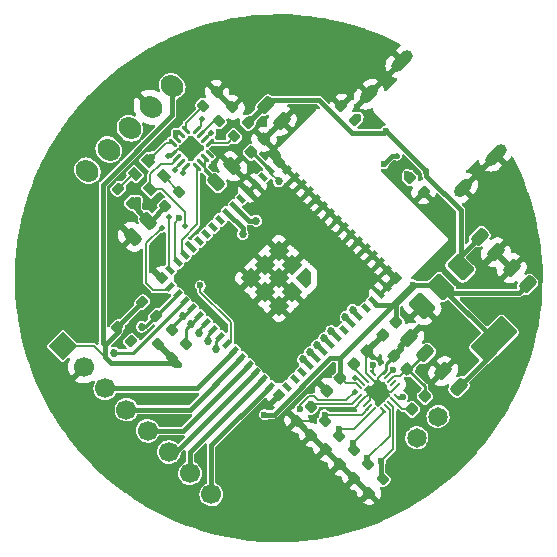
<source format=gbr>
%TF.GenerationSoftware,KiCad,Pcbnew,(6.0.8)*%
%TF.CreationDate,2022-10-29T03:41:05+02:00*%
%TF.ProjectId,view_base,76696577-5f62-4617-9365-2e6b69636164,rev?*%
%TF.SameCoordinates,Original*%
%TF.FileFunction,Copper,L2,Bot*%
%TF.FilePolarity,Positive*%
%FSLAX46Y46*%
G04 Gerber Fmt 4.6, Leading zero omitted, Abs format (unit mm)*
G04 Created by KiCad (PCBNEW (6.0.8)) date 2022-10-29 03:41:05*
%MOMM*%
%LPD*%
G01*
G04 APERTURE LIST*
G04 Aperture macros list*
%AMRoundRect*
0 Rectangle with rounded corners*
0 $1 Rounding radius*
0 $2 $3 $4 $5 $6 $7 $8 $9 X,Y pos of 4 corners*
0 Add a 4 corners polygon primitive as box body*
4,1,4,$2,$3,$4,$5,$6,$7,$8,$9,$2,$3,0*
0 Add four circle primitives for the rounded corners*
1,1,$1+$1,$2,$3*
1,1,$1+$1,$4,$5*
1,1,$1+$1,$6,$7*
1,1,$1+$1,$8,$9*
0 Add four rect primitives between the rounded corners*
20,1,$1+$1,$2,$3,$4,$5,0*
20,1,$1+$1,$4,$5,$6,$7,0*
20,1,$1+$1,$6,$7,$8,$9,0*
20,1,$1+$1,$8,$9,$2,$3,0*%
%AMHorizOval*
0 Thick line with rounded ends*
0 $1 width*
0 $2 $3 position (X,Y) of the first rounded end (center of the circle)*
0 $4 $5 position (X,Y) of the second rounded end (center of the circle)*
0 Add line between two ends*
20,1,$1,$2,$3,$4,$5,0*
0 Add two circle primitives to create the rounded ends*
1,1,$1,$2,$3*
1,1,$1,$4,$5*%
%AMRotRect*
0 Rectangle, with rotation*
0 The origin of the aperture is its center*
0 $1 length*
0 $2 width*
0 $3 Rotation angle, in degrees counterclockwise*
0 Add horizontal line*
21,1,$1,$2,0,0,$3*%
%AMFreePoly0*
4,1,6,0.600000,-0.600000,0.000000,-0.600000,-0.600000,0.000000,-0.600000,0.600000,0.600000,0.600000,0.600000,-0.600000,0.600000,-0.600000,$1*%
G04 Aperture macros list end*
%TA.AperFunction,ComponentPad*%
%ADD10HorizOval,1.000000X0.424264X0.424264X-0.424264X-0.424264X0*%
%TD*%
%TA.AperFunction,ComponentPad*%
%ADD11HorizOval,1.000000X0.282843X0.282843X-0.282843X-0.282843X0*%
%TD*%
%TA.AperFunction,ComponentPad*%
%ADD12HorizOval,1.727200X0.107763X-0.107763X-0.107763X0.107763X0*%
%TD*%
%TA.AperFunction,ComponentPad*%
%ADD13RotRect,1.700000X1.700000X45.000000*%
%TD*%
%TA.AperFunction,ComponentPad*%
%ADD14HorizOval,1.700000X0.000000X0.000000X0.000000X0.000000X0*%
%TD*%
%TA.AperFunction,ComponentPad*%
%ADD15C,1.651000*%
%TD*%
%TA.AperFunction,SMDPad,CuDef*%
%ADD16RoundRect,0.200000X-0.053033X0.335876X-0.335876X0.053033X0.053033X-0.335876X0.335876X-0.053033X0*%
%TD*%
%TA.AperFunction,SMDPad,CuDef*%
%ADD17RoundRect,0.200000X-0.335876X-0.053033X-0.053033X-0.335876X0.335876X0.053033X0.053033X0.335876X0*%
%TD*%
%TA.AperFunction,SMDPad,CuDef*%
%ADD18RoundRect,0.225000X-0.017678X0.335876X-0.335876X0.017678X0.017678X-0.335876X0.335876X-0.017678X0*%
%TD*%
%TA.AperFunction,SMDPad,CuDef*%
%ADD19RoundRect,0.200000X0.335876X0.053033X0.053033X0.335876X-0.335876X-0.053033X-0.053033X-0.335876X0*%
%TD*%
%TA.AperFunction,SMDPad,CuDef*%
%ADD20RoundRect,0.200000X0.053033X-0.335876X0.335876X-0.053033X-0.053033X0.335876X-0.335876X0.053033X0*%
%TD*%
%TA.AperFunction,SMDPad,CuDef*%
%ADD21RoundRect,0.250000X0.512652X0.159099X0.159099X0.512652X-0.512652X-0.159099X-0.159099X-0.512652X0*%
%TD*%
%TA.AperFunction,SMDPad,CuDef*%
%ADD22RoundRect,0.225000X0.017678X-0.335876X0.335876X-0.017678X-0.017678X0.335876X-0.335876X0.017678X0*%
%TD*%
%TA.AperFunction,SMDPad,CuDef*%
%ADD23RotRect,0.400000X0.800000X45.000000*%
%TD*%
%TA.AperFunction,SMDPad,CuDef*%
%ADD24RotRect,0.400000X0.800000X135.000000*%
%TD*%
%TA.AperFunction,SMDPad,CuDef*%
%ADD25RotRect,1.200000X1.200000X135.000000*%
%TD*%
%TA.AperFunction,SMDPad,CuDef*%
%ADD26RotRect,0.800000X0.800000X315.000000*%
%TD*%
%TA.AperFunction,SMDPad,CuDef*%
%ADD27FreePoly0,135.000000*%
%TD*%
%TA.AperFunction,SMDPad,CuDef*%
%ADD28RoundRect,0.050000X0.247487X-0.176777X-0.176777X0.247487X-0.247487X0.176777X0.176777X-0.247487X0*%
%TD*%
%TA.AperFunction,SMDPad,CuDef*%
%ADD29RoundRect,0.050000X0.247487X0.176777X0.176777X0.247487X-0.247487X-0.176777X-0.176777X-0.247487X0*%
%TD*%
%TA.AperFunction,ComponentPad*%
%ADD30C,0.600000*%
%TD*%
%TA.AperFunction,SMDPad,CuDef*%
%ADD31RotRect,1.500000X1.500000X135.000000*%
%TD*%
%TA.AperFunction,SMDPad,CuDef*%
%ADD32RoundRect,0.062500X0.309359X-0.220971X-0.220971X0.309359X-0.309359X0.220971X0.220971X-0.309359X0*%
%TD*%
%TA.AperFunction,SMDPad,CuDef*%
%ADD33RoundRect,0.062500X0.309359X0.220971X0.220971X0.309359X-0.309359X-0.220971X-0.220971X-0.309359X0*%
%TD*%
%TA.AperFunction,SMDPad,CuDef*%
%ADD34RoundRect,0.250000X0.777817X0.000000X0.000000X0.777817X-0.777817X0.000000X0.000000X-0.777817X0*%
%TD*%
%TA.AperFunction,SMDPad,CuDef*%
%ADD35RotRect,0.820000X1.000000X45.000000*%
%TD*%
%TA.AperFunction,SMDPad,CuDef*%
%ADD36RoundRect,0.250000X-0.883883X0.176777X0.176777X-0.883883X0.883883X-0.176777X-0.176777X0.883883X0*%
%TD*%
%TA.AperFunction,SMDPad,CuDef*%
%ADD37RoundRect,0.250000X-1.697056X-0.636396X-0.636396X-1.697056X1.697056X0.636396X0.636396X1.697056X0*%
%TD*%
%TA.AperFunction,SMDPad,CuDef*%
%ADD38RoundRect,0.250000X-0.159099X0.512652X-0.512652X0.159099X0.159099X-0.512652X0.512652X-0.159099X0*%
%TD*%
%TA.AperFunction,SMDPad,CuDef*%
%ADD39RoundRect,0.225000X0.335876X0.017678X0.017678X0.335876X-0.335876X-0.017678X-0.017678X-0.335876X0*%
%TD*%
%TA.AperFunction,SMDPad,CuDef*%
%ADD40RoundRect,0.250000X0.159099X-0.512652X0.512652X-0.159099X-0.159099X0.512652X-0.512652X0.159099X0*%
%TD*%
%TA.AperFunction,SMDPad,CuDef*%
%ADD41RotRect,0.820000X1.000000X225.000000*%
%TD*%
%TA.AperFunction,SMDPad,CuDef*%
%ADD42RoundRect,0.250000X-0.512652X-0.159099X-0.159099X-0.512652X0.512652X0.159099X0.159099X0.512652X0*%
%TD*%
%TA.AperFunction,ViaPad*%
%ADD43C,0.685800*%
%TD*%
%TA.AperFunction,ViaPad*%
%ADD44C,0.600000*%
%TD*%
%TA.AperFunction,ViaPad*%
%ADD45C,0.500000*%
%TD*%
%TA.AperFunction,Conductor*%
%ADD46C,0.127000*%
%TD*%
%TA.AperFunction,Conductor*%
%ADD47C,0.200000*%
%TD*%
%TA.AperFunction,Conductor*%
%ADD48C,0.254000*%
%TD*%
%TA.AperFunction,Conductor*%
%ADD49C,0.508000*%
%TD*%
%TA.AperFunction,Conductor*%
%ADD50C,0.400000*%
%TD*%
G04 APERTURE END LIST*
D10*
%TO.P,J2,S1,SHIELD*%
%TO.N,GND*%
X118417443Y-37530437D03*
X110469563Y-29582557D03*
D11*
X107641136Y-32410984D03*
X115589016Y-40358864D03*
%TD*%
D12*
%TO.P,J6,1,Pin_1*%
%TO.N,+3V3*%
X90992102Y-31707898D03*
%TO.P,J6,2,Pin_2*%
%TO.N,GND*%
X89196051Y-33503949D03*
%TO.P,J6,3,Pin_3*%
%TO.N,Net-(J6-Pad3)*%
X87400000Y-35300000D03*
%TO.P,J6,4,Pin_4*%
%TO.N,Net-(J6-Pad4)*%
X85603949Y-37096051D03*
%TO.P,J6,5,Pin_5*%
%TO.N,Net-(J6-Pad5)*%
X83807898Y-38892102D03*
%TD*%
D13*
%TO.P,J4,1,Pin_1*%
%TO.N,+3V3*%
X81724427Y-53724427D03*
D14*
%TO.P,J4,2,Pin_2*%
%TO.N,GND*%
X83520478Y-55520478D03*
%TO.P,J4,3,Pin_3*%
%TO.N,Net-(J4-Pad3)*%
X85316529Y-57316529D03*
%TO.P,J4,4,Pin_4*%
%TO.N,Net-(J4-Pad4)*%
X87112581Y-59112581D03*
%TO.P,J4,5,Pin_5*%
%TO.N,Net-(J4-Pad5)*%
X88908632Y-60908632D03*
%TO.P,J4,6,Pin_6*%
%TO.N,Net-(J4-Pad6)*%
X90704683Y-62704683D03*
%TO.P,J4,7,Pin_7*%
%TO.N,Net-(J4-Pad7)*%
X92500734Y-64500734D03*
%TO.P,J4,8,Pin_8*%
%TO.N,Net-(J4-Pad8)*%
X94296786Y-66296786D03*
%TD*%
D15*
%TO.P,J8,1,Pin_1*%
%TO.N,Net-(J8-Pad1)*%
X113498026Y-59701974D03*
%TO.P,J8,2,Pin_2*%
%TO.N,Net-(J8-Pad2)*%
X111701974Y-61498026D03*
%TD*%
D16*
%TO.P,R3,1*%
%TO.N,/TMC_WH*%
X106363604Y-62530330D03*
%TO.P,R3,2*%
%TO.N,GND*%
X105196878Y-63697056D03*
%TD*%
D17*
%TO.P,R13,1*%
%TO.N,+3V3*%
X86335164Y-52154249D03*
%TO.P,R13,2*%
%TO.N,/SCL*%
X87501890Y-53320975D03*
%TD*%
D18*
%TO.P,C6,1*%
%TO.N,+3V3*%
X109948008Y-51685444D03*
%TO.P,C6,2*%
%TO.N,GND*%
X108851992Y-52781460D03*
%TD*%
D19*
%TO.P,R10,1*%
%TO.N,/USB_CC2*%
X106483363Y-34583363D03*
%TO.P,R10,2*%
%TO.N,GND*%
X105316637Y-33416637D03*
%TD*%
D16*
%TO.P,R1,1*%
%TO.N,/TMC_UH*%
X108803122Y-64969848D03*
%TO.P,R1,2*%
%TO.N,GND*%
X107636396Y-66136574D03*
%TD*%
D20*
%TO.P,R16,1*%
%TO.N,Net-(R16-Pad1)*%
X96216637Y-35983363D03*
%TO.P,R16,2*%
%TO.N,+5V*%
X97383363Y-34816637D03*
%TD*%
D21*
%TO.P,C5,1*%
%TO.N,+3V3*%
X121071751Y-48505203D03*
%TO.P,C5,2*%
%TO.N,GND*%
X119728249Y-47161701D03*
%TD*%
D22*
%TO.P,C4,1*%
%TO.N,/ESP32_EN*%
X97666550Y-37322686D03*
%TO.P,C4,2*%
%TO.N,GND*%
X98762566Y-36226670D03*
%TD*%
D16*
%TO.P,R9,1*%
%TO.N,/TMC_UL*%
X105143847Y-61310572D03*
%TO.P,R9,2*%
%TO.N,GND*%
X103977121Y-62477298D03*
%TD*%
D18*
%TO.P,C13,1*%
%TO.N,+3V3*%
X105207449Y-56407627D03*
%TO.P,C13,2*%
%TO.N,GND*%
X104111433Y-57503643D03*
%TD*%
D23*
%TO.P,U2,1,GND*%
%TO.N,GND*%
X109157033Y-48742462D03*
%TO.P,U2,2,GND*%
X108555992Y-49343503D03*
%TO.P,U2,3,3V3*%
%TO.N,+3V3*%
X107954951Y-49944544D03*
%TO.P,U2,4,GPIO0/BOOT*%
%TO.N,unconnected-(U2-Pad4)*%
X107353911Y-50545584D03*
%TO.P,U2,5,GPIO1/TOUCH1/ADC1_CH0*%
%TO.N,/TMC_UH*%
X106752870Y-51146625D03*
%TO.P,U2,6,GPIO2/TOUCH2/ADC1_CH1*%
%TO.N,/TMC_VH*%
X106151829Y-51747666D03*
%TO.P,U2,7,GPIO3/TOUCH3/ADC1_CH2*%
%TO.N,unconnected-(U2-Pad7)*%
X105550788Y-52348707D03*
%TO.P,U2,8,GPIO4/TOUCH4/ADC1_CH3*%
%TO.N,/TMC_WH*%
X104949747Y-52949747D03*
%TO.P,U2,9,GPIO5/TOUCH5/ADC1_CH4*%
%TO.N,/TMC_UL*%
X104348707Y-53550788D03*
%TO.P,U2,10,GPIO6/TOUCH6/ADC1_CH5*%
%TO.N,/TMC_WL*%
X103747666Y-54151829D03*
%TO.P,U2,11,GPIO7/TOUCH7/ADC1_CH6*%
%TO.N,/TMC_VL*%
X103146625Y-54752870D03*
%TO.P,U2,12,GPIO8/TOUCH8/ADC1_CH7/SUBSPICS1*%
%TO.N,/TMC_DIAG*%
X102545584Y-55353911D03*
%TO.P,U2,13,GPIO9/TOUCH9/ADC1_CH8/FSPIHD/SUBSPIHD*%
%TO.N,unconnected-(U2-Pad13)*%
X101944544Y-55954951D03*
%TO.P,U2,14,GPIO10/TOUCH10/ADC1_CH9/FSPICS0/FSPIIO4/SUBSPICS0*%
%TO.N,unconnected-(U2-Pad14)*%
X101343503Y-56555992D03*
%TO.P,U2,15,GPIO11/TOUCH11/ADC2_CH0/FSPICS0/FSPIIO4/SUBSPICS0*%
%TO.N,unconnected-(U2-Pad15)*%
X100742462Y-57157033D03*
D24*
%TO.P,U2,16,GPIO12/TOUCH11/ADC2_CH0/FSPICS0/FSPIIO4/SUBSPICS0*%
%TO.N,Net-(J4-Pad8)*%
X99257538Y-57157033D03*
%TO.P,U2,17,GPIO13/TOUCH13/ADC2_CH2/FSPIQ/FSPIIO7/SUBSPIQ*%
%TO.N,Net-(J4-Pad7)*%
X98656497Y-56555992D03*
%TO.P,U2,18,GPIO14/TOUCH14/ADC2_CH3/FSPIWP/FSPIDQS/SUBSPIWP*%
%TO.N,Net-(J4-Pad6)*%
X98055456Y-55954951D03*
%TO.P,U2,19,GPIO15/U0RTS/ADC2_CH4/XTAL_32K_P*%
%TO.N,Net-(J4-Pad5)*%
X97454416Y-55353911D03*
%TO.P,U2,20,GPIO16/U0CTS/ADC2_CH5/XTAL_32K_NH5*%
%TO.N,Net-(J4-Pad4)*%
X96853375Y-54752870D03*
%TO.P,U2,21,GPIO17/U1TXD/ADC2_CH6*%
%TO.N,Net-(J4-Pad3)*%
X96252334Y-54151829D03*
%TO.P,U2,22,GPIO18/U1RXD/ADC2_CH7/CLK_OUT3*%
%TO.N,/CHG*%
X95651293Y-53550788D03*
%TO.P,U2,23,GPIO19/U1RTS/ADC2_CH8/CLK_OUT2/USB_D-*%
%TO.N,/USB_D-*%
X95050253Y-52949747D03*
%TO.P,U2,24,GPIO20/U1CTS/ADC2_CH9/CLK_OUT1/USB_D+*%
%TO.N,/USB_D+*%
X94449212Y-52348707D03*
%TO.P,U2,25,GPIO21*%
%TO.N,Net-(J6-Pad5)*%
X93848171Y-51747666D03*
%TO.P,U2,26,GPIO26*%
%TO.N,Net-(J6-Pad4)*%
X93247130Y-51146625D03*
%TO.P,U2,27,GPIO47/SPICLK_P/SUBSPICLK_P_DIFF*%
%TO.N,Net-(J6-Pad3)*%
X92646089Y-50545584D03*
%TO.P,U2,28,SPIIO4/GPIO33/FSPIHD/SUBSPIHD*%
%TO.N,Net-(J8-Pad1)*%
X92045049Y-49944544D03*
%TO.P,U2,29,SPIIO5/GPIO34/FSPICS0/SUBSPICS0*%
%TO.N,Net-(J8-Pad2)*%
X91444008Y-49343503D03*
%TO.P,U2,30,GPIO48/SPICLK_N/SUBSPICLK_N_DIFF*%
%TO.N,/EN1*%
X90842967Y-48742462D03*
D23*
%TO.P,U2,31,SPIIO6/GPIO35/FSPID/SUBSPID*%
%TO.N,/EN2*%
X90842967Y-47257538D03*
%TO.P,U2,32,SPIIO7/GPIO36/FSPICLK/SUBSPICLK*%
%TO.N,/TD*%
X91444008Y-46656497D03*
%TO.P,U2,33,SPIDQS/GPIO37/FSPIQ/SUBSPIQ*%
%TO.N,/CE*%
X92045049Y-46055456D03*
%TO.P,U2,34,GPIO38/FSPIWP/SUBSPIWP*%
%TO.N,/PGOOD*%
X92646089Y-45454416D03*
%TO.P,U2,35,MTCK/GPIO39/CLK_OUT3/SUBSPICS1*%
%TO.N,unconnected-(U2-Pad35)*%
X93247130Y-44853375D03*
%TO.P,U2,36,MTDO/GPIO40/CLK_OUT2*%
%TO.N,unconnected-(U2-Pad36)*%
X93848171Y-44252334D03*
%TO.P,U2,37,MTDI/GPIO41/CLK_OUT1*%
%TO.N,unconnected-(U2-Pad37)*%
X94449212Y-43651293D03*
%TO.P,U2,38,MTMS/GPIO42*%
%TO.N,unconnected-(U2-Pad38)*%
X95050253Y-43050253D03*
%TO.P,U2,39,U0TXD/GPIO43/CLK_OUT1*%
%TO.N,Net-(TP3-Pad1)*%
X95651293Y-42449212D03*
%TO.P,U2,40,U0RXD/GPIO44/CLK_OUT2*%
%TO.N,Net-(TP4-Pad1)*%
X96252334Y-41848171D03*
%TO.P,U2,41,GPIO45*%
%TO.N,unconnected-(U2-Pad41)*%
X96853375Y-41247130D03*
%TO.P,U2,42,GND*%
%TO.N,GND*%
X97454416Y-40646089D03*
%TO.P,U2,43,GND*%
X98055456Y-40045049D03*
%TO.P,U2,44,GPIO46*%
%TO.N,unconnected-(U2-Pad44)*%
X98656497Y-39444008D03*
%TO.P,U2,45,EN*%
%TO.N,/ESP32_EN*%
X99257538Y-38842967D03*
D24*
%TO.P,U2,46,GND*%
%TO.N,GND*%
X107954951Y-46055456D03*
D25*
X101166726Y-49166726D03*
D24*
X102545584Y-40646089D03*
D25*
X100000000Y-48000000D03*
D26*
X109899495Y-48000000D03*
D24*
X104348707Y-42449212D03*
X106151829Y-44252334D03*
D26*
X90100505Y-48000000D03*
D24*
X100742462Y-38842967D03*
X101343503Y-39444008D03*
D25*
X98833274Y-49166726D03*
X100000000Y-50333452D03*
D24*
X107353911Y-45454416D03*
D27*
X102333452Y-48000000D03*
D24*
X109157033Y-47257538D03*
X104949747Y-43050253D03*
D25*
X101166726Y-46833274D03*
D26*
X100035355Y-38135860D03*
D25*
X100000000Y-45666548D03*
D26*
X100000000Y-57899495D03*
D24*
X103146625Y-41247130D03*
D25*
X98833274Y-46833274D03*
D24*
X105550788Y-43651293D03*
X108555992Y-46656497D03*
X106752870Y-44853375D03*
D25*
X97666548Y-48000000D03*
D24*
X103747666Y-41848171D03*
X101944544Y-40045049D03*
%TD*%
D16*
%TO.P,R7,1*%
%TO.N,/MAG_CLK*%
X92168791Y-53568465D03*
%TO.P,R7,2*%
%TO.N,+3V3*%
X91002065Y-54735191D03*
%TD*%
D28*
%TO.P,U4,1,W*%
%TO.N,Net-(J3-Pad1)*%
X109998097Y-58051650D03*
%TO.P,U4,2,VCP*%
%TO.N,Net-(C11-Pad2)*%
X109715255Y-58334493D03*
%TO.P,U4,3,UH*%
%TO.N,/TMC_UH*%
X109432412Y-58617336D03*
%TO.P,U4,4,VH*%
%TO.N,/TMC_VH*%
X109149569Y-58900179D03*
%TO.P,U4,5,WH*%
%TO.N,/TMC_WH*%
X108866726Y-59183021D03*
D29*
%TO.P,U4,6,UL*%
%TO.N,/TMC_UL*%
X107947488Y-59183021D03*
%TO.P,U4,7,WL*%
%TO.N,/TMC_WL*%
X107664645Y-58900179D03*
%TO.P,U4,8,GND*%
%TO.N,GND*%
X107381802Y-58617336D03*
%TO.P,U4,9,GND*%
X107098959Y-58334493D03*
%TO.P,U4,10,VL*%
%TO.N,/TMC_VL*%
X106816117Y-58051650D03*
D28*
%TO.P,U4,11,VIO/~{STDBY}*%
%TO.N,+3V3*%
X106816117Y-57132412D03*
%TO.P,U4,12,DIAG*%
%TO.N,/TMC_DIAG*%
X107098959Y-56849569D03*
%TO.P,U4,13,1V8OUT*%
%TO.N,Net-(C14-Pad1)*%
X107381802Y-56566726D03*
%TO.P,U4,14,GND*%
%TO.N,GND*%
X107664645Y-56283883D03*
%TO.P,U4,15,U*%
%TO.N,Net-(J3-Pad3)*%
X107947488Y-56001041D03*
D29*
%TO.P,U4,16,BRUV*%
%TO.N,GND*%
X108866726Y-56001041D03*
%TO.P,U4,17,V*%
%TO.N,Net-(J3-Pad2)*%
X109149569Y-56283883D03*
%TO.P,U4,18,VS*%
%TO.N,+5V*%
X109432412Y-56566726D03*
%TO.P,U4,19,NC*%
%TO.N,unconnected-(U4-Pad19)*%
X109715255Y-56849569D03*
%TO.P,U4,20,BRW*%
%TO.N,GND*%
X109998097Y-57132412D03*
D30*
%TO.P,U4,PAD,PAD*%
X109114214Y-57592031D03*
X108407107Y-56884924D03*
X108407107Y-58299138D03*
D31*
X108407107Y-57592031D03*
D30*
X107700000Y-57592031D03*
%TD*%
D16*
%TO.P,R11,1*%
%TO.N,/TMC_WL*%
X103924086Y-60090812D03*
%TO.P,R11,2*%
%TO.N,GND*%
X102757360Y-61257538D03*
%TD*%
D21*
%TO.P,C2,1*%
%TO.N,+3V3*%
X115271751Y-57205203D03*
%TO.P,C2,2*%
%TO.N,GND*%
X113928249Y-55861701D03*
%TD*%
%TO.P,C8,1*%
%TO.N,GND*%
X100271751Y-34671751D03*
%TO.P,C8,2*%
%TO.N,+5V*%
X98928249Y-33328249D03*
%TD*%
D16*
%TO.P,R2,1*%
%TO.N,/TMC_VH*%
X107583363Y-63750089D03*
%TO.P,R2,2*%
%TO.N,GND*%
X106416637Y-64916815D03*
%TD*%
D18*
%TO.P,C11,1*%
%TO.N,+5V*%
X112384585Y-57998621D03*
%TO.P,C11,2*%
%TO.N,Net-(C11-Pad2)*%
X111288569Y-59094637D03*
%TD*%
D20*
%TO.P,R15,1*%
%TO.N,Net-(R15-Pad1)*%
X93616637Y-33383363D03*
%TO.P,R15,2*%
%TO.N,GND*%
X94783363Y-32216637D03*
%TD*%
D32*
%TO.P,U3,1,TS*%
%TO.N,/TS*%
X94146796Y-37486136D03*
%TO.P,U3,2,BAT*%
%TO.N,/BAT*%
X93793243Y-37839689D03*
%TO.P,U3,3,BAT*%
X93439689Y-38193243D03*
%TO.P,U3,4,~{CE}*%
%TO.N,/CE*%
X93086136Y-38546796D03*
D33*
%TO.P,U3,5,EN2*%
%TO.N,/EN2*%
X92113864Y-38546796D03*
%TO.P,U3,6,EN1*%
%TO.N,/EN1*%
X91760311Y-38193243D03*
%TO.P,U3,7,~{PGOOD}*%
%TO.N,/PGOOD*%
X91406757Y-37839689D03*
%TO.P,U3,8,VSS*%
%TO.N,GND*%
X91053204Y-37486136D03*
D32*
%TO.P,U3,9,~{CHG}*%
%TO.N,/CHG*%
X91053204Y-36513864D03*
%TO.P,U3,10,OUT*%
%TO.N,+5V*%
X91406757Y-36160311D03*
%TO.P,U3,11,OUT*%
X91760311Y-35806757D03*
%TO.P,U3,12,ILIM*%
%TO.N,Net-(R15-Pad1)*%
X92113864Y-35453204D03*
D33*
%TO.P,U3,13,IN*%
%TO.N,+5V*%
X93086136Y-35453204D03*
%TO.P,U3,14,TMR*%
%TO.N,Net-(R14-Pad1)*%
X93439689Y-35806757D03*
%TO.P,U3,15,TD*%
%TO.N,/TD*%
X93793243Y-36160311D03*
%TO.P,U3,16,ISET*%
%TO.N,Net-(R16-Pad1)*%
X94146796Y-36513864D03*
D34*
%TO.P,U3,17,VSS*%
%TO.N,GND*%
X92600000Y-37000000D03*
%TD*%
D35*
%TO.P,LED2,1,C*%
%TO.N,/PGOOD*%
X89134315Y-40465685D03*
%TO.P,LED2,2,A*%
%TO.N,Net-(LED2-Pad2)*%
X90265685Y-39334315D03*
%TD*%
D17*
%TO.P,R5,1*%
%TO.N,/USB_CC1*%
X111116637Y-39516637D03*
%TO.P,R5,2*%
%TO.N,GND*%
X112283363Y-40683363D03*
%TD*%
D36*
%TO.P,REF\u002A\u002A,1*%
%TO.N,GND*%
X112146268Y-50332411D03*
D37*
%TO.P,REF\u002A\u002A,2*%
%TO.N,+3V3*%
X118227386Y-53160838D03*
D36*
X113772614Y-48706066D03*
%TO.P,REF\u002A\u002A,3*%
%TO.N,+5V*%
X115398959Y-47079720D03*
%TD*%
D22*
%TO.P,C14,1*%
%TO.N,Net-(C14-Pad1)*%
X106391852Y-55223223D03*
%TO.P,C14,2*%
%TO.N,GND*%
X107487868Y-54127207D03*
%TD*%
D21*
%TO.P,C9,1*%
%TO.N,+5V*%
X112419936Y-54357017D03*
%TO.P,C9,2*%
%TO.N,GND*%
X111076434Y-53013515D03*
%TD*%
D20*
%TO.P,R6,1*%
%TO.N,+3V3*%
X89799983Y-53533110D03*
%TO.P,R6,2*%
%TO.N,/MAG_DO*%
X90966709Y-52366384D03*
%TD*%
D38*
%TO.P,C12,1*%
%TO.N,GND*%
X96071751Y-38528249D03*
%TO.P,C12,2*%
%TO.N,/BAT*%
X94728249Y-39871751D03*
%TD*%
D39*
%TO.P,C10,1*%
%TO.N,+5V*%
X110881980Y-55647490D03*
%TO.P,C10,2*%
%TO.N,GND*%
X109785964Y-54551474D03*
%TD*%
D16*
%TO.P,R12,1*%
%TO.N,/TMC_VL*%
X102704325Y-58871050D03*
%TO.P,R12,2*%
%TO.N,GND*%
X101537599Y-60037776D03*
%TD*%
D17*
%TO.P,R8,1*%
%TO.N,+3V3*%
X88456484Y-50032931D03*
%TO.P,R8,2*%
%TO.N,/SDA*%
X89623210Y-51199657D03*
%TD*%
D40*
%TO.P,C7,1*%
%TO.N,GND*%
X87628249Y-44471751D03*
%TO.P,C7,2*%
%TO.N,+5V*%
X88971751Y-43128249D03*
%TD*%
D16*
%TO.P,R18,1*%
%TO.N,Net-(LED2-Pad2)*%
X91583363Y-40716637D03*
%TO.P,R18,2*%
%TO.N,+5V*%
X90416637Y-41883363D03*
%TD*%
D41*
%TO.P,LED1,1,C*%
%TO.N,/CHG*%
X88965685Y-38034315D03*
%TO.P,LED1,2,A*%
%TO.N,Net-(LED1-Pad2)*%
X87834315Y-39165685D03*
%TD*%
D19*
%TO.P,R17,1*%
%TO.N,+5V*%
X87583363Y-41583363D03*
%TO.P,R17,2*%
%TO.N,Net-(LED1-Pad2)*%
X86416637Y-40416637D03*
%TD*%
D42*
%TO.P,C1,1*%
%TO.N,+5V*%
X117028249Y-44461701D03*
%TO.P,C1,2*%
%TO.N,GND*%
X118371751Y-45805203D03*
%TD*%
D20*
%TO.P,R14,1*%
%TO.N,Net-(R14-Pad1)*%
X94916637Y-34683363D03*
%TO.P,R14,2*%
%TO.N,GND*%
X96083363Y-33516637D03*
%TD*%
D43*
%TO.N,GND*%
X101166729Y-49166723D03*
D44*
X91822183Y-37000000D03*
X93400000Y-37000000D03*
X109900000Y-48033452D03*
D45*
X90600000Y-37600000D03*
D43*
X97666548Y-47999999D03*
X98833275Y-46833271D03*
X98833277Y-49166728D03*
D44*
X92600000Y-37800000D03*
X92600000Y-36200000D03*
D43*
X101166727Y-46833273D03*
X100000000Y-48000000D03*
X100000006Y-50333446D03*
X90100506Y-48000001D03*
X102333453Y-47999999D03*
X100000002Y-45666544D03*
D44*
X100000000Y-57933452D03*
X100035356Y-38135861D03*
%TO.N,/CHG*%
X89300000Y-37700000D03*
X93363094Y-48600000D03*
D45*
%TO.N,/PGOOD*%
X92100000Y-43600000D03*
X92300000Y-45100000D03*
D44*
%TO.N,/USB_CC1*%
X110900000Y-39200000D03*
D45*
%TO.N,/USB_D-*%
X110000000Y-37600000D03*
D43*
X94696698Y-54010408D03*
D44*
X108900000Y-38300000D03*
D43*
%TO.N,/USB_D+*%
X93989594Y-53303304D03*
D44*
%TO.N,/USB_CC2*%
X106743003Y-34356997D03*
D45*
%TO.N,/EN2*%
X91900000Y-39100000D03*
X90700000Y-42800000D03*
%TO.N,/EN1*%
X90100000Y-43700000D03*
X91200000Y-38800000D03*
%TO.N,/TD*%
X94300000Y-35700000D03*
D44*
X91573500Y-42900000D03*
D43*
%TO.N,/ESP32_EN*%
X100000003Y-39797557D03*
D44*
%TO.N,/TMC_UH*%
X108662901Y-63493454D03*
D43*
X106257893Y-50651652D03*
D44*
%TO.N,/TMC_VH*%
X107500000Y-63233452D03*
D43*
X105656854Y-51252690D03*
D44*
%TO.N,/TMC_WH*%
X106300000Y-61933452D03*
D43*
X104454774Y-52454771D03*
D44*
%TO.N,/TMC_UL*%
X105100000Y-60733452D03*
D43*
X103853736Y-53055814D03*
D44*
%TO.N,/TMC_WL*%
X103900000Y-59533452D03*
D43*
X103252691Y-53656855D03*
%TO.N,/TMC_VL*%
X102651652Y-54257897D03*
D44*
X102700000Y-58600000D03*
D45*
%TO.N,/TMC_DIAG*%
X106500000Y-56400000D03*
D44*
X101800000Y-59100000D03*
D43*
X102050612Y-54858935D03*
D45*
X106426500Y-57600000D03*
D44*
%TO.N,Net-(J3-Pad1)*%
X110500000Y-58033452D03*
%TO.N,Net-(J3-Pad2)*%
X109700000Y-55733452D03*
%TO.N,Net-(J3-Pad3)*%
X108000000Y-55333452D03*
%TO.N,+5V*%
X112419938Y-54353390D03*
X97700000Y-34500000D03*
X115400000Y-47033452D03*
X91300000Y-35700000D03*
D45*
X93500000Y-34500000D03*
D44*
X112500000Y-38900000D03*
X88100000Y-41400000D03*
X109100000Y-35500000D03*
%TO.N,+3V3*%
X98800000Y-59533452D03*
X91600000Y-55333452D03*
X111400000Y-48533452D03*
D43*
%TO.N,Net-(TP3-Pad1)*%
X96959443Y-44252335D03*
%TO.N,Net-(TP4-Pad1)*%
X98090816Y-43120967D03*
%TO.N,Net-(J6-Pad3)*%
X91868272Y-51181982D03*
%TO.N,Net-(J6-Pad4)*%
X92566684Y-51880385D03*
%TO.N,Net-(J6-Pad5)*%
X93282489Y-52596194D03*
%TO.N,Net-(J8-Pad1)*%
X86100000Y-54300000D03*
%TO.N,Net-(J8-Pad2)*%
X88403452Y-52101217D03*
%TD*%
D46*
%TO.N,GND*%
X107381803Y-58617335D02*
X107700000Y-58299138D01*
D47*
X106427000Y-59006452D02*
X103677625Y-59006452D01*
D48*
X100000002Y-37851973D02*
X100000003Y-38064105D01*
X109096536Y-55771231D02*
X108866727Y-56001041D01*
D47*
X91539340Y-37000000D02*
X91053204Y-37486136D01*
D46*
X109538477Y-57592031D02*
X109114213Y-57592031D01*
X107399479Y-54215595D02*
X107399478Y-56018721D01*
D48*
X109096535Y-55240901D02*
X109096536Y-55771231D01*
D47*
X107098959Y-58334493D02*
X106427000Y-59006452D01*
D46*
X108265686Y-56884924D02*
X108407107Y-56884925D01*
D48*
X109785966Y-54551473D02*
X109096535Y-55240901D01*
D47*
X102646301Y-60037776D02*
X101537599Y-60037776D01*
D49*
X109086323Y-48742462D02*
X109157034Y-48742462D01*
D46*
X107664647Y-56283886D02*
X108265686Y-56884924D01*
D48*
X99257540Y-37109514D02*
X100000002Y-37851973D01*
X98762566Y-36226671D02*
X99505027Y-36969131D01*
X100035357Y-37499459D02*
X100035356Y-38135861D01*
D47*
X103677625Y-59006452D02*
X102646301Y-60037776D01*
D46*
X108407107Y-56460661D02*
X108407107Y-56884925D01*
X107700000Y-58299138D02*
X107700001Y-57592031D01*
X108866727Y-56001041D02*
X108407107Y-56460661D01*
X107700000Y-57733452D02*
X107700001Y-57592031D01*
D48*
X99505027Y-36969131D02*
X100035357Y-37499459D01*
D46*
X109998097Y-57132411D02*
X109538477Y-57592031D01*
D47*
X91053204Y-37486136D02*
X90713864Y-37486136D01*
X90713864Y-37486136D02*
X90600000Y-37600000D01*
D46*
X107487867Y-54127206D02*
X107399479Y-54215595D01*
D48*
X111076435Y-53013515D02*
X109785966Y-54303983D01*
D46*
X107098962Y-58334491D02*
X107700000Y-57733452D01*
X107399478Y-56018721D02*
X107664647Y-56283886D01*
D47*
X91822183Y-37000000D02*
X91539340Y-37000000D01*
D48*
X109785966Y-54303983D02*
X109785966Y-54551473D01*
D46*
%TO.N,Net-(C11-Pad2)*%
X110475394Y-59094633D02*
X109715252Y-58334492D01*
X111288569Y-59094631D02*
X110475394Y-59094633D01*
D47*
%TO.N,/BAT*%
X94728249Y-39628249D02*
X94728249Y-39871751D01*
X93793243Y-38936745D02*
X94728249Y-39871751D01*
X93439689Y-38193243D02*
X93439689Y-38339689D01*
X93793243Y-37839689D02*
X93793243Y-38936745D01*
X93439689Y-38339689D02*
X94728249Y-39628249D01*
D46*
%TO.N,Net-(C14-Pad1)*%
X106391853Y-55576776D02*
X106391852Y-55223223D01*
X107381803Y-56566727D02*
X106391853Y-55576776D01*
D47*
%TO.N,/CHG*%
X89300000Y-37700000D02*
X90486136Y-36513864D01*
X95934136Y-51734136D02*
X95934136Y-53267945D01*
X95934136Y-53267945D02*
X95651293Y-53550788D01*
X90486136Y-36513864D02*
X91053204Y-36513864D01*
X93363094Y-48600000D02*
X93363094Y-49163094D01*
X89300000Y-37700000D02*
X88965685Y-38034315D01*
X93363094Y-49163094D02*
X95934136Y-51734136D01*
%TO.N,Net-(LED1-Pad2)*%
X87667589Y-39165685D02*
X86416637Y-40416637D01*
X87834315Y-39165685D02*
X87667589Y-39165685D01*
%TO.N,/PGOOD*%
X89134315Y-39165685D02*
X90000000Y-38300000D01*
X90165685Y-40465685D02*
X89134315Y-40465685D01*
X92646089Y-45454416D02*
X92646089Y-45446089D01*
X90000000Y-38300000D02*
X90946446Y-38300000D01*
X89134315Y-40465685D02*
X89134315Y-39165685D01*
X92100000Y-43600000D02*
X92100000Y-42400000D01*
X92646089Y-45446089D02*
X92300000Y-45100000D01*
X90946446Y-38300000D02*
X91406757Y-37839689D01*
X92100000Y-42400000D02*
X90165685Y-40465685D01*
%TO.N,Net-(LED2-Pad2)*%
X91583363Y-40651993D02*
X90265685Y-39334315D01*
X91583363Y-40716637D02*
X91583363Y-40651993D01*
D50*
%TO.N,/USB_D-*%
X109600000Y-37600000D02*
X108900000Y-38300000D01*
X110000000Y-37600000D02*
X109600000Y-37600000D01*
D48*
X94696702Y-53303297D02*
X94696698Y-54010408D01*
X95050254Y-52949748D02*
X94696702Y-53303297D01*
%TO.N,/USB_D+*%
X93989594Y-52808325D02*
X93989594Y-53303304D01*
X94449213Y-52348705D02*
X93989594Y-52808325D01*
D50*
%TO.N,/USB_CC2*%
X106709729Y-34356997D02*
X106483363Y-34583363D01*
X106373000Y-34773000D02*
X106373000Y-34693726D01*
X106743003Y-34356997D02*
X106709729Y-34356997D01*
X106373000Y-34693726D02*
X106483363Y-34583363D01*
D47*
%TO.N,Net-(R14-Pad1)*%
X94916637Y-34683363D02*
X94563083Y-34683363D01*
X94563083Y-34683363D02*
X93439689Y-35806757D01*
%TO.N,Net-(R15-Pad1)*%
X92113864Y-34886136D02*
X93616637Y-33383363D01*
X92113864Y-35453204D02*
X92113864Y-34886136D01*
%TO.N,Net-(R16-Pad1)*%
X94146796Y-36513864D02*
X95686136Y-36513864D01*
X95686136Y-36513864D02*
X96216637Y-35983363D01*
%TO.N,/CE*%
X91780000Y-44720000D02*
X93086136Y-43413864D01*
X92045049Y-46055456D02*
X91780000Y-45790407D01*
X93086136Y-43413864D02*
X93086136Y-38546796D01*
X91780000Y-45790407D02*
X91780000Y-44720000D01*
%TO.N,/EN2*%
X90700000Y-47114571D02*
X90842967Y-47257538D01*
X90700000Y-42800000D02*
X90700000Y-47114571D01*
X91900000Y-38760660D02*
X92113864Y-38546796D01*
X91900000Y-39100000D02*
X91900000Y-38760660D01*
%TO.N,/EN1*%
X88800000Y-45000000D02*
X90100000Y-43700000D01*
X88800000Y-48400000D02*
X88800000Y-45000000D01*
X90585429Y-49000000D02*
X89400000Y-49000000D01*
X91200000Y-38800000D02*
X91200000Y-38753554D01*
X91200000Y-38753554D02*
X91760311Y-38193243D01*
X89400000Y-49000000D02*
X88800000Y-48400000D01*
X90842967Y-48742462D02*
X90585429Y-49000000D01*
%TO.N,/TD*%
X91200000Y-46412489D02*
X91444008Y-46656497D01*
X93839689Y-36160311D02*
X94300000Y-35700000D01*
X91200000Y-43273500D02*
X91200000Y-46412489D01*
X91573500Y-42900000D02*
X91200000Y-43273500D01*
X93793243Y-36160311D02*
X93839689Y-36160311D01*
D48*
%TO.N,/ESP32_EN*%
X97737259Y-37322686D02*
X97666551Y-37322687D01*
D47*
X99257538Y-39055092D02*
X100000003Y-39797557D01*
X99257538Y-38842967D02*
X99257538Y-39055092D01*
D48*
X99257540Y-38842966D02*
X97737259Y-37322686D01*
D50*
%TO.N,/TMC_UH*%
X108662901Y-64829627D02*
X108803122Y-64969848D01*
D47*
X109718213Y-62438142D02*
X109718213Y-58903137D01*
D48*
X106752874Y-51146626D02*
X106257893Y-50651652D01*
D47*
X108662901Y-63493454D02*
X109718213Y-62438142D01*
D50*
X108662901Y-63493454D02*
X108662901Y-64829627D01*
D47*
X109718213Y-58903137D02*
X109432412Y-58617336D01*
D50*
%TO.N,/TMC_VH*%
X107500000Y-63666726D02*
X107583363Y-63750089D01*
D47*
X109391213Y-59141823D02*
X109149569Y-58900179D01*
X109391213Y-61342239D02*
X109391213Y-59141823D01*
D50*
X107500000Y-63233452D02*
X107500000Y-63666726D01*
D48*
X106151830Y-51747661D02*
X105656854Y-51252690D01*
D47*
X107500000Y-63233452D02*
X109391213Y-61342239D01*
D50*
%TO.N,/TMC_WH*%
X106300000Y-61933452D02*
X106300000Y-62466726D01*
D47*
X108866726Y-59366726D02*
X108866726Y-59183021D01*
D48*
X104949748Y-52949747D02*
X104454774Y-52454771D01*
D50*
X106300000Y-62466726D02*
X106363604Y-62530330D01*
D47*
X106300000Y-61933452D02*
X108866726Y-59366726D01*
D48*
%TO.N,/TMC_UL*%
X104348711Y-53550788D02*
X103853736Y-53055814D01*
D47*
X106397057Y-60733452D02*
X107947488Y-59183021D01*
D50*
X105100000Y-61266725D02*
X105143847Y-61310572D01*
D47*
X105100000Y-60733452D02*
X106397057Y-60733452D01*
D50*
X105100000Y-60733452D02*
X105100000Y-61266725D01*
D48*
%TO.N,/TMC_WL*%
X103747668Y-54151831D02*
X103252691Y-53656855D01*
D47*
X107031372Y-59533452D02*
X107664645Y-58900179D01*
D46*
X107664646Y-58900176D02*
X107459503Y-59105320D01*
D47*
X103900000Y-59533452D02*
X107031372Y-59533452D01*
D50*
X103900000Y-59533452D02*
X103900000Y-60066726D01*
X103900000Y-60066726D02*
X103924086Y-60090812D01*
D47*
%TO.N,/TMC_VL*%
X106240767Y-58627000D02*
X106816117Y-58051650D01*
D48*
X103146627Y-54752871D02*
X102651652Y-54257897D01*
X102700000Y-58600000D02*
X102704327Y-58604327D01*
X102704327Y-58604327D02*
X102704327Y-58800342D01*
D47*
X102700000Y-58600000D02*
X102727000Y-58627000D01*
D46*
X106816117Y-58051651D02*
X106610974Y-58256794D01*
D47*
X102727000Y-58627000D02*
X106240767Y-58627000D01*
%TO.N,/TMC_DIAG*%
X103000000Y-58000000D02*
X103300000Y-58300000D01*
X102554709Y-58000000D02*
X103000000Y-58000000D01*
X106500000Y-56400000D02*
X106649390Y-56400000D01*
X101800000Y-58754709D02*
X102554709Y-58000000D01*
D48*
X102545586Y-55353912D02*
X102050612Y-54858935D01*
D47*
X106649390Y-56400000D02*
X107098959Y-56849569D01*
X103300000Y-58300000D02*
X105726500Y-58300000D01*
X101800000Y-59100000D02*
X101800000Y-58754709D01*
X105726500Y-58300000D02*
X106426500Y-57600000D01*
D50*
%TO.N,Net-(J4-Pad3)*%
X93087634Y-57316529D02*
X96252334Y-54151829D01*
X85316529Y-57316529D02*
X93087634Y-57316529D01*
D47*
%TO.N,Net-(J3-Pad1)*%
X109998097Y-58051650D02*
X110481802Y-58051650D01*
X110481802Y-58051650D02*
X110500000Y-58033452D01*
%TO.N,Net-(J3-Pad2)*%
X109149569Y-56283883D02*
X109700000Y-55733452D01*
%TO.N,Net-(J3-Pad3)*%
X107947488Y-56001041D02*
X107947488Y-55385964D01*
X107947488Y-55385964D02*
X108000000Y-55333452D01*
D48*
%TO.N,+5V*%
X112384583Y-57998618D02*
X112384583Y-57150089D01*
D49*
X112419938Y-54353390D02*
X112419938Y-54357018D01*
D50*
X115400000Y-42200000D02*
X112500000Y-39300000D01*
X89171751Y-43128249D02*
X90416637Y-41883363D01*
X88971751Y-43128249D02*
X89171751Y-43128249D01*
X108900000Y-35700000D02*
X106200000Y-35700000D01*
X112500000Y-39300000D02*
X112500000Y-38900000D01*
X99300000Y-32900000D02*
X103400000Y-32900000D01*
X109100000Y-35500000D02*
X112500000Y-38900000D01*
X87583363Y-41739861D02*
X88971751Y-43128249D01*
X97700000Y-34500000D02*
X99300000Y-32900000D01*
X115398959Y-47079720D02*
X115398959Y-46090991D01*
X115398959Y-46090991D02*
X117028249Y-44461701D01*
D47*
X93400000Y-34600000D02*
X93500000Y-34500000D01*
D46*
X109729862Y-56269276D02*
X110260192Y-56269276D01*
D50*
X97700000Y-34500000D02*
X97756498Y-34500000D01*
D48*
X112419938Y-54357018D02*
X111129468Y-55647487D01*
D50*
X88100000Y-41400000D02*
X88100000Y-42256498D01*
D47*
X91760311Y-35806757D02*
X91406757Y-35806757D01*
X93400000Y-35139340D02*
X93400000Y-34600000D01*
D46*
X109432411Y-56566727D02*
X109729862Y-56269276D01*
D47*
X93086136Y-35453204D02*
X93400000Y-35139340D01*
D50*
X115400000Y-47033452D02*
X115400000Y-42200000D01*
D49*
X112419940Y-54250950D02*
X112419938Y-54353390D01*
D50*
X109100000Y-35500000D02*
X108900000Y-35700000D01*
D47*
X91406757Y-36160311D02*
X91406757Y-35806757D01*
D50*
X97700000Y-34500000D02*
X97383363Y-34816637D01*
D47*
X91406757Y-35806757D02*
X91300000Y-35700000D01*
D46*
X110260192Y-56269276D02*
X110881981Y-55647486D01*
D50*
X87583363Y-41583363D02*
X87583363Y-41739861D01*
X88100000Y-42256498D02*
X88971751Y-43128249D01*
X106200000Y-35700000D02*
X103400000Y-32900000D01*
X97756498Y-34500000D02*
X98928249Y-33328249D01*
D48*
X111129468Y-55647487D02*
X110881981Y-55647486D01*
X112384583Y-57150089D02*
X110881981Y-55647486D01*
D50*
%TO.N,+3V3*%
X113772614Y-48706066D02*
X118227386Y-53160838D01*
X85800000Y-55133452D02*
X85300000Y-54633452D01*
X111407151Y-48540603D02*
X114107151Y-48540603D01*
X90992102Y-31707898D02*
X90992102Y-34207898D01*
X113600000Y-48533452D02*
X111400000Y-48533452D01*
D47*
X81724427Y-53724427D02*
X84324427Y-53724427D01*
D50*
X111400000Y-48533452D02*
X111300000Y-48533452D01*
D47*
X86335164Y-52364836D02*
X86335164Y-52154249D01*
X105207449Y-56407627D02*
X105699822Y-56900000D01*
D50*
X111400000Y-48533452D02*
X111407151Y-48540603D01*
X115271751Y-57205203D02*
X115271751Y-57161701D01*
X111400000Y-48733452D02*
X109948008Y-50185444D01*
X108243859Y-50233452D02*
X107954951Y-49944544D01*
X111300000Y-48533452D02*
X109600000Y-50233452D01*
X111400000Y-48533452D02*
X105207449Y-54726003D01*
X85100000Y-53433452D02*
X85300000Y-53633452D01*
X109948008Y-50185444D02*
X109948008Y-51685444D01*
D49*
X91600000Y-55333123D02*
X91600000Y-55333452D01*
D50*
X86455961Y-52477491D02*
X86455961Y-52033452D01*
X85100000Y-40100000D02*
X85100000Y-53433452D01*
X105207449Y-54726003D02*
X104373997Y-54726003D01*
X104373997Y-54726003D02*
X99566548Y-59533452D01*
X88456484Y-50032931D02*
X86335164Y-52154249D01*
X109600000Y-50233452D02*
X108243859Y-50233452D01*
D47*
X106583705Y-56900000D02*
X106816117Y-57132412D01*
D50*
X111400000Y-48533452D02*
X111400000Y-48733452D01*
X86335164Y-52154249D02*
X86455961Y-52033452D01*
X115271751Y-57161701D02*
X118227386Y-54206066D01*
D49*
X89729276Y-53462399D02*
X91600000Y-55333123D01*
D50*
X120343502Y-49233452D02*
X121071751Y-48505203D01*
X85300000Y-53633452D02*
X86455961Y-52477491D01*
D48*
X105454936Y-56407628D02*
X105207449Y-56407627D01*
D50*
X99566548Y-59533452D02*
X98800000Y-59533452D01*
X91000000Y-55133452D02*
X85800000Y-55133452D01*
X91200000Y-55333452D02*
X91000000Y-55133452D01*
X114800000Y-49233452D02*
X120343502Y-49233452D01*
X105207449Y-54726003D02*
X105207449Y-56407627D01*
D47*
X84324427Y-53724427D02*
X85200000Y-54600000D01*
D50*
X90992102Y-34207898D02*
X85100000Y-40100000D01*
X91600000Y-55333452D02*
X91200000Y-55333452D01*
X114107151Y-48540603D02*
X114800000Y-49233452D01*
X85300000Y-54633452D02*
X85300000Y-53633452D01*
D47*
X105699822Y-56900000D02*
X106583705Y-56900000D01*
D50*
X118227386Y-54206066D02*
X118227386Y-53160838D01*
X113772614Y-48706066D02*
X113600000Y-48533452D01*
%TO.N,Net-(TP3-Pad1)*%
X96959443Y-44252335D02*
X96959443Y-43757362D01*
X96959443Y-43757362D02*
X95651293Y-42449212D01*
%TO.N,Net-(TP4-Pad1)*%
X97525130Y-43120967D02*
X96252334Y-41848171D01*
X98090816Y-43120967D02*
X97525130Y-43120967D01*
%TO.N,Net-(J4-Pad4)*%
X92493664Y-59112581D02*
X96853375Y-54752870D01*
X87112581Y-59112581D02*
X92493664Y-59112581D01*
%TO.N,Net-(J4-Pad5)*%
X91899695Y-60908632D02*
X97454416Y-55353911D01*
X88908632Y-60908632D02*
X91899695Y-60908632D01*
%TO.N,Net-(J4-Pad6)*%
X90704683Y-62704683D02*
X91305724Y-62704683D01*
D48*
X98126170Y-55954952D02*
X98055458Y-55954950D01*
D50*
X91305724Y-62704683D02*
X98055456Y-55954951D01*
%TO.N,Net-(J4-Pad7)*%
X92500734Y-62711755D02*
X98656497Y-56555992D01*
X92500734Y-64500734D02*
X92500734Y-62711755D01*
D48*
X98673897Y-56555989D02*
X98656497Y-56555990D01*
D50*
%TO.N,Net-(J4-Pad8)*%
X99257538Y-57157033D02*
X94296786Y-62117785D01*
X94296786Y-62117785D02*
X94296786Y-66296786D01*
D48*
X99257541Y-57121117D02*
X99257541Y-57157033D01*
%TO.N,Net-(J6-Pad3)*%
X92009692Y-51181981D02*
X91868272Y-51181982D01*
X90966713Y-52366383D02*
X90896002Y-52295672D01*
X91868272Y-51181982D02*
X90966710Y-52083540D01*
X90966710Y-52083540D02*
X90966713Y-52366383D01*
X92646091Y-50545584D02*
X92009692Y-51181981D01*
%TO.N,Net-(J6-Pad4)*%
X93247131Y-51146623D02*
X92566682Y-51827077D01*
X92566682Y-51827077D02*
X92566684Y-51880385D01*
X92168793Y-52278272D02*
X92168793Y-53568465D01*
X92566684Y-51880385D02*
X92168793Y-52278272D01*
%TO.N,Net-(J6-Pad5)*%
X93282486Y-52313351D02*
X93282489Y-52596194D01*
X93848171Y-51747665D02*
X93282486Y-52313351D01*
%TO.N,Net-(J8-Pad1)*%
X87689596Y-54300000D02*
X92045052Y-49944544D01*
X86100000Y-54300000D02*
X87689596Y-54300000D01*
%TO.N,Net-(J8-Pad2)*%
X88721648Y-52101221D02*
X88403452Y-52101217D01*
X89623211Y-51199657D02*
X88721648Y-52101221D01*
X91444010Y-49343500D02*
X89623208Y-51164299D01*
X89623208Y-51164299D02*
X89623211Y-51199657D01*
%TD*%
%TA.AperFunction,Conductor*%
%TO.N,GND*%
G36*
X100305966Y-25653974D02*
G01*
X100752267Y-25659591D01*
X100757546Y-25659768D01*
X101687738Y-25710523D01*
X101693005Y-25710921D01*
X102156636Y-25755771D01*
X102620279Y-25800621D01*
X102625501Y-25801238D01*
X102975724Y-25850006D01*
X103548182Y-25929721D01*
X103553397Y-25930559D01*
X103891468Y-25992177D01*
X104469899Y-26097604D01*
X104475031Y-26098652D01*
X105383735Y-26303966D01*
X105388844Y-26305234D01*
X106288150Y-26548456D01*
X106293175Y-26549929D01*
X107181471Y-26830623D01*
X107186450Y-26832311D01*
X107504364Y-26947634D01*
X108062215Y-27149994D01*
X108067142Y-27151899D01*
X108928808Y-27506003D01*
X108933650Y-27508113D01*
X109779700Y-27898012D01*
X109784450Y-27900323D01*
X110109522Y-28066990D01*
X110262154Y-28145246D01*
X110313646Y-28194124D01*
X110330538Y-28263082D01*
X110307468Y-28330225D01*
X110283278Y-28355839D01*
X110223939Y-28403209D01*
X110218691Y-28407902D01*
X109949213Y-28677381D01*
X109941602Y-28691319D01*
X109941734Y-28693155D01*
X109945983Y-28699767D01*
X110739678Y-29493462D01*
X110773704Y-29555774D01*
X110768639Y-29626589D01*
X110739678Y-29671652D01*
X109547552Y-30863778D01*
X109540792Y-30876158D01*
X109545512Y-30882463D01*
X109644130Y-30936231D01*
X109655414Y-30941021D01*
X109832287Y-30996449D01*
X109844297Y-30998959D01*
X109952893Y-31010756D01*
X110018455Y-31037998D01*
X110058881Y-31096361D01*
X110061336Y-31167315D01*
X110028380Y-31225114D01*
X109142162Y-32111332D01*
X109079850Y-32145358D01*
X109009035Y-32140293D01*
X108952199Y-32097746D01*
X108927626Y-32034095D01*
X108918826Y-31941005D01*
X108916488Y-31928975D01*
X108863532Y-31751339D01*
X108858897Y-31739983D01*
X108802600Y-31633205D01*
X108792775Y-31623089D01*
X108785731Y-31625600D01*
X107641136Y-32770194D01*
X106860545Y-33550786D01*
X106853786Y-33563163D01*
X106858507Y-33569469D01*
X106957125Y-33623238D01*
X106968408Y-33628027D01*
X107145281Y-33683455D01*
X107157292Y-33685965D01*
X107341560Y-33705983D01*
X107353828Y-33706112D01*
X107538472Y-33689956D01*
X107550531Y-33687700D01*
X107728525Y-33635988D01*
X107739912Y-33631434D01*
X107813783Y-33593143D01*
X107883466Y-33579552D01*
X107949436Y-33605793D01*
X107990746Y-33663533D01*
X107994611Y-33676979D01*
X108004605Y-33720778D01*
X108013224Y-33758554D01*
X108016292Y-33764926D01*
X108016293Y-33764929D01*
X108040110Y-33814394D01*
X108076812Y-33890621D01*
X108163373Y-33999183D01*
X108167349Y-34006072D01*
X108181715Y-34014368D01*
X108190654Y-34023309D01*
X108196847Y-34028062D01*
X109026531Y-34857746D01*
X109060557Y-34920058D01*
X109055492Y-34990873D01*
X109012945Y-35047709D01*
X108972064Y-35067989D01*
X108914155Y-35084539D01*
X108906565Y-35089328D01*
X108835123Y-35134405D01*
X108805019Y-35153399D01*
X108799076Y-35160128D01*
X108799075Y-35160129D01*
X108763338Y-35200594D01*
X108719596Y-35250122D01*
X108715781Y-35258247D01*
X108715780Y-35258249D01*
X108706954Y-35277048D01*
X108659898Y-35330210D01*
X108592899Y-35349500D01*
X106799940Y-35349500D01*
X106731819Y-35329498D01*
X106685326Y-35275842D01*
X106675222Y-35205568D01*
X106704716Y-35140988D01*
X106710845Y-35134405D01*
X107090568Y-34754682D01*
X107093710Y-34750455D01*
X107126272Y-34706652D01*
X107126273Y-34706649D01*
X107132112Y-34698795D01*
X107159194Y-34619470D01*
X107166448Y-34598224D01*
X107166448Y-34598223D01*
X107169813Y-34588367D01*
X107169764Y-34532307D01*
X107174984Y-34498690D01*
X107176591Y-34495372D01*
X107181419Y-34466678D01*
X107197193Y-34372914D01*
X107198000Y-34368117D01*
X107198136Y-34356997D01*
X107184599Y-34262471D01*
X107181115Y-34238142D01*
X107181114Y-34238139D01*
X107179842Y-34229256D01*
X107176128Y-34221087D01*
X107130148Y-34119959D01*
X107130146Y-34119956D01*
X107126431Y-34111785D01*
X107072488Y-34049181D01*
X107048054Y-34020823D01*
X107048052Y-34020821D01*
X107042196Y-34014025D01*
X106933909Y-33943838D01*
X106925314Y-33941268D01*
X106925313Y-33941267D01*
X106818877Y-33909435D01*
X106818875Y-33909435D01*
X106810276Y-33906863D01*
X106801301Y-33906808D01*
X106801300Y-33906808D01*
X106748338Y-33906485D01*
X106681234Y-33906075D01*
X106672606Y-33908541D01*
X106670693Y-33908803D01*
X106612883Y-33903212D01*
X106611866Y-33902865D01*
X106594433Y-33896913D01*
X106584020Y-33896922D01*
X106584019Y-33896922D01*
X106536089Y-33896964D01*
X106477746Y-33897015D01*
X106404932Y-33922016D01*
X106334009Y-33925220D01*
X106272612Y-33889571D01*
X106240234Y-33826387D01*
X106247156Y-33755729D01*
X106252353Y-33744470D01*
X106316155Y-33622429D01*
X106321483Y-33608328D01*
X106358736Y-33456659D01*
X106360547Y-33441694D01*
X106360547Y-33328553D01*
X106380549Y-33260432D01*
X106434205Y-33213939D01*
X106456063Y-33210796D01*
X106496541Y-33196368D01*
X107269115Y-32423795D01*
X107276728Y-32409852D01*
X107276597Y-32408018D01*
X107272346Y-32401404D01*
X106761580Y-31890638D01*
X106747636Y-31883024D01*
X106745801Y-31883155D01*
X106739191Y-31887403D01*
X106612537Y-32014056D01*
X106608399Y-32018620D01*
X106520521Y-32125604D01*
X106513695Y-32135801D01*
X106426108Y-32299150D01*
X106421393Y-32310478D01*
X106367201Y-32487727D01*
X106364775Y-32499759D01*
X106346044Y-32684163D01*
X106346002Y-32696421D01*
X106353088Y-32771384D01*
X106339586Y-32841085D01*
X106290544Y-32892421D01*
X106221532Y-32909094D01*
X106207411Y-32905122D01*
X106188363Y-32906485D01*
X106181748Y-32910736D01*
X105405732Y-33686752D01*
X105343420Y-33720778D01*
X105272605Y-33715713D01*
X105227542Y-33686752D01*
X104507792Y-32967002D01*
X104493848Y-32959388D01*
X104492015Y-32959519D01*
X104485400Y-32963770D01*
X104442158Y-33007012D01*
X104438278Y-33011264D01*
X104397269Y-33060570D01*
X104389899Y-33071631D01*
X104358619Y-33131463D01*
X104309332Y-33182564D01*
X104240242Y-33198907D01*
X104173284Y-33175302D01*
X104157863Y-33162181D01*
X103683783Y-32688101D01*
X103671705Y-32673147D01*
X103668473Y-32669595D01*
X103662825Y-32660848D01*
X103638914Y-32641998D01*
X103634979Y-32638501D01*
X103634891Y-32638605D01*
X103630932Y-32635250D01*
X103627254Y-32631572D01*
X103623029Y-32628553D01*
X103623021Y-32628546D01*
X103612920Y-32621328D01*
X103608173Y-32617764D01*
X103580706Y-32596111D01*
X104859387Y-32596111D01*
X104859518Y-32597944D01*
X104863769Y-32604559D01*
X105303825Y-33044615D01*
X105317769Y-33052229D01*
X105319602Y-33052098D01*
X105326217Y-33047847D01*
X105819305Y-32554759D01*
X105826919Y-32540815D01*
X105826788Y-32538982D01*
X105824338Y-32535169D01*
X105778770Y-32497269D01*
X105767706Y-32489897D01*
X105628498Y-32417120D01*
X105614394Y-32411791D01*
X105462725Y-32374538D01*
X105447760Y-32372727D01*
X105291580Y-32372727D01*
X105276615Y-32374538D01*
X105124946Y-32411791D01*
X105110842Y-32417120D01*
X104971640Y-32489895D01*
X104960564Y-32497274D01*
X104911288Y-32538256D01*
X104906995Y-32542173D01*
X104867001Y-32582167D01*
X104859387Y-32596111D01*
X103580706Y-32596111D01*
X103571189Y-32588608D01*
X103563213Y-32585807D01*
X103556331Y-32580889D01*
X103511164Y-32567381D01*
X103505558Y-32565559D01*
X103468577Y-32552572D01*
X103468571Y-32552571D01*
X103461094Y-32549945D01*
X103455956Y-32549500D01*
X103453237Y-32549500D01*
X103451055Y-32549405D01*
X103450520Y-32549245D01*
X103450521Y-32549218D01*
X103450403Y-32549211D01*
X103444536Y-32547456D01*
X103394981Y-32549403D01*
X103390034Y-32549500D01*
X99439833Y-32549500D01*
X99371712Y-32529498D01*
X99355711Y-32516603D01*
X99355519Y-32516828D01*
X99351762Y-32513619D01*
X99348257Y-32510114D01*
X99340682Y-32504610D01*
X99279464Y-32460131D01*
X99279462Y-32460130D01*
X99271438Y-32454300D01*
X99150781Y-32415097D01*
X99023915Y-32415097D01*
X98903258Y-32454300D01*
X98895238Y-32460127D01*
X98831360Y-32506538D01*
X98826439Y-32510113D01*
X98110114Y-33226439D01*
X98107205Y-33230443D01*
X98070800Y-33280549D01*
X98054300Y-33303258D01*
X98051234Y-33312693D01*
X98051234Y-33312694D01*
X98046081Y-33328553D01*
X98015097Y-33423915D01*
X98015097Y-33550781D01*
X98025188Y-33581839D01*
X98027215Y-33652805D01*
X97994450Y-33709868D01*
X97685130Y-34019188D01*
X97630659Y-34051242D01*
X97522788Y-34082071D01*
X97522784Y-34082073D01*
X97514155Y-34084539D01*
X97506564Y-34089329D01*
X97506561Y-34089330D01*
X97469055Y-34112994D01*
X97400770Y-34132428D01*
X97392953Y-34131753D01*
X97388367Y-34130187D01*
X97377953Y-34130196D01*
X97377952Y-34130196D01*
X97329821Y-34130238D01*
X97271680Y-34130289D01*
X97161319Y-34168182D01*
X97155863Y-34172249D01*
X97087874Y-34186032D01*
X97021712Y-34160280D01*
X96979976Y-34102846D01*
X96975917Y-34031966D01*
X96999441Y-33984618D01*
X96999021Y-33984338D01*
X97001219Y-33981039D01*
X97001777Y-33979916D01*
X97002733Y-33978767D01*
X97010103Y-33967706D01*
X97082880Y-33828498D01*
X97088209Y-33814394D01*
X97125462Y-33662725D01*
X97127273Y-33647760D01*
X97127273Y-33491580D01*
X97125462Y-33476615D01*
X97088209Y-33324946D01*
X97082880Y-33310842D01*
X97010105Y-33171640D01*
X97002726Y-33160564D01*
X96961744Y-33111288D01*
X96957827Y-33106995D01*
X96917833Y-33067001D01*
X96903889Y-33059387D01*
X96902056Y-33059518D01*
X96895441Y-33063769D01*
X96172458Y-33786752D01*
X96110146Y-33820778D01*
X96039331Y-33815713D01*
X95994268Y-33786752D01*
X94425285Y-32217769D01*
X95147771Y-32217769D01*
X95147902Y-32219602D01*
X95152153Y-32226217D01*
X96070551Y-33144615D01*
X96084495Y-33152229D01*
X96086328Y-33152098D01*
X96092943Y-33147847D01*
X96532998Y-32707792D01*
X96540612Y-32693848D01*
X96540481Y-32692015D01*
X96536230Y-32685400D01*
X96492988Y-32642158D01*
X96488736Y-32638278D01*
X96439430Y-32597269D01*
X96428366Y-32589897D01*
X96289158Y-32517120D01*
X96275054Y-32511791D01*
X96123385Y-32474538D01*
X96108420Y-32472727D01*
X95953273Y-32472727D01*
X95885152Y-32452725D01*
X95838659Y-32399069D01*
X95827273Y-32346727D01*
X95827273Y-32191580D01*
X95825462Y-32176615D01*
X95788209Y-32024946D01*
X95782880Y-32010842D01*
X95710105Y-31871640D01*
X95702726Y-31860564D01*
X95661744Y-31811288D01*
X95657827Y-31806995D01*
X95617833Y-31767001D01*
X95603889Y-31759387D01*
X95602056Y-31759518D01*
X95595441Y-31763769D01*
X95155385Y-32203825D01*
X95147771Y-32217769D01*
X94425285Y-32217769D01*
X93921485Y-31713969D01*
X93907541Y-31706355D01*
X93905708Y-31706486D01*
X93901895Y-31708936D01*
X93863995Y-31754504D01*
X93856623Y-31765568D01*
X93783846Y-31904776D01*
X93778517Y-31918880D01*
X93741264Y-32070549D01*
X93739453Y-32085514D01*
X93739453Y-32241694D01*
X93741264Y-32256659D01*
X93778517Y-32408328D01*
X93783846Y-32422432D01*
X93847625Y-32544427D01*
X93861460Y-32614063D01*
X93835451Y-32680123D01*
X93777855Y-32721635D01*
X93706959Y-32725419D01*
X93695254Y-32722045D01*
X93631498Y-32700278D01*
X93631497Y-32700278D01*
X93621641Y-32696913D01*
X93611227Y-32696922D01*
X93611226Y-32696922D01*
X93563095Y-32696964D01*
X93504954Y-32697015D01*
X93495104Y-32700397D01*
X93403842Y-32731732D01*
X93403840Y-32731733D01*
X93394593Y-32734908D01*
X93386757Y-32740749D01*
X93386753Y-32740751D01*
X93359734Y-32760891D01*
X93339252Y-32776158D01*
X93009432Y-33105978D01*
X93006684Y-33109674D01*
X93006682Y-33109677D01*
X92973728Y-33154008D01*
X92973727Y-33154011D01*
X92967888Y-33161865D01*
X92950110Y-33213939D01*
X92937347Y-33251322D01*
X92930187Y-33272293D01*
X92930196Y-33282707D01*
X92930196Y-33282708D01*
X92930216Y-33305772D01*
X92930289Y-33388980D01*
X92933671Y-33398830D01*
X92964671Y-33489114D01*
X92968182Y-33499341D01*
X92974025Y-33507180D01*
X92974026Y-33507182D01*
X92979177Y-33514092D01*
X93003852Y-33580663D01*
X92988619Y-33650006D01*
X92967250Y-33678490D01*
X91962962Y-34682778D01*
X91943869Y-34698448D01*
X91943580Y-34698641D01*
X91943578Y-34698643D01*
X91933263Y-34705535D01*
X91926371Y-34715850D01*
X91926369Y-34715852D01*
X91911345Y-34738338D01*
X91909894Y-34740510D01*
X91877898Y-34788395D01*
X91875478Y-34800562D01*
X91875477Y-34800564D01*
X91863007Y-34863256D01*
X91830100Y-34926166D01*
X91809429Y-34943441D01*
X91763746Y-34973965D01*
X91757114Y-34978396D01*
X91639056Y-35096454D01*
X91603863Y-35149125D01*
X91601442Y-35161296D01*
X91601441Y-35161298D01*
X91598680Y-35175180D01*
X91565773Y-35238090D01*
X91504079Y-35273223D01*
X91438999Y-35271317D01*
X91367273Y-35249866D01*
X91358298Y-35249811D01*
X91358297Y-35249811D01*
X91303641Y-35249477D01*
X91238231Y-35249078D01*
X91193375Y-35261898D01*
X91122786Y-35282072D01*
X91122784Y-35282073D01*
X91114155Y-35284539D01*
X91094529Y-35296922D01*
X91042900Y-35329498D01*
X91005019Y-35353399D01*
X90999076Y-35360128D01*
X90999075Y-35360129D01*
X90939158Y-35427972D01*
X90919596Y-35450122D01*
X90915782Y-35458245D01*
X90915781Y-35458247D01*
X90896365Y-35499603D01*
X90864754Y-35566932D01*
X90858046Y-35610018D01*
X90846282Y-35685567D01*
X90846282Y-35685571D01*
X90844901Y-35694440D01*
X90846065Y-35703342D01*
X90846065Y-35703345D01*
X90860469Y-35813494D01*
X90861633Y-35822394D01*
X90865247Y-35830607D01*
X90867662Y-35839258D01*
X90864732Y-35840076D01*
X90871895Y-35895416D01*
X90841495Y-35959575D01*
X90781234Y-35997113D01*
X90772023Y-35999308D01*
X90761298Y-36001441D01*
X90761296Y-36001442D01*
X90749125Y-36003863D01*
X90738805Y-36010758D01*
X90738806Y-36010758D01*
X90718859Y-36024086D01*
X90696454Y-36039056D01*
X90578396Y-36157114D01*
X90574958Y-36162259D01*
X90574955Y-36162263D01*
X90543442Y-36209427D01*
X90488966Y-36254956D01*
X90463261Y-36263006D01*
X90388396Y-36277898D01*
X90305535Y-36333263D01*
X90298643Y-36343578D01*
X90298641Y-36343580D01*
X90298450Y-36343866D01*
X90282780Y-36362959D01*
X89432924Y-37212815D01*
X89370612Y-37246841D01*
X89343060Y-37249718D01*
X89302466Y-37249470D01*
X89238231Y-37249078D01*
X89114155Y-37284539D01*
X89114134Y-37284467D01*
X89048520Y-37293380D01*
X88997425Y-37273574D01*
X88960767Y-37249081D01*
X88948597Y-37246660D01*
X88948594Y-37246659D01*
X88914216Y-37239821D01*
X88902045Y-37237400D01*
X88889875Y-37239821D01*
X88855493Y-37246660D01*
X88855492Y-37246661D01*
X88843324Y-37249081D01*
X88833006Y-37255975D01*
X88811256Y-37270507D01*
X88811254Y-37270509D01*
X88806105Y-37273949D01*
X88205319Y-37874735D01*
X88201879Y-37879884D01*
X88201877Y-37879886D01*
X88191882Y-37894845D01*
X88180451Y-37911954D01*
X88178031Y-37924122D01*
X88178030Y-37924123D01*
X88173704Y-37945872D01*
X88168770Y-37970675D01*
X88171191Y-37982846D01*
X88178029Y-38017224D01*
X88178030Y-38017227D01*
X88180451Y-38029397D01*
X88187347Y-38039718D01*
X88199741Y-38058267D01*
X88205319Y-38066616D01*
X88933384Y-38794681D01*
X88938535Y-38798123D01*
X88943318Y-38802048D01*
X88941613Y-38804126D01*
X88979661Y-38849704D01*
X88988469Y-38920152D01*
X88955996Y-38983559D01*
X88953714Y-38985084D01*
X88946822Y-38995399D01*
X88937760Y-39008962D01*
X88937758Y-39008964D01*
X88905242Y-39057627D01*
X88905241Y-39057630D01*
X88898349Y-39067944D01*
X88878907Y-39165685D01*
X88881328Y-39177856D01*
X88881328Y-39177857D01*
X88881394Y-39178189D01*
X88883815Y-39202770D01*
X88883815Y-39744049D01*
X88863813Y-39812170D01*
X88846910Y-39833144D01*
X88373949Y-40306105D01*
X88370509Y-40311254D01*
X88370507Y-40311256D01*
X88356761Y-40331829D01*
X88349081Y-40343324D01*
X88346661Y-40355492D01*
X88346660Y-40355493D01*
X88345118Y-40363246D01*
X88337400Y-40402045D01*
X88339821Y-40414216D01*
X88346659Y-40448594D01*
X88346660Y-40448597D01*
X88349081Y-40460767D01*
X88355977Y-40471088D01*
X88367400Y-40488184D01*
X88373949Y-40497986D01*
X89102014Y-41226051D01*
X89107163Y-41229491D01*
X89107165Y-41229493D01*
X89124015Y-41240751D01*
X89139233Y-41250919D01*
X89151403Y-41253340D01*
X89151406Y-41253341D01*
X89185784Y-41260179D01*
X89197955Y-41262600D01*
X89210125Y-41260179D01*
X89211317Y-41259942D01*
X89218669Y-41258479D01*
X89244507Y-41253340D01*
X89244508Y-41253339D01*
X89256676Y-41250919D01*
X89271894Y-41240751D01*
X89288744Y-41229493D01*
X89288746Y-41229491D01*
X89293895Y-41226051D01*
X89766856Y-40753090D01*
X89829168Y-40719064D01*
X89855951Y-40716185D01*
X90009735Y-40716185D01*
X90077856Y-40736187D01*
X90098830Y-40753090D01*
X90339254Y-40993514D01*
X90373280Y-41055826D01*
X90368215Y-41126641D01*
X90325668Y-41183477D01*
X90291078Y-41201779D01*
X90251032Y-41215529D01*
X90203842Y-41231732D01*
X90203840Y-41231733D01*
X90194593Y-41234908D01*
X90186757Y-41240749D01*
X90186753Y-41240751D01*
X90169863Y-41253341D01*
X90139252Y-41276158D01*
X89809432Y-41605978D01*
X89806684Y-41609674D01*
X89806682Y-41609677D01*
X89773728Y-41654008D01*
X89773727Y-41654011D01*
X89767888Y-41661865D01*
X89730187Y-41772293D01*
X89730289Y-41888980D01*
X89733670Y-41898828D01*
X89733671Y-41898832D01*
X89752043Y-41952339D01*
X89755247Y-42023263D01*
X89721967Y-42082351D01*
X89372978Y-42431340D01*
X89310666Y-42465366D01*
X89239851Y-42460301D01*
X89194788Y-42431340D01*
X89077065Y-42313617D01*
X89077058Y-42313611D01*
X89073561Y-42310114D01*
X89045430Y-42289675D01*
X89004768Y-42260131D01*
X89004766Y-42260130D01*
X88996742Y-42254300D01*
X88980643Y-42249069D01*
X88885521Y-42218163D01*
X88885522Y-42218163D01*
X88876085Y-42215097D01*
X88749219Y-42215097D01*
X88739782Y-42218163D01*
X88739783Y-42218163D01*
X88675519Y-42239043D01*
X88604552Y-42241070D01*
X88547489Y-42208305D01*
X88487405Y-42148221D01*
X88453379Y-42085909D01*
X88450500Y-42059126D01*
X88450500Y-41730519D01*
X88471911Y-41660485D01*
X88477322Y-41654507D01*
X88533588Y-41538375D01*
X88542175Y-41487337D01*
X88554190Y-41415917D01*
X88554997Y-41411120D01*
X88555133Y-41400000D01*
X88542443Y-41311390D01*
X88538112Y-41281145D01*
X88538111Y-41281142D01*
X88536839Y-41272259D01*
X88533125Y-41264090D01*
X88487145Y-41162962D01*
X88487143Y-41162959D01*
X88483428Y-41154788D01*
X88449263Y-41115137D01*
X88405051Y-41063826D01*
X88405049Y-41063824D01*
X88399193Y-41057028D01*
X88290906Y-40986841D01*
X88282311Y-40984271D01*
X88282310Y-40984270D01*
X88175874Y-40952438D01*
X88175872Y-40952438D01*
X88167273Y-40949866D01*
X88158298Y-40949811D01*
X88158297Y-40949811D01*
X88103641Y-40949477D01*
X88038231Y-40949078D01*
X88029600Y-40951545D01*
X88029598Y-40951545D01*
X87943566Y-40976133D01*
X87872572Y-40975621D01*
X87833772Y-40956105D01*
X87812719Y-40940455D01*
X87812718Y-40940454D01*
X87804861Y-40934614D01*
X87717974Y-40904950D01*
X87704290Y-40900278D01*
X87704289Y-40900278D01*
X87694433Y-40896913D01*
X87684019Y-40896922D01*
X87684018Y-40896922D01*
X87635887Y-40896964D01*
X87577746Y-40897015D01*
X87567896Y-40900397D01*
X87476634Y-40931732D01*
X87476632Y-40931733D01*
X87467385Y-40934908D01*
X87459549Y-40940749D01*
X87459545Y-40940751D01*
X87438947Y-40956105D01*
X87412044Y-40976158D01*
X86976158Y-41412044D01*
X86973410Y-41415740D01*
X86973408Y-41415743D01*
X86940454Y-41460074D01*
X86940453Y-41460077D01*
X86934614Y-41467931D01*
X86922338Y-41503889D01*
X86901532Y-41564831D01*
X86896913Y-41578359D01*
X86896922Y-41588773D01*
X86896922Y-41588774D01*
X86896938Y-41606486D01*
X86897015Y-41695046D01*
X86900397Y-41704896D01*
X86930214Y-41791735D01*
X86934908Y-41805407D01*
X86940749Y-41813243D01*
X86940751Y-41813247D01*
X86948519Y-41823668D01*
X86976158Y-41860748D01*
X87305978Y-42190568D01*
X87309674Y-42193316D01*
X87309677Y-42193318D01*
X87354008Y-42226272D01*
X87354011Y-42226273D01*
X87361865Y-42232112D01*
X87426855Y-42254300D01*
X87462436Y-42266448D01*
X87462437Y-42266448D01*
X87472293Y-42269813D01*
X87482707Y-42269804D01*
X87482708Y-42269804D01*
X87565252Y-42269732D01*
X87633390Y-42289675D01*
X87654457Y-42306637D01*
X87813268Y-42465448D01*
X87816314Y-42468903D01*
X87819222Y-42474292D01*
X87826870Y-42481362D01*
X87826871Y-42481363D01*
X87855636Y-42507953D01*
X87859202Y-42511382D01*
X88051807Y-42703987D01*
X88085833Y-42766299D01*
X88082545Y-42832017D01*
X88058599Y-42905717D01*
X88058599Y-43032583D01*
X88097802Y-43153240D01*
X88103629Y-43161260D01*
X88103631Y-43161264D01*
X88131964Y-43200261D01*
X88155823Y-43267129D01*
X88139742Y-43336280D01*
X88088828Y-43385761D01*
X88019245Y-43399860D01*
X87950603Y-43372136D01*
X87892381Y-43324860D01*
X87880864Y-43317434D01*
X87735463Y-43244780D01*
X87721789Y-43239830D01*
X87563990Y-43202675D01*
X87549545Y-43201003D01*
X87387429Y-43201144D01*
X87372993Y-43202840D01*
X87215256Y-43240273D01*
X87201591Y-43245246D01*
X87056305Y-43318158D01*
X87044822Y-43325587D01*
X86971261Y-43385476D01*
X86966508Y-43389767D01*
X86948802Y-43407474D01*
X86941190Y-43421415D01*
X86941321Y-43423250D01*
X86945572Y-43429864D01*
X87898364Y-44382656D01*
X87932390Y-44444968D01*
X87927325Y-44515783D01*
X87898364Y-44560846D01*
X87107903Y-45351307D01*
X87100289Y-45365251D01*
X87100420Y-45367084D01*
X87104671Y-45373699D01*
X87284670Y-45553698D01*
X87289493Y-45558047D01*
X87364123Y-45618646D01*
X87375634Y-45626068D01*
X87521035Y-45698722D01*
X87534709Y-45703672D01*
X87692508Y-45740827D01*
X87706953Y-45742499D01*
X87869069Y-45742358D01*
X87883505Y-45740662D01*
X88041242Y-45703229D01*
X88054907Y-45698256D01*
X88200193Y-45625344D01*
X88211676Y-45617915D01*
X88285226Y-45558035D01*
X88290010Y-45553716D01*
X88334405Y-45509321D01*
X88396717Y-45475295D01*
X88467532Y-45480360D01*
X88524368Y-45522907D01*
X88549179Y-45589427D01*
X88549500Y-45598416D01*
X88549500Y-48362915D01*
X88547079Y-48387496D01*
X88544592Y-48400000D01*
X88564034Y-48497741D01*
X88569267Y-48505572D01*
X88570930Y-48508061D01*
X88570931Y-48508063D01*
X88612505Y-48570284D01*
X88612507Y-48570286D01*
X88619399Y-48580601D01*
X88629714Y-48587493D01*
X88629716Y-48587495D01*
X88630005Y-48587688D01*
X88649098Y-48603358D01*
X89196642Y-49150902D01*
X89212312Y-49169995D01*
X89212505Y-49170284D01*
X89212507Y-49170286D01*
X89219399Y-49180601D01*
X89229714Y-49187493D01*
X89229716Y-49187495D01*
X89266074Y-49211788D01*
X89266076Y-49211789D01*
X89302259Y-49235966D01*
X89400000Y-49255408D01*
X89412171Y-49252987D01*
X89412172Y-49252987D01*
X89412504Y-49252921D01*
X89437085Y-49250500D01*
X90521116Y-49250500D01*
X90589237Y-49270502D01*
X90601050Y-49279101D01*
X90601223Y-49279243D01*
X90605605Y-49283625D01*
X90610754Y-49287065D01*
X90610756Y-49287067D01*
X90621155Y-49294015D01*
X90642824Y-49308493D01*
X90654994Y-49310914D01*
X90654997Y-49310915D01*
X90689375Y-49317753D01*
X90701546Y-49320174D01*
X90713716Y-49317753D01*
X90713718Y-49317753D01*
X90722254Y-49316055D01*
X90792968Y-49322383D01*
X90849035Y-49365937D01*
X90872655Y-49432889D01*
X90870415Y-49464216D01*
X90866296Y-49484923D01*
X90865597Y-49484784D01*
X90848715Y-49542279D01*
X90831813Y-49563253D01*
X89899805Y-50495258D01*
X89837495Y-50529282D01*
X89770003Y-50525403D01*
X89734280Y-50513207D01*
X89723866Y-50513216D01*
X89723865Y-50513216D01*
X89675734Y-50513258D01*
X89617593Y-50513309D01*
X89607743Y-50516691D01*
X89516481Y-50548026D01*
X89516479Y-50548027D01*
X89507232Y-50551202D01*
X89499396Y-50557043D01*
X89499392Y-50557045D01*
X89467800Y-50580594D01*
X89451891Y-50592452D01*
X89016005Y-51028338D01*
X89013257Y-51032034D01*
X89013255Y-51032037D01*
X88980301Y-51076368D01*
X88980300Y-51076371D01*
X88974461Y-51084225D01*
X88959558Y-51127877D01*
X88945947Y-51167745D01*
X88936760Y-51194653D01*
X88936862Y-51311340D01*
X88957894Y-51372595D01*
X88961098Y-51443516D01*
X88927818Y-51502606D01*
X88787265Y-51643159D01*
X88724953Y-51677185D01*
X88654138Y-51672120D01*
X88629641Y-51659798D01*
X88620073Y-51653596D01*
X88620063Y-51653591D01*
X88612538Y-51648714D01*
X88603943Y-51646144D01*
X88603942Y-51646143D01*
X88485732Y-51610790D01*
X88485730Y-51610790D01*
X88477131Y-51608218D01*
X88468156Y-51608163D01*
X88468155Y-51608163D01*
X88407441Y-51607792D01*
X88335801Y-51607355D01*
X88199910Y-51646193D01*
X88192323Y-51650980D01*
X88192321Y-51650981D01*
X88133986Y-51687788D01*
X88080381Y-51721610D01*
X87986824Y-51827543D01*
X87983010Y-51835666D01*
X87983009Y-51835668D01*
X87966238Y-51871390D01*
X87926759Y-51955477D01*
X87925379Y-51964341D01*
X87925378Y-51964344D01*
X87906446Y-52085939D01*
X87905015Y-52095127D01*
X87906179Y-52104029D01*
X87906179Y-52104032D01*
X87919682Y-52207286D01*
X87923341Y-52235267D01*
X87980262Y-52364630D01*
X88017209Y-52408584D01*
X88058355Y-52457532D01*
X88071203Y-52472817D01*
X88078674Y-52477790D01*
X88078675Y-52477791D01*
X88181380Y-52546158D01*
X88181383Y-52546159D01*
X88188853Y-52551132D01*
X88197417Y-52553808D01*
X88197420Y-52553809D01*
X88244559Y-52568536D01*
X88323755Y-52593279D01*
X88465064Y-52595869D01*
X88536248Y-52576462D01*
X88592761Y-52561055D01*
X88592763Y-52561054D01*
X88601420Y-52558694D01*
X88696337Y-52500415D01*
X88714213Y-52489439D01*
X88714214Y-52489439D01*
X88721861Y-52484743D01*
X88760939Y-52441571D01*
X88816706Y-52379960D01*
X88817747Y-52380902D01*
X88865196Y-52341614D01*
X88870518Y-52339328D01*
X88870526Y-52339323D01*
X88878694Y-52335814D01*
X88883201Y-52332112D01*
X88885395Y-52329918D01*
X88887656Y-52327868D01*
X88887908Y-52328146D01*
X88892776Y-52324297D01*
X88892756Y-52324275D01*
X88901374Y-52316461D01*
X88911276Y-52310357D01*
X88926174Y-52290766D01*
X88937373Y-52277940D01*
X89128601Y-52086712D01*
X89320253Y-51895059D01*
X89382566Y-51861034D01*
X89450056Y-51864911D01*
X89469037Y-51871391D01*
X89527041Y-51912327D01*
X89553706Y-51978126D01*
X89540564Y-52047896D01*
X89517423Y-52079728D01*
X88381981Y-53215170D01*
X88319669Y-53249196D01*
X88248854Y-53244131D01*
X88192018Y-53201584D01*
X88173715Y-53166994D01*
X88153520Y-53108178D01*
X88150345Y-53098931D01*
X88144504Y-53091095D01*
X88144502Y-53091091D01*
X88111820Y-53047246D01*
X88109095Y-53043590D01*
X87779275Y-52713770D01*
X87774977Y-52710575D01*
X87731245Y-52678066D01*
X87731242Y-52678065D01*
X87723388Y-52672226D01*
X87629202Y-52640070D01*
X87622817Y-52637890D01*
X87622816Y-52637890D01*
X87612960Y-52634525D01*
X87602546Y-52634534D01*
X87602545Y-52634534D01*
X87554414Y-52634576D01*
X87496273Y-52634627D01*
X87486423Y-52638009D01*
X87395161Y-52669344D01*
X87395159Y-52669345D01*
X87385912Y-52672520D01*
X87378076Y-52678361D01*
X87378072Y-52678363D01*
X87350252Y-52699100D01*
X87330571Y-52713770D01*
X86894685Y-53149656D01*
X86891937Y-53153352D01*
X86891935Y-53153355D01*
X86858981Y-53197686D01*
X86858980Y-53197689D01*
X86853141Y-53205543D01*
X86830296Y-53272458D01*
X86823413Y-53292619D01*
X86815440Y-53315971D01*
X86815449Y-53326385D01*
X86815449Y-53326386D01*
X86815460Y-53339110D01*
X86815542Y-53432658D01*
X86818924Y-53442508D01*
X86848400Y-53528354D01*
X86853435Y-53543019D01*
X86859276Y-53550855D01*
X86859278Y-53550859D01*
X86888053Y-53589463D01*
X86894685Y-53598360D01*
X87103730Y-53807405D01*
X87137756Y-53869717D01*
X87132691Y-53940532D01*
X87090144Y-53997368D01*
X87023624Y-54022179D01*
X87014635Y-54022500D01*
X86569994Y-54022500D01*
X86501873Y-54002498D01*
X86474541Y-53978748D01*
X86451223Y-53951686D01*
X86427684Y-53924368D01*
X86344327Y-53870339D01*
X86316620Y-53852380D01*
X86316619Y-53852379D01*
X86309086Y-53847497D01*
X86243760Y-53827960D01*
X86182280Y-53809573D01*
X86182278Y-53809573D01*
X86173679Y-53807001D01*
X86164704Y-53806946D01*
X86164703Y-53806946D01*
X86103989Y-53806575D01*
X86032349Y-53806138D01*
X85926790Y-53836307D01*
X85855796Y-53835795D01*
X85796349Y-53796981D01*
X85767322Y-53732189D01*
X85777933Y-53661990D01*
X85803071Y-53626063D01*
X86667860Y-52761274D01*
X86682814Y-52749196D01*
X86686366Y-52745964D01*
X86695113Y-52740316D01*
X86713963Y-52716405D01*
X86717460Y-52712470D01*
X86717356Y-52712382D01*
X86720709Y-52708425D01*
X86724390Y-52704744D01*
X86734628Y-52690418D01*
X86738191Y-52685672D01*
X86744187Y-52678066D01*
X86767353Y-52648680D01*
X86770154Y-52640704D01*
X86775072Y-52633822D01*
X86788580Y-52588655D01*
X86790402Y-52583049D01*
X86803389Y-52546068D01*
X86803390Y-52546062D01*
X86806016Y-52538585D01*
X86806461Y-52533447D01*
X86806461Y-52530728D01*
X86806556Y-52528546D01*
X86806716Y-52528011D01*
X86806743Y-52528012D01*
X86806750Y-52527894D01*
X86808505Y-52522027D01*
X86808096Y-52511619D01*
X86809401Y-52501289D01*
X86812134Y-52501634D01*
X86825610Y-52448022D01*
X86845110Y-52422827D01*
X86942369Y-52325568D01*
X86946127Y-52320513D01*
X86978073Y-52277538D01*
X86978074Y-52277535D01*
X86983913Y-52269681D01*
X87009370Y-52195115D01*
X87018249Y-52169110D01*
X87018249Y-52169109D01*
X87021614Y-52159253D01*
X87021602Y-52144886D01*
X87021521Y-52052980D01*
X87021512Y-52042566D01*
X87019766Y-52037480D01*
X87027899Y-51969907D01*
X87054592Y-51930503D01*
X87325298Y-51659798D01*
X87927857Y-51057239D01*
X88232735Y-50752362D01*
X88295047Y-50718337D01*
X88339121Y-50717232D01*
X88345414Y-50719381D01*
X88355831Y-50719372D01*
X88355832Y-50719372D01*
X88404558Y-50719329D01*
X88462101Y-50719279D01*
X88471951Y-50715897D01*
X88563213Y-50684562D01*
X88563215Y-50684561D01*
X88572462Y-50681386D01*
X88580298Y-50675545D01*
X88580302Y-50675543D01*
X88624147Y-50642861D01*
X88627803Y-50640136D01*
X89063689Y-50204250D01*
X89097625Y-50158598D01*
X89099393Y-50156220D01*
X89099394Y-50156217D01*
X89105233Y-50148363D01*
X89128752Y-50079475D01*
X89139569Y-50047792D01*
X89139569Y-50047791D01*
X89142934Y-50037935D01*
X89142893Y-49990449D01*
X89142841Y-49931662D01*
X89142832Y-49921248D01*
X89132765Y-49891928D01*
X89108115Y-49820136D01*
X89108114Y-49820134D01*
X89104939Y-49810887D01*
X89099098Y-49803051D01*
X89099096Y-49803047D01*
X89066414Y-49759202D01*
X89063689Y-49755546D01*
X88733869Y-49425726D01*
X88730170Y-49422976D01*
X88685839Y-49390022D01*
X88685836Y-49390021D01*
X88677982Y-49384182D01*
X88590468Y-49354304D01*
X88577411Y-49349846D01*
X88577410Y-49349846D01*
X88567554Y-49346481D01*
X88557140Y-49346490D01*
X88557139Y-49346490D01*
X88509008Y-49346532D01*
X88450867Y-49346583D01*
X88441017Y-49349965D01*
X88349755Y-49381300D01*
X88349753Y-49381301D01*
X88340506Y-49384476D01*
X88332670Y-49390317D01*
X88332666Y-49390319D01*
X88309264Y-49407763D01*
X88285165Y-49425726D01*
X87849279Y-49861612D01*
X87846531Y-49865308D01*
X87846529Y-49865311D01*
X87813575Y-49909642D01*
X87813574Y-49909645D01*
X87807735Y-49917499D01*
X87770034Y-50027927D01*
X87770136Y-50144614D01*
X87771882Y-50149700D01*
X87763749Y-50217273D01*
X87737056Y-50256677D01*
X87441178Y-50552554D01*
X86558913Y-51434818D01*
X86496601Y-51468843D01*
X86452527Y-51469948D01*
X86446234Y-51467799D01*
X86435817Y-51467808D01*
X86435816Y-51467808D01*
X86387090Y-51467851D01*
X86329547Y-51467901D01*
X86319697Y-51471283D01*
X86228435Y-51502618D01*
X86228433Y-51502619D01*
X86219186Y-51505794D01*
X86211350Y-51511635D01*
X86211346Y-51511637D01*
X86177049Y-51537202D01*
X86163845Y-51547044D01*
X85727959Y-51982930D01*
X85725211Y-51986626D01*
X85725209Y-51986629D01*
X85702410Y-52017300D01*
X85686415Y-52038817D01*
X85685438Y-52041678D01*
X85638614Y-52089996D01*
X85569485Y-52106175D01*
X85502584Y-52082411D01*
X85459150Y-52026250D01*
X85450500Y-51980370D01*
X85450500Y-44232257D01*
X86357501Y-44232257D01*
X86357642Y-44394373D01*
X86359338Y-44408809D01*
X86396771Y-44566546D01*
X86401744Y-44580211D01*
X86474656Y-44725497D01*
X86482085Y-44736980D01*
X86541965Y-44810530D01*
X86546275Y-44815304D01*
X86723073Y-44992101D01*
X86737011Y-44999712D01*
X86738847Y-44999580D01*
X86745459Y-44995331D01*
X87256227Y-44484563D01*
X87263841Y-44470619D01*
X87263710Y-44468786D01*
X87259459Y-44462171D01*
X86589594Y-43792306D01*
X86575650Y-43784692D01*
X86573817Y-43784823D01*
X86567202Y-43789074D01*
X86546302Y-43809974D01*
X86541953Y-43814797D01*
X86481354Y-43889427D01*
X86473932Y-43900938D01*
X86401278Y-44046339D01*
X86396328Y-44060013D01*
X86359173Y-44217812D01*
X86357501Y-44232257D01*
X85450500Y-44232257D01*
X85450500Y-40411633D01*
X85730187Y-40411633D01*
X85730196Y-40422047D01*
X85730196Y-40422048D01*
X85730211Y-40439252D01*
X85730289Y-40528320D01*
X85733671Y-40538170D01*
X85758303Y-40609908D01*
X85768182Y-40638681D01*
X85774023Y-40646517D01*
X85774025Y-40646521D01*
X85795698Y-40675597D01*
X85809432Y-40694022D01*
X86139252Y-41023842D01*
X86142948Y-41026590D01*
X86142951Y-41026592D01*
X86187282Y-41059546D01*
X86187285Y-41059547D01*
X86195139Y-41065386D01*
X86263532Y-41088736D01*
X86295710Y-41099722D01*
X86295711Y-41099722D01*
X86305567Y-41103087D01*
X86315981Y-41103078D01*
X86315982Y-41103078D01*
X86364113Y-41103036D01*
X86422254Y-41102985D01*
X86451370Y-41092988D01*
X86523366Y-41068268D01*
X86523368Y-41068267D01*
X86532615Y-41065092D01*
X86540451Y-41059251D01*
X86540455Y-41059249D01*
X86581887Y-41028366D01*
X86587956Y-41023842D01*
X87023842Y-40587956D01*
X87052820Y-40548974D01*
X87059546Y-40539926D01*
X87059547Y-40539923D01*
X87065386Y-40532069D01*
X87094102Y-40447959D01*
X87099722Y-40431498D01*
X87099722Y-40431497D01*
X87103087Y-40421641D01*
X87103071Y-40402757D01*
X87103028Y-40353669D01*
X87102985Y-40304954D01*
X87096801Y-40286942D01*
X87078712Y-40234261D01*
X87072194Y-40215277D01*
X87068990Y-40144354D01*
X87102270Y-40085265D01*
X87442654Y-39744881D01*
X87504966Y-39710855D01*
X87575781Y-39715920D01*
X87620844Y-39744881D01*
X87802014Y-39926051D01*
X87807163Y-39929491D01*
X87807165Y-39929493D01*
X87823326Y-39940291D01*
X87839233Y-39950919D01*
X87851403Y-39953340D01*
X87851406Y-39953341D01*
X87885784Y-39960179D01*
X87897955Y-39962600D01*
X87910125Y-39960179D01*
X87944507Y-39953340D01*
X87944508Y-39953339D01*
X87956676Y-39950919D01*
X87972583Y-39940291D01*
X87988744Y-39929493D01*
X87988746Y-39929491D01*
X87993895Y-39926051D01*
X88594681Y-39325265D01*
X88598408Y-39319688D01*
X88612655Y-39298364D01*
X88619549Y-39288046D01*
X88622196Y-39274742D01*
X88628809Y-39241495D01*
X88631230Y-39229325D01*
X88627570Y-39210926D01*
X88621971Y-39182776D01*
X88621970Y-39182773D01*
X88619549Y-39170603D01*
X88612653Y-39160282D01*
X88598123Y-39138535D01*
X88598121Y-39138533D01*
X88594681Y-39133384D01*
X87866616Y-38405319D01*
X87861467Y-38401879D01*
X87861465Y-38401877D01*
X87839718Y-38387347D01*
X87829397Y-38380451D01*
X87817227Y-38378030D01*
X87817224Y-38378029D01*
X87782846Y-38371191D01*
X87770675Y-38368770D01*
X87758505Y-38371191D01*
X87724123Y-38378030D01*
X87724122Y-38378031D01*
X87711954Y-38380451D01*
X87701636Y-38387345D01*
X87679886Y-38401877D01*
X87679884Y-38401879D01*
X87674735Y-38405319D01*
X87073949Y-39006105D01*
X87070509Y-39011254D01*
X87070507Y-39011256D01*
X87063646Y-39021525D01*
X87049081Y-39043324D01*
X87046661Y-39055492D01*
X87046660Y-39055493D01*
X87042621Y-39075798D01*
X87037400Y-39102045D01*
X87039821Y-39114216D01*
X87046659Y-39148594D01*
X87046660Y-39148597D01*
X87049081Y-39160767D01*
X87055977Y-39171088D01*
X87060722Y-39178189D01*
X87073949Y-39197986D01*
X87088393Y-39212430D01*
X87122419Y-39274742D01*
X87117354Y-39345557D01*
X87088393Y-39390620D01*
X86748059Y-39730954D01*
X86685747Y-39764980D01*
X86618256Y-39761101D01*
X86527707Y-39730187D01*
X86517293Y-39730196D01*
X86517292Y-39730196D01*
X86469161Y-39730238D01*
X86411020Y-39730289D01*
X86401170Y-39733671D01*
X86309908Y-39765006D01*
X86309906Y-39765007D01*
X86300659Y-39768182D01*
X86292823Y-39774023D01*
X86292819Y-39774025D01*
X86259299Y-39799011D01*
X86245318Y-39809432D01*
X85809432Y-40245318D01*
X85806684Y-40249014D01*
X85806682Y-40249017D01*
X85773728Y-40293348D01*
X85773727Y-40293351D01*
X85767888Y-40301205D01*
X85730187Y-40411633D01*
X85450500Y-40411633D01*
X85450500Y-40297372D01*
X85470502Y-40229251D01*
X85487405Y-40208277D01*
X91204001Y-34491681D01*
X91218955Y-34479603D01*
X91222507Y-34476371D01*
X91231254Y-34470723D01*
X91250104Y-34446812D01*
X91253602Y-34442876D01*
X91253498Y-34442788D01*
X91256853Y-34438829D01*
X91260531Y-34435151D01*
X91263550Y-34430926D01*
X91263557Y-34430918D01*
X91270771Y-34420822D01*
X91274338Y-34416072D01*
X91297046Y-34387267D01*
X91297047Y-34387264D01*
X91303494Y-34379087D01*
X91306296Y-34371109D01*
X91311213Y-34364228D01*
X91324723Y-34319055D01*
X91326544Y-34313451D01*
X91339530Y-34276472D01*
X91342157Y-34268992D01*
X91342602Y-34263854D01*
X91342602Y-34261149D01*
X91342697Y-34258952D01*
X91342857Y-34258418D01*
X91342884Y-34258419D01*
X91342891Y-34258301D01*
X91344646Y-34252434D01*
X91342699Y-34202879D01*
X91342602Y-34197932D01*
X91342602Y-32895465D01*
X91362604Y-32827344D01*
X91416260Y-32780851D01*
X91432606Y-32774716D01*
X91478982Y-32760891D01*
X91478985Y-32760890D01*
X91484888Y-32759130D01*
X91490336Y-32756258D01*
X91490340Y-32756256D01*
X91655358Y-32669251D01*
X91660809Y-32666377D01*
X91815364Y-32541221D01*
X91942666Y-32388428D01*
X91950240Y-32374538D01*
X92034918Y-32219226D01*
X92037866Y-32213819D01*
X92097338Y-32024044D01*
X92118817Y-31826332D01*
X92114890Y-31781442D01*
X92102020Y-31634353D01*
X92101483Y-31628214D01*
X92090226Y-31589464D01*
X92061335Y-31490024D01*
X92045999Y-31437235D01*
X91997192Y-31343078D01*
X94273080Y-31343078D01*
X94273211Y-31344911D01*
X94277462Y-31351526D01*
X94770551Y-31844615D01*
X94784495Y-31852229D01*
X94786328Y-31852098D01*
X94792943Y-31847847D01*
X95121044Y-31519746D01*
X107113175Y-31519746D01*
X107113307Y-31521582D01*
X107117556Y-31528194D01*
X107628324Y-32038962D01*
X107642268Y-32046576D01*
X107644101Y-32046445D01*
X107650716Y-32042194D01*
X108421730Y-31271179D01*
X108428487Y-31258804D01*
X108423767Y-31252499D01*
X108325149Y-31198731D01*
X108313864Y-31193941D01*
X108136991Y-31138513D01*
X108124980Y-31136003D01*
X107940712Y-31115985D01*
X107928444Y-31115856D01*
X107743800Y-31132012D01*
X107731741Y-31134268D01*
X107553747Y-31185980D01*
X107542360Y-31190534D01*
X107377793Y-31275838D01*
X107367517Y-31282511D01*
X107254089Y-31373060D01*
X107248843Y-31377750D01*
X107120786Y-31505808D01*
X107113175Y-31519746D01*
X95121044Y-31519746D01*
X95232998Y-31407792D01*
X95240612Y-31393848D01*
X95240481Y-31392015D01*
X95236230Y-31385400D01*
X95192988Y-31342158D01*
X95188736Y-31338278D01*
X95139430Y-31297269D01*
X95128366Y-31289897D01*
X94989158Y-31217120D01*
X94975054Y-31211791D01*
X94823385Y-31174538D01*
X94808420Y-31172727D01*
X94652240Y-31172727D01*
X94637275Y-31174538D01*
X94485606Y-31211791D01*
X94471502Y-31217120D01*
X94332300Y-31289895D01*
X94321224Y-31297274D01*
X94278845Y-31332520D01*
X94273080Y-31343078D01*
X91997192Y-31343078D01*
X91954476Y-31260670D01*
X91915389Y-31211706D01*
X91859508Y-31141704D01*
X91859501Y-31141697D01*
X91857312Y-31138954D01*
X91566029Y-30847671D01*
X91451208Y-30753356D01*
X91275939Y-30659378D01*
X91270046Y-30657576D01*
X91270043Y-30657575D01*
X91091648Y-30603033D01*
X91091645Y-30603032D01*
X91085753Y-30601231D01*
X91079623Y-30600608D01*
X91079621Y-30600608D01*
X90894024Y-30581756D01*
X90894020Y-30581756D01*
X90887896Y-30581134D01*
X90689903Y-30599850D01*
X90499317Y-30656666D01*
X90323395Y-30749419D01*
X90168840Y-30874576D01*
X90041538Y-31027368D01*
X90038591Y-31032773D01*
X90038589Y-31032776D01*
X89980940Y-31138513D01*
X89946338Y-31201977D01*
X89886866Y-31391752D01*
X89886201Y-31397875D01*
X89886200Y-31397879D01*
X89877957Y-31473764D01*
X89865388Y-31589464D01*
X89865925Y-31595602D01*
X89865925Y-31595606D01*
X89868778Y-31628214D01*
X89882722Y-31787583D01*
X89884440Y-31793498D01*
X89884441Y-31793501D01*
X89898845Y-31843079D01*
X89938205Y-31978561D01*
X89941038Y-31984026D01*
X89941041Y-31984034D01*
X89966991Y-32034095D01*
X89977943Y-32055222D01*
X89980158Y-32059496D01*
X89993750Y-32129179D01*
X89967510Y-32195149D01*
X89909770Y-32236460D01*
X89838861Y-32239996D01*
X89804439Y-32226103D01*
X89687684Y-32157466D01*
X89678085Y-32152868D01*
X89470405Y-32074186D01*
X89460168Y-32071270D01*
X89242190Y-32028700D01*
X89231623Y-32027552D01*
X89009589Y-32022320D01*
X88998967Y-32022970D01*
X88779229Y-32055222D01*
X88768878Y-32057650D01*
X88557708Y-32126467D01*
X88547917Y-32130603D01*
X88351364Y-32234014D01*
X88342396Y-32239749D01*
X88327708Y-32251000D01*
X88319245Y-32262569D01*
X88325888Y-32274576D01*
X89466166Y-33414854D01*
X89500192Y-33477166D01*
X89495127Y-33547981D01*
X89466166Y-33593044D01*
X89285146Y-33774064D01*
X89222834Y-33808090D01*
X89152019Y-33803025D01*
X89106956Y-33774064D01*
X87968171Y-32635279D01*
X87955791Y-32628519D01*
X87947211Y-32634942D01*
X87879176Y-32739110D01*
X87874134Y-32748476D01*
X87785755Y-32952218D01*
X87782360Y-32962307D01*
X87729570Y-33178036D01*
X87727925Y-33188542D01*
X87712240Y-33410078D01*
X87712389Y-33420719D01*
X87734254Y-33641730D01*
X87736194Y-33652193D01*
X87794983Y-33866356D01*
X87798660Y-33876351D01*
X87892691Y-34077544D01*
X87897995Y-34086768D01*
X87908202Y-34101481D01*
X87930597Y-34168853D01*
X87913014Y-34237638D01*
X87861033Y-34285997D01*
X87791160Y-34298576D01*
X87745136Y-34284348D01*
X87716497Y-34268992D01*
X87683837Y-34251480D01*
X87677944Y-34249678D01*
X87677941Y-34249677D01*
X87499546Y-34195135D01*
X87499543Y-34195134D01*
X87493651Y-34193333D01*
X87487521Y-34192710D01*
X87487519Y-34192710D01*
X87301922Y-34173858D01*
X87301918Y-34173858D01*
X87295794Y-34173236D01*
X87097801Y-34191952D01*
X86907215Y-34248768D01*
X86731293Y-34341521D01*
X86636346Y-34418408D01*
X86581841Y-34462546D01*
X86576738Y-34466678D01*
X86449436Y-34619470D01*
X86446489Y-34624875D01*
X86446487Y-34624878D01*
X86377733Y-34750983D01*
X86354236Y-34794079D01*
X86294764Y-34983854D01*
X86294099Y-34989977D01*
X86294098Y-34989981D01*
X86287593Y-35049866D01*
X86273286Y-35181566D01*
X86273823Y-35187704D01*
X86273823Y-35187708D01*
X86281305Y-35273223D01*
X86290620Y-35379685D01*
X86292338Y-35385600D01*
X86292339Y-35385603D01*
X86313444Y-35458247D01*
X86346103Y-35570663D01*
X86437626Y-35747228D01*
X86464661Y-35781094D01*
X86532595Y-35866195D01*
X86532602Y-35866202D01*
X86534791Y-35868945D01*
X86826073Y-36160227D01*
X86940894Y-36254542D01*
X86946323Y-36257453D01*
X86946326Y-36257455D01*
X87110732Y-36345609D01*
X87116163Y-36348521D01*
X87223319Y-36381282D01*
X87300451Y-36404864D01*
X87300453Y-36404864D01*
X87306349Y-36406667D01*
X87319945Y-36408048D01*
X87498078Y-36426142D01*
X87498082Y-36426142D01*
X87504206Y-36426764D01*
X87628235Y-36415040D01*
X87696066Y-36408628D01*
X87696069Y-36408628D01*
X87702199Y-36408048D01*
X87797493Y-36379640D01*
X87886883Y-36352992D01*
X87886885Y-36352991D01*
X87892786Y-36351232D01*
X88068707Y-36258479D01*
X88162846Y-36182247D01*
X88182934Y-36165980D01*
X88241283Y-36141647D01*
X88249005Y-36106150D01*
X88262789Y-36085881D01*
X88290564Y-36052544D01*
X88350564Y-35980530D01*
X88357163Y-35968428D01*
X88442816Y-35811328D01*
X88445764Y-35805921D01*
X88505236Y-35616146D01*
X88506081Y-35608374D01*
X88517519Y-35503078D01*
X88526715Y-35418434D01*
X88524743Y-35395886D01*
X88509918Y-35226455D01*
X88509381Y-35220316D01*
X88505097Y-35205568D01*
X88459632Y-35049078D01*
X88453897Y-35029337D01*
X88446637Y-35015330D01*
X88411944Y-34948402D01*
X88398352Y-34878719D01*
X88424592Y-34812749D01*
X88482332Y-34771438D01*
X88553241Y-34767902D01*
X88587663Y-34781795D01*
X88704425Y-34850435D01*
X88714008Y-34855027D01*
X88921707Y-34933717D01*
X88931926Y-34936628D01*
X89149909Y-34979197D01*
X89160480Y-34980346D01*
X89382513Y-34985578D01*
X89393130Y-34984929D01*
X89399118Y-34984050D01*
X89469421Y-34993949D01*
X89523212Y-35040286D01*
X89543412Y-35108348D01*
X89523609Y-35176527D01*
X89506508Y-35197810D01*
X88448688Y-36255630D01*
X88386376Y-36289656D01*
X88381163Y-36289283D01*
X88365898Y-36335514D01*
X88351323Y-36352995D01*
X86652637Y-38051681D01*
X86590325Y-38085707D01*
X86585112Y-38085334D01*
X86569847Y-38131565D01*
X86555272Y-38149046D01*
X84888101Y-39816217D01*
X84873156Y-39828287D01*
X84869598Y-39831525D01*
X84865330Y-39834281D01*
X84865326Y-39834283D01*
X84860849Y-39837174D01*
X84860499Y-39836631D01*
X84831151Y-39850906D01*
X84824446Y-39880725D01*
X84813232Y-39897576D01*
X84788608Y-39928811D01*
X84785807Y-39936787D01*
X84780889Y-39943669D01*
X84767381Y-39988836D01*
X84765559Y-39994442D01*
X84752572Y-40031423D01*
X84752571Y-40031429D01*
X84749945Y-40038906D01*
X84749500Y-40044044D01*
X84749500Y-40046763D01*
X84749405Y-40048945D01*
X84749245Y-40049480D01*
X84749218Y-40049479D01*
X84749211Y-40049597D01*
X84747456Y-40055464D01*
X84747865Y-40065872D01*
X84749403Y-40105019D01*
X84749500Y-40109966D01*
X84749500Y-53382628D01*
X84747467Y-53401727D01*
X84747240Y-53406535D01*
X84745049Y-53416713D01*
X84746273Y-53427052D01*
X84748627Y-53446943D01*
X84748937Y-53452198D01*
X84749072Y-53452187D01*
X84749500Y-53457364D01*
X84749500Y-53462567D01*
X84750574Y-53469019D01*
X84751399Y-53473974D01*
X84742851Y-53544454D01*
X84697555Y-53599124D01*
X84629893Y-53620627D01*
X84561347Y-53602136D01*
X84538013Y-53583753D01*
X84527785Y-53573525D01*
X84512115Y-53554432D01*
X84511922Y-53554143D01*
X84511920Y-53554141D01*
X84505028Y-53543826D01*
X84445290Y-53503911D01*
X84422168Y-53488461D01*
X84324427Y-53469019D01*
X84312256Y-53471440D01*
X84312255Y-53471440D01*
X84311923Y-53471506D01*
X84287342Y-53473927D01*
X82941037Y-53473927D01*
X82872916Y-53453925D01*
X82851942Y-53437022D01*
X81820367Y-52405447D01*
X81815221Y-52402008D01*
X81815218Y-52402006D01*
X81793471Y-52387475D01*
X81793470Y-52387475D01*
X81783149Y-52380578D01*
X81770974Y-52378156D01*
X81770973Y-52378156D01*
X81736599Y-52371319D01*
X81724427Y-52368898D01*
X81712255Y-52371319D01*
X81677881Y-52378156D01*
X81677880Y-52378156D01*
X81665705Y-52380578D01*
X81655384Y-52387475D01*
X81655383Y-52387475D01*
X81633636Y-52402006D01*
X81633633Y-52402008D01*
X81628487Y-52405447D01*
X80405447Y-53628487D01*
X80402008Y-53633633D01*
X80402006Y-53633636D01*
X80391681Y-53649088D01*
X80380578Y-53665705D01*
X80378156Y-53677880D01*
X80378156Y-53677881D01*
X80373603Y-53700773D01*
X80368898Y-53724427D01*
X80371319Y-53736599D01*
X80376223Y-53761252D01*
X80380578Y-53783149D01*
X80387475Y-53793470D01*
X80387475Y-53793471D01*
X80397588Y-53808605D01*
X80405447Y-53820367D01*
X81628487Y-55043407D01*
X81633633Y-55046846D01*
X81633636Y-55046848D01*
X81653071Y-55059834D01*
X81665705Y-55068276D01*
X81677880Y-55070698D01*
X81677881Y-55070698D01*
X81712255Y-55077535D01*
X81724427Y-55079956D01*
X81736599Y-55077535D01*
X81770973Y-55070698D01*
X81770974Y-55070698D01*
X81783149Y-55068276D01*
X81795783Y-55059834D01*
X81815218Y-55046848D01*
X81815221Y-55046846D01*
X81820367Y-55043407D01*
X82109543Y-54754231D01*
X82171855Y-54720205D01*
X82242670Y-54725270D01*
X82299506Y-54767817D01*
X82324317Y-54834337D01*
X82312926Y-54896376D01*
X82243816Y-55045261D01*
X82240253Y-55054948D01*
X82183342Y-55260159D01*
X82181411Y-55270278D01*
X82158780Y-55482052D01*
X82158528Y-55492341D01*
X82170787Y-55704955D01*
X82172223Y-55715175D01*
X82219043Y-55922924D01*
X82222123Y-55932753D01*
X82302248Y-56130081D01*
X82306891Y-56139272D01*
X82386938Y-56269898D01*
X82397394Y-56279358D01*
X82406172Y-56275574D01*
X83431383Y-55250363D01*
X83493695Y-55216337D01*
X83564510Y-55221402D01*
X83609573Y-55250363D01*
X83790593Y-55431383D01*
X83824619Y-55493695D01*
X83819554Y-55564510D01*
X83790593Y-55609573D01*
X82767215Y-56632951D01*
X82760455Y-56645331D01*
X82765736Y-56652385D01*
X82927234Y-56746757D01*
X82936520Y-56751207D01*
X83135479Y-56827181D01*
X83145377Y-56830057D01*
X83354073Y-56872516D01*
X83364301Y-56873735D01*
X83577128Y-56881540D01*
X83587414Y-56881073D01*
X83798663Y-56854012D01*
X83808740Y-56851870D01*
X84012733Y-56790669D01*
X84022320Y-56786911D01*
X84213573Y-56693217D01*
X84222423Y-56687942D01*
X84262820Y-56659127D01*
X84329894Y-56635853D01*
X84398902Y-56652537D01*
X84447936Y-56703881D01*
X84461427Y-56773584D01*
X84446403Y-56822407D01*
X84392485Y-56920483D01*
X84390624Y-56926350D01*
X84390623Y-56926352D01*
X84373935Y-56978958D01*
X84333157Y-57107507D01*
X84311286Y-57302492D01*
X84327704Y-57498012D01*
X84381787Y-57686620D01*
X84387736Y-57698196D01*
X84468652Y-57855642D01*
X84468655Y-57855646D01*
X84471473Y-57861130D01*
X84593347Y-58014898D01*
X84598040Y-58018892D01*
X84598041Y-58018893D01*
X84725220Y-58127130D01*
X84742767Y-58142064D01*
X84748145Y-58145070D01*
X84748147Y-58145071D01*
X84811442Y-58180445D01*
X84914042Y-58237786D01*
X85100647Y-58298418D01*
X85295475Y-58321650D01*
X85301610Y-58321178D01*
X85301612Y-58321178D01*
X85484963Y-58307070D01*
X85484967Y-58307069D01*
X85491105Y-58306597D01*
X85680085Y-58253832D01*
X85855218Y-58165366D01*
X85885044Y-58142064D01*
X85965141Y-58079485D01*
X86009832Y-58044569D01*
X86031178Y-58019840D01*
X86134014Y-57900702D01*
X86134014Y-57900701D01*
X86138038Y-57896040D01*
X86231913Y-57730791D01*
X86282951Y-57681442D01*
X86341468Y-57667029D01*
X93036810Y-57667029D01*
X93055909Y-57669062D01*
X93060717Y-57669289D01*
X93070895Y-57671480D01*
X93101125Y-57667902D01*
X93106380Y-57667592D01*
X93106369Y-57667457D01*
X93111547Y-57667029D01*
X93116749Y-57667029D01*
X93121883Y-57666175D01*
X93127055Y-57665747D01*
X93127162Y-57667044D01*
X93191562Y-57674849D01*
X93246237Y-57720139D01*
X93267746Y-57787799D01*
X93249261Y-57856347D01*
X93230872Y-57879691D01*
X92385387Y-58725176D01*
X92323075Y-58759202D01*
X92296292Y-58762081D01*
X88135110Y-58762081D01*
X88066989Y-58742079D01*
X88023859Y-58695235D01*
X88010108Y-58669372D01*
X87949951Y-58556234D01*
X87825942Y-58404183D01*
X87674761Y-58279116D01*
X87502166Y-58185794D01*
X87360897Y-58142064D01*
X87320620Y-58129596D01*
X87320617Y-58129595D01*
X87314733Y-58127774D01*
X87308608Y-58127130D01*
X87308607Y-58127130D01*
X87125728Y-58107908D01*
X87125727Y-58107908D01*
X87119600Y-58107264D01*
X87031421Y-58115289D01*
X86930340Y-58124488D01*
X86930339Y-58124488D01*
X86924199Y-58125047D01*
X86918285Y-58126788D01*
X86918283Y-58126788D01*
X86798610Y-58162010D01*
X86735974Y-58180445D01*
X86730509Y-58183302D01*
X86567553Y-58268493D01*
X86567549Y-58268496D01*
X86562093Y-58271348D01*
X86557293Y-58275208D01*
X86557292Y-58275208D01*
X86545884Y-58284380D01*
X86409181Y-58394292D01*
X86283061Y-58544597D01*
X86280097Y-58549989D01*
X86280094Y-58549993D01*
X86238759Y-58625181D01*
X86188537Y-58716535D01*
X86186676Y-58722402D01*
X86186675Y-58722404D01*
X86169559Y-58776362D01*
X86129209Y-58903559D01*
X86107338Y-59098544D01*
X86123756Y-59294064D01*
X86177839Y-59482672D01*
X86180657Y-59488155D01*
X86264704Y-59651694D01*
X86264707Y-59651698D01*
X86267525Y-59657182D01*
X86389399Y-59810950D01*
X86394092Y-59814944D01*
X86394093Y-59814945D01*
X86520869Y-59922839D01*
X86538819Y-59938116D01*
X86544197Y-59941122D01*
X86544199Y-59941123D01*
X86577187Y-59959559D01*
X86710094Y-60033838D01*
X86896699Y-60094470D01*
X87091527Y-60117702D01*
X87097662Y-60117230D01*
X87097664Y-60117230D01*
X87281015Y-60103122D01*
X87281019Y-60103121D01*
X87287157Y-60102649D01*
X87476137Y-60049884D01*
X87651270Y-59961418D01*
X87669821Y-59946925D01*
X87749875Y-59884380D01*
X87805884Y-59840621D01*
X87812444Y-59833022D01*
X87930066Y-59696754D01*
X87930066Y-59696753D01*
X87934090Y-59692092D01*
X87939735Y-59682156D01*
X87995580Y-59583851D01*
X88027965Y-59526843D01*
X88079003Y-59477494D01*
X88137520Y-59463081D01*
X92442840Y-59463081D01*
X92461939Y-59465114D01*
X92466747Y-59465341D01*
X92476925Y-59467532D01*
X92507155Y-59463954D01*
X92512410Y-59463644D01*
X92512399Y-59463509D01*
X92517577Y-59463081D01*
X92522779Y-59463081D01*
X92527913Y-59462227D01*
X92533085Y-59461799D01*
X92533192Y-59463096D01*
X92597592Y-59470901D01*
X92652267Y-59516191D01*
X92673776Y-59583851D01*
X92655291Y-59652399D01*
X92636902Y-59675743D01*
X91791418Y-60521227D01*
X91729106Y-60555253D01*
X91702323Y-60558132D01*
X89931161Y-60558132D01*
X89863040Y-60538130D01*
X89819910Y-60491286D01*
X89815810Y-60483574D01*
X89746002Y-60352285D01*
X89621993Y-60200234D01*
X89470812Y-60075167D01*
X89298217Y-59981845D01*
X89199064Y-59951152D01*
X89116671Y-59925647D01*
X89116668Y-59925646D01*
X89110784Y-59923825D01*
X89104659Y-59923181D01*
X89104658Y-59923181D01*
X88921779Y-59903959D01*
X88921778Y-59903959D01*
X88915651Y-59903315D01*
X88807715Y-59913138D01*
X88726391Y-59920539D01*
X88726390Y-59920539D01*
X88720250Y-59921098D01*
X88714336Y-59922839D01*
X88714334Y-59922839D01*
X88634091Y-59946456D01*
X88532025Y-59976496D01*
X88526560Y-59979353D01*
X88363604Y-60064544D01*
X88363600Y-60064547D01*
X88358144Y-60067399D01*
X88353344Y-60071259D01*
X88353343Y-60071259D01*
X88336010Y-60085195D01*
X88205232Y-60190343D01*
X88079112Y-60340648D01*
X88076148Y-60346040D01*
X88076145Y-60346044D01*
X88011876Y-60462950D01*
X87984588Y-60512586D01*
X87982727Y-60518453D01*
X87982726Y-60518455D01*
X87979388Y-60528978D01*
X87925260Y-60699610D01*
X87903389Y-60894595D01*
X87919807Y-61090115D01*
X87973890Y-61278723D01*
X87976708Y-61284206D01*
X88060755Y-61447745D01*
X88060758Y-61447749D01*
X88063576Y-61453233D01*
X88185450Y-61607001D01*
X88190143Y-61610995D01*
X88190144Y-61610996D01*
X88316920Y-61718890D01*
X88334870Y-61734167D01*
X88340248Y-61737173D01*
X88340250Y-61737174D01*
X88400426Y-61770805D01*
X88506145Y-61829889D01*
X88692750Y-61890521D01*
X88887578Y-61913753D01*
X88893713Y-61913281D01*
X88893715Y-61913281D01*
X89077066Y-61899173D01*
X89077070Y-61899172D01*
X89083208Y-61898700D01*
X89272188Y-61845935D01*
X89447321Y-61757469D01*
X89477147Y-61734167D01*
X89597085Y-61640461D01*
X89601935Y-61636672D01*
X89631716Y-61602171D01*
X89726117Y-61492805D01*
X89726117Y-61492804D01*
X89730141Y-61488143D01*
X89733299Y-61482585D01*
X89824015Y-61322895D01*
X89875054Y-61273545D01*
X89933571Y-61259132D01*
X91848871Y-61259132D01*
X91867970Y-61261165D01*
X91872778Y-61261392D01*
X91882956Y-61263583D01*
X91913186Y-61260005D01*
X91918441Y-61259695D01*
X91918430Y-61259560D01*
X91923608Y-61259132D01*
X91928810Y-61259132D01*
X91933944Y-61258278D01*
X91939116Y-61257850D01*
X91939223Y-61259145D01*
X92003633Y-61266958D01*
X92058303Y-61312255D01*
X92079804Y-61379917D01*
X92061312Y-61448463D01*
X92042930Y-61471795D01*
X91554058Y-61960667D01*
X91491746Y-61994693D01*
X91420931Y-61989628D01*
X91384648Y-61968657D01*
X91297934Y-61896922D01*
X91266863Y-61871218D01*
X91094268Y-61777896D01*
X90940103Y-61730174D01*
X90912722Y-61721698D01*
X90912719Y-61721697D01*
X90906835Y-61719876D01*
X90900710Y-61719232D01*
X90900709Y-61719232D01*
X90717830Y-61700010D01*
X90717829Y-61700010D01*
X90711702Y-61699366D01*
X90603755Y-61709190D01*
X90522442Y-61716590D01*
X90522441Y-61716590D01*
X90516301Y-61717149D01*
X90510387Y-61718890D01*
X90510385Y-61718890D01*
X90472046Y-61730174D01*
X90328076Y-61772547D01*
X90322611Y-61775404D01*
X90159655Y-61860595D01*
X90159651Y-61860598D01*
X90154195Y-61863450D01*
X90149395Y-61867310D01*
X90149394Y-61867310D01*
X90127764Y-61884701D01*
X90001283Y-61986394D01*
X89875163Y-62136699D01*
X89872199Y-62142091D01*
X89872196Y-62142095D01*
X89806067Y-62262384D01*
X89780639Y-62308637D01*
X89778778Y-62314504D01*
X89778777Y-62314506D01*
X89760765Y-62371286D01*
X89721311Y-62495661D01*
X89699440Y-62690646D01*
X89715858Y-62886166D01*
X89769941Y-63074774D01*
X89772759Y-63080257D01*
X89856806Y-63243796D01*
X89856809Y-63243800D01*
X89859627Y-63249284D01*
X89981501Y-63403052D01*
X89986194Y-63407046D01*
X89986195Y-63407047D01*
X90085147Y-63491261D01*
X90130921Y-63530218D01*
X90136299Y-63533224D01*
X90136301Y-63533225D01*
X90172615Y-63553520D01*
X90302196Y-63625940D01*
X90488801Y-63686572D01*
X90683629Y-63709804D01*
X90689764Y-63709332D01*
X90689766Y-63709332D01*
X90873117Y-63695224D01*
X90873121Y-63695223D01*
X90879259Y-63694751D01*
X91068239Y-63641986D01*
X91243372Y-63553520D01*
X91273198Y-63530218D01*
X91382793Y-63444593D01*
X91397986Y-63432723D01*
X91412576Y-63415821D01*
X91522168Y-63288856D01*
X91522168Y-63288855D01*
X91526192Y-63284194D01*
X91623108Y-63113592D01*
X91685041Y-62927415D01*
X91695015Y-62848464D01*
X91723395Y-62783391D01*
X91730925Y-62775164D01*
X91934663Y-62571426D01*
X91996975Y-62537400D01*
X92067790Y-62542465D01*
X92124626Y-62585012D01*
X92149437Y-62651532D01*
X92149094Y-62664198D01*
X92148190Y-62667219D01*
X92148599Y-62677627D01*
X92150137Y-62716774D01*
X92150234Y-62721721D01*
X92150234Y-63478641D01*
X92130232Y-63546762D01*
X92082609Y-63590303D01*
X91955706Y-63656646D01*
X91955702Y-63656649D01*
X91950246Y-63659501D01*
X91945446Y-63663361D01*
X91945445Y-63663361D01*
X91929423Y-63676243D01*
X91797334Y-63782445D01*
X91671214Y-63932750D01*
X91668250Y-63938142D01*
X91668247Y-63938146D01*
X91637971Y-63993218D01*
X91576690Y-64104688D01*
X91574829Y-64110555D01*
X91574828Y-64110557D01*
X91547026Y-64198200D01*
X91517362Y-64291712D01*
X91495491Y-64486697D01*
X91511909Y-64682217D01*
X91565992Y-64870825D01*
X91568810Y-64876308D01*
X91652857Y-65039847D01*
X91652860Y-65039851D01*
X91655678Y-65045335D01*
X91777552Y-65199103D01*
X91782245Y-65203097D01*
X91782246Y-65203098D01*
X91922149Y-65322164D01*
X91926972Y-65326269D01*
X91932350Y-65329275D01*
X91932352Y-65329276D01*
X92005218Y-65369999D01*
X92098247Y-65421991D01*
X92284852Y-65482623D01*
X92479680Y-65505855D01*
X92485815Y-65505383D01*
X92485817Y-65505383D01*
X92669168Y-65491275D01*
X92669172Y-65491274D01*
X92675310Y-65490802D01*
X92864290Y-65438037D01*
X93039423Y-65349571D01*
X93047097Y-65343576D01*
X93189187Y-65232563D01*
X93194037Y-65228774D01*
X93213648Y-65206055D01*
X93318219Y-65084907D01*
X93318219Y-65084906D01*
X93322243Y-65080245D01*
X93330107Y-65066403D01*
X93381767Y-64975465D01*
X93419159Y-64909643D01*
X93481092Y-64723466D01*
X93505683Y-64528805D01*
X93506075Y-64500734D01*
X93486928Y-64305462D01*
X93485147Y-64299563D01*
X93485146Y-64299558D01*
X93431999Y-64123527D01*
X93430218Y-64117628D01*
X93338104Y-63944387D01*
X93214095Y-63792336D01*
X93062914Y-63667269D01*
X92986478Y-63625940D01*
X92917305Y-63588538D01*
X92866896Y-63538543D01*
X92851234Y-63477702D01*
X92851234Y-62909127D01*
X92871236Y-62841006D01*
X92888139Y-62820032D01*
X93730715Y-61977456D01*
X93793027Y-61943430D01*
X93863842Y-61948495D01*
X93920678Y-61991042D01*
X93945489Y-62057562D01*
X93945146Y-62070228D01*
X93944242Y-62073249D01*
X93944651Y-62083657D01*
X93946189Y-62122804D01*
X93946286Y-62127751D01*
X93946286Y-65274693D01*
X93926284Y-65342814D01*
X93878661Y-65386355D01*
X93751758Y-65452698D01*
X93751754Y-65452701D01*
X93746298Y-65455553D01*
X93741498Y-65459413D01*
X93741497Y-65459413D01*
X93714998Y-65480719D01*
X93593386Y-65578497D01*
X93467266Y-65728802D01*
X93464302Y-65734194D01*
X93464299Y-65734198D01*
X93404180Y-65843555D01*
X93372742Y-65900740D01*
X93370881Y-65906607D01*
X93370880Y-65906609D01*
X93367032Y-65918739D01*
X93313414Y-66087764D01*
X93291543Y-66282749D01*
X93307961Y-66478269D01*
X93362044Y-66666877D01*
X93364862Y-66672360D01*
X93448909Y-66835899D01*
X93448912Y-66835903D01*
X93451730Y-66841387D01*
X93573604Y-66995155D01*
X93723024Y-67122321D01*
X93728402Y-67125327D01*
X93728404Y-67125328D01*
X93764718Y-67145623D01*
X93894299Y-67218043D01*
X94080904Y-67278675D01*
X94275732Y-67301907D01*
X94281867Y-67301435D01*
X94281869Y-67301435D01*
X94465220Y-67287327D01*
X94465224Y-67287326D01*
X94471362Y-67286854D01*
X94660342Y-67234089D01*
X94835475Y-67145623D01*
X94847676Y-67136091D01*
X94950262Y-67055942D01*
X94990089Y-67024826D01*
X94998629Y-67014933D01*
X95046595Y-66959363D01*
X107179147Y-66959363D01*
X107179278Y-66961196D01*
X107183529Y-66967811D01*
X107226771Y-67011053D01*
X107231023Y-67014933D01*
X107280329Y-67055942D01*
X107291393Y-67063314D01*
X107430601Y-67136091D01*
X107444705Y-67141420D01*
X107596374Y-67178673D01*
X107611339Y-67180484D01*
X107767519Y-67180484D01*
X107782484Y-67178673D01*
X107934153Y-67141420D01*
X107948257Y-67136091D01*
X108087459Y-67063316D01*
X108098535Y-67055937D01*
X108140914Y-67020691D01*
X108146679Y-67010133D01*
X108146548Y-67008300D01*
X108142297Y-67001685D01*
X107649208Y-66508596D01*
X107635264Y-66500982D01*
X107633431Y-66501113D01*
X107626816Y-66505364D01*
X107186761Y-66945419D01*
X107179147Y-66959363D01*
X95046595Y-66959363D01*
X95114271Y-66880959D01*
X95114271Y-66880958D01*
X95118295Y-66876297D01*
X95215211Y-66705695D01*
X95277144Y-66519518D01*
X95301735Y-66324857D01*
X95302127Y-66296786D01*
X95282980Y-66101514D01*
X95281199Y-66095615D01*
X95281198Y-66095610D01*
X95228051Y-65919579D01*
X95226270Y-65913680D01*
X95134156Y-65740439D01*
X95133475Y-65739604D01*
X105959388Y-65739604D01*
X105959519Y-65741437D01*
X105963770Y-65748052D01*
X106007012Y-65791294D01*
X106011264Y-65795174D01*
X106060570Y-65836183D01*
X106071634Y-65843555D01*
X106210842Y-65916332D01*
X106224946Y-65921661D01*
X106376615Y-65958914D01*
X106391580Y-65960725D01*
X106466486Y-65960725D01*
X106534607Y-65980727D01*
X106581100Y-66034383D01*
X106592486Y-66086725D01*
X106592486Y-66161631D01*
X106594297Y-66176596D01*
X106631550Y-66328265D01*
X106636879Y-66342369D01*
X106709654Y-66481571D01*
X106717033Y-66492647D01*
X106758015Y-66541923D01*
X106761932Y-66546216D01*
X106801926Y-66586210D01*
X106815870Y-66593824D01*
X106817703Y-66593693D01*
X106824318Y-66589442D01*
X107264374Y-66149386D01*
X107271988Y-66135442D01*
X107271857Y-66133609D01*
X107267606Y-66126994D01*
X106429449Y-65288837D01*
X106415505Y-65281223D01*
X106413672Y-65281354D01*
X106407057Y-65285605D01*
X105967002Y-65725660D01*
X105959388Y-65739604D01*
X95133475Y-65739604D01*
X95010147Y-65588388D01*
X94858966Y-65463321D01*
X94807068Y-65435260D01*
X94713357Y-65384590D01*
X94662948Y-65334595D01*
X94647286Y-65273754D01*
X94647286Y-64519845D01*
X104739629Y-64519845D01*
X104739760Y-64521678D01*
X104744011Y-64528293D01*
X104787253Y-64571535D01*
X104791505Y-64575415D01*
X104840811Y-64616424D01*
X104851875Y-64623796D01*
X104991083Y-64696573D01*
X105005187Y-64701902D01*
X105156856Y-64739155D01*
X105171821Y-64740966D01*
X105246727Y-64740966D01*
X105314848Y-64760968D01*
X105361341Y-64814624D01*
X105372727Y-64866966D01*
X105372727Y-64941872D01*
X105374538Y-64956837D01*
X105411791Y-65108506D01*
X105417120Y-65122610D01*
X105489895Y-65261812D01*
X105497274Y-65272888D01*
X105538256Y-65322164D01*
X105542173Y-65326457D01*
X105582167Y-65366451D01*
X105596111Y-65374065D01*
X105597944Y-65373934D01*
X105604559Y-65369683D01*
X106044615Y-64929627D01*
X106052229Y-64915683D01*
X106052098Y-64913850D01*
X106047847Y-64907235D01*
X105209690Y-64069078D01*
X105195746Y-64061464D01*
X105193913Y-64061595D01*
X105187298Y-64065846D01*
X104747243Y-64505901D01*
X104739629Y-64519845D01*
X94647286Y-64519845D01*
X94647286Y-63300087D01*
X103519872Y-63300087D01*
X103520003Y-63301920D01*
X103524254Y-63308535D01*
X103567496Y-63351777D01*
X103571748Y-63355657D01*
X103621054Y-63396666D01*
X103632118Y-63404038D01*
X103771326Y-63476815D01*
X103785430Y-63482144D01*
X103937099Y-63519397D01*
X103952064Y-63521208D01*
X104026968Y-63521208D01*
X104095089Y-63541210D01*
X104141582Y-63594866D01*
X104152968Y-63647208D01*
X104152968Y-63722113D01*
X104154779Y-63737078D01*
X104192032Y-63888747D01*
X104197361Y-63902851D01*
X104270136Y-64042053D01*
X104277515Y-64053129D01*
X104318497Y-64102405D01*
X104322414Y-64106698D01*
X104362408Y-64146692D01*
X104376352Y-64154306D01*
X104378185Y-64154175D01*
X104384800Y-64149924D01*
X104824856Y-63709868D01*
X104832470Y-63695924D01*
X104832339Y-63694091D01*
X104828088Y-63687476D01*
X104293918Y-63153306D01*
X104293904Y-63153291D01*
X103989933Y-62849320D01*
X103975989Y-62841706D01*
X103974156Y-62841837D01*
X103967541Y-62846088D01*
X103527486Y-63286143D01*
X103519872Y-63300087D01*
X94647286Y-63300087D01*
X94647286Y-62315157D01*
X94667288Y-62247036D01*
X94684191Y-62226062D01*
X94829926Y-62080327D01*
X102300111Y-62080327D01*
X102300242Y-62082160D01*
X102304493Y-62088775D01*
X102347735Y-62132017D01*
X102351987Y-62135897D01*
X102401293Y-62176906D01*
X102412357Y-62184278D01*
X102551565Y-62257055D01*
X102565669Y-62262384D01*
X102717338Y-62299637D01*
X102732303Y-62301448D01*
X102807211Y-62301448D01*
X102875332Y-62321450D01*
X102921825Y-62375106D01*
X102933211Y-62427448D01*
X102933211Y-62502355D01*
X102935022Y-62517320D01*
X102972275Y-62668989D01*
X102977604Y-62683093D01*
X103050379Y-62822295D01*
X103057758Y-62833371D01*
X103098740Y-62882647D01*
X103102657Y-62886940D01*
X103142651Y-62926934D01*
X103156595Y-62934548D01*
X103158428Y-62934417D01*
X103165043Y-62930166D01*
X103605099Y-62490110D01*
X103612713Y-62476166D01*
X103612582Y-62474333D01*
X103608331Y-62467718D01*
X103301128Y-62160515D01*
X103301124Y-62160512D01*
X102770172Y-61629560D01*
X102756228Y-61621946D01*
X102754395Y-61622077D01*
X102747780Y-61626328D01*
X102307725Y-62066383D01*
X102300111Y-62080327D01*
X94829926Y-62080327D01*
X96049688Y-60860565D01*
X101080350Y-60860565D01*
X101080481Y-60862398D01*
X101084732Y-60869013D01*
X101127974Y-60912255D01*
X101132226Y-60916135D01*
X101181532Y-60957144D01*
X101192596Y-60964516D01*
X101331804Y-61037293D01*
X101345908Y-61042622D01*
X101497577Y-61079875D01*
X101512542Y-61081686D01*
X101587450Y-61081686D01*
X101655571Y-61101688D01*
X101702064Y-61155344D01*
X101713450Y-61207686D01*
X101713450Y-61282595D01*
X101715261Y-61297560D01*
X101752514Y-61449229D01*
X101757843Y-61463333D01*
X101830618Y-61602535D01*
X101837997Y-61613611D01*
X101878979Y-61662887D01*
X101882896Y-61667180D01*
X101922890Y-61707174D01*
X101936834Y-61714788D01*
X101938667Y-61714657D01*
X101945282Y-61710406D01*
X102385338Y-61270350D01*
X102392952Y-61256406D01*
X102392821Y-61254573D01*
X102388570Y-61247958D01*
X101854399Y-60713787D01*
X101854386Y-60713773D01*
X101550411Y-60409798D01*
X101536467Y-60402184D01*
X101534634Y-60402315D01*
X101528019Y-60406566D01*
X101087964Y-60846621D01*
X101080350Y-60860565D01*
X96049688Y-60860565D01*
X96847420Y-60062833D01*
X100493689Y-60062833D01*
X100495500Y-60077798D01*
X100532753Y-60229467D01*
X100538082Y-60243571D01*
X100610857Y-60382773D01*
X100618236Y-60393849D01*
X100659218Y-60443125D01*
X100663135Y-60447418D01*
X100703129Y-60487412D01*
X100717073Y-60495026D01*
X100718906Y-60494895D01*
X100725521Y-60490644D01*
X101165577Y-60050588D01*
X101173191Y-60036644D01*
X101173060Y-60034811D01*
X101168809Y-60028196D01*
X100675721Y-59535108D01*
X100661777Y-59527494D01*
X100659944Y-59527625D01*
X100656131Y-59530075D01*
X100618231Y-59575643D01*
X100610859Y-59586707D01*
X100538082Y-59725915D01*
X100532753Y-59740019D01*
X100495500Y-59891688D01*
X100493689Y-59906653D01*
X100493689Y-60062833D01*
X96847420Y-60062833D01*
X98789725Y-58120528D01*
X98852037Y-58086502D01*
X98922852Y-58091567D01*
X98979688Y-58134114D01*
X98993520Y-58157471D01*
X98998678Y-58168814D01*
X99006897Y-58182162D01*
X99038960Y-58222039D01*
X99043516Y-58227117D01*
X99165530Y-58349131D01*
X99179474Y-58356745D01*
X99181307Y-58356614D01*
X99187922Y-58352363D01*
X99910905Y-57629380D01*
X99973217Y-57595354D01*
X100044032Y-57600419D01*
X100089095Y-57629380D01*
X100270115Y-57810400D01*
X100304141Y-57872712D01*
X100299076Y-57943527D01*
X100270115Y-57988590D01*
X99550365Y-58708340D01*
X99542751Y-58722284D01*
X99542882Y-58724117D01*
X99547133Y-58730732D01*
X99621265Y-58804864D01*
X99655291Y-58867176D01*
X99650226Y-58937991D01*
X99621269Y-58983049D01*
X99458269Y-59146049D01*
X99395959Y-59180073D01*
X99369176Y-59182952D01*
X99124841Y-59182952D01*
X99056310Y-59162685D01*
X98998439Y-59125175D01*
X98998436Y-59125174D01*
X98990906Y-59120293D01*
X98921585Y-59099561D01*
X98875874Y-59085890D01*
X98875872Y-59085890D01*
X98867273Y-59083318D01*
X98858298Y-59083263D01*
X98858297Y-59083263D01*
X98803641Y-59082929D01*
X98738231Y-59082530D01*
X98703630Y-59092419D01*
X98622786Y-59115524D01*
X98622784Y-59115525D01*
X98614155Y-59117991D01*
X98606565Y-59122780D01*
X98540892Y-59164217D01*
X98505019Y-59186851D01*
X98499076Y-59193580D01*
X98499075Y-59193581D01*
X98450997Y-59248019D01*
X98419596Y-59283574D01*
X98415782Y-59291697D01*
X98415781Y-59291699D01*
X98407080Y-59310232D01*
X98364754Y-59400384D01*
X98355626Y-59459010D01*
X98346282Y-59519019D01*
X98346282Y-59519023D01*
X98344901Y-59527892D01*
X98346065Y-59536794D01*
X98346065Y-59536797D01*
X98360468Y-59646941D01*
X98360469Y-59646945D01*
X98361633Y-59655846D01*
X98413605Y-59773962D01*
X98419382Y-59780835D01*
X98419383Y-59780836D01*
X98475218Y-59847260D01*
X98496639Y-59872743D01*
X98504116Y-59877720D01*
X98571898Y-59922839D01*
X98604060Y-59944248D01*
X98659018Y-59961418D01*
X98716424Y-59979353D01*
X98727233Y-59982730D01*
X98736203Y-59982894D01*
X98736207Y-59982895D01*
X98794942Y-59983971D01*
X98856255Y-59985095D01*
X98932922Y-59964193D01*
X98972096Y-59953513D01*
X98972098Y-59953512D01*
X98980755Y-59951152D01*
X99059867Y-59902577D01*
X99125796Y-59883952D01*
X99515724Y-59883952D01*
X99534823Y-59885985D01*
X99539631Y-59886212D01*
X99549809Y-59888403D01*
X99580039Y-59884825D01*
X99585294Y-59884515D01*
X99585283Y-59884380D01*
X99590462Y-59883952D01*
X99595663Y-59883952D01*
X99600791Y-59883098D01*
X99600797Y-59883098D01*
X99613021Y-59881063D01*
X99618897Y-59880226D01*
X99655347Y-59875912D01*
X99655349Y-59875912D01*
X99665686Y-59874688D01*
X99673306Y-59871029D01*
X99681651Y-59869640D01*
X99723132Y-59847258D01*
X99728418Y-59844565D01*
X99728741Y-59844410D01*
X99770874Y-59824178D01*
X99774822Y-59820860D01*
X99776755Y-59818927D01*
X99778352Y-59817462D01*
X99778842Y-59817198D01*
X99778861Y-59817218D01*
X99778950Y-59817139D01*
X99784342Y-59814230D01*
X99791957Y-59805993D01*
X99818003Y-59777816D01*
X99821432Y-59774250D01*
X104482274Y-55113408D01*
X104544586Y-55079382D01*
X104571369Y-55076503D01*
X104730949Y-55076503D01*
X104799070Y-55096505D01*
X104845563Y-55150161D01*
X104856949Y-55202503D01*
X104856949Y-55821347D01*
X104836947Y-55889468D01*
X104820044Y-55910442D01*
X104580889Y-56149597D01*
X104578142Y-56153292D01*
X104578138Y-56153297D01*
X104574206Y-56158587D01*
X104536383Y-56209468D01*
X104533219Y-56218734D01*
X104533218Y-56218737D01*
X104499358Y-56317916D01*
X104495993Y-56327773D01*
X104496009Y-56345528D01*
X104496013Y-56350187D01*
X104476072Y-56418325D01*
X104422458Y-56464866D01*
X104352193Y-56475032D01*
X104341134Y-56472945D01*
X104185701Y-56436345D01*
X104171259Y-56434674D01*
X104014970Y-56434811D01*
X104000535Y-56436506D01*
X103848470Y-56472594D01*
X103834805Y-56477567D01*
X103694732Y-56547864D01*
X103683246Y-56555294D01*
X103612378Y-56612989D01*
X103608643Y-56616362D01*
X103601150Y-56630084D01*
X103601281Y-56631917D01*
X103605532Y-56638532D01*
X104381548Y-57414548D01*
X104415574Y-57476860D01*
X104410509Y-57547675D01*
X104381548Y-57592738D01*
X104200528Y-57773758D01*
X104138216Y-57807784D01*
X104067401Y-57802719D01*
X104022338Y-57773758D01*
X103249554Y-57000974D01*
X103235610Y-56993360D01*
X103233777Y-56993491D01*
X103227162Y-56997742D01*
X103225128Y-56999776D01*
X103220744Y-57004638D01*
X103162380Y-57076517D01*
X103154952Y-57088036D01*
X103084909Y-57228215D01*
X103079955Y-57241897D01*
X103044135Y-57394020D01*
X103042464Y-57408462D01*
X103042601Y-57564751D01*
X103044296Y-57579183D01*
X103047909Y-57594408D01*
X103044175Y-57665307D01*
X103002704Y-57722932D01*
X102936661Y-57748988D01*
X102925313Y-57749500D01*
X102591799Y-57749500D01*
X102567216Y-57747079D01*
X102554709Y-57744591D01*
X102456969Y-57764034D01*
X102402450Y-57800462D01*
X102374108Y-57819399D01*
X102367216Y-57829714D01*
X102367214Y-57829716D01*
X102367025Y-57829999D01*
X102351356Y-57849092D01*
X101649096Y-58551353D01*
X101630002Y-58567023D01*
X101629716Y-58567214D01*
X101629714Y-58567216D01*
X101619399Y-58574108D01*
X101605045Y-58595591D01*
X101585274Y-58625181D01*
X101585273Y-58625182D01*
X101578812Y-58634852D01*
X101564034Y-58656968D01*
X101561613Y-58669139D01*
X101561118Y-58671628D01*
X101558543Y-58676551D01*
X101556863Y-58680606D01*
X101556500Y-58680456D01*
X101528210Y-58734537D01*
X101519203Y-58742998D01*
X101512609Y-58748610D01*
X101505019Y-58753399D01*
X101419596Y-58850122D01*
X101415782Y-58858245D01*
X101415781Y-58858247D01*
X101371581Y-58952390D01*
X101324524Y-59005552D01*
X101287581Y-59021204D01*
X101239842Y-59032930D01*
X101225738Y-59038259D01*
X101086536Y-59111034D01*
X101075460Y-59118413D01*
X101033081Y-59153659D01*
X101027316Y-59164217D01*
X101027447Y-59166050D01*
X101031698Y-59172665D01*
X102440570Y-60581537D01*
X102440574Y-60581542D01*
X103433354Y-61574322D01*
X103433358Y-61574325D01*
X104880092Y-63021059D01*
X104880096Y-63021064D01*
X108498274Y-66639242D01*
X108512218Y-66646856D01*
X108514051Y-66646725D01*
X108517864Y-66644275D01*
X108555764Y-66598707D01*
X108563136Y-66587643D01*
X108635913Y-66448435D01*
X108641242Y-66434331D01*
X108678495Y-66282662D01*
X108680306Y-66267697D01*
X108680306Y-66111517D01*
X108678495Y-66096552D01*
X108641242Y-65944883D01*
X108635913Y-65930779D01*
X108572134Y-65808784D01*
X108558299Y-65739148D01*
X108584308Y-65673088D01*
X108641904Y-65631576D01*
X108712800Y-65627792D01*
X108724505Y-65631166D01*
X108788261Y-65652933D01*
X108788262Y-65652933D01*
X108798118Y-65656298D01*
X108808532Y-65656289D01*
X108808533Y-65656289D01*
X108856664Y-65656247D01*
X108914805Y-65656196D01*
X108924655Y-65652814D01*
X109015917Y-65621479D01*
X109015919Y-65621478D01*
X109025166Y-65618303D01*
X109033002Y-65612462D01*
X109033006Y-65612460D01*
X109076851Y-65579778D01*
X109080507Y-65577053D01*
X109410327Y-65247233D01*
X109424049Y-65228774D01*
X109446031Y-65199203D01*
X109446032Y-65199200D01*
X109451871Y-65191346D01*
X109489572Y-65080918D01*
X109489544Y-65048278D01*
X109489479Y-64974645D01*
X109489470Y-64964231D01*
X109472801Y-64915683D01*
X109454753Y-64863119D01*
X109454752Y-64863117D01*
X109451577Y-64853870D01*
X109445736Y-64846034D01*
X109445734Y-64846030D01*
X109413052Y-64802185D01*
X109410327Y-64798529D01*
X109050306Y-64438508D01*
X109016280Y-64376196D01*
X109013401Y-64349413D01*
X109013401Y-63823973D01*
X109034812Y-63753939D01*
X109040223Y-63747961D01*
X109096489Y-63631829D01*
X109105416Y-63578770D01*
X109117091Y-63509371D01*
X109117898Y-63504574D01*
X109118034Y-63493454D01*
X109117238Y-63487894D01*
X109114333Y-63467605D01*
X109124478Y-63397337D01*
X109149966Y-63360650D01*
X109869118Y-62641498D01*
X109888211Y-62625828D01*
X109888495Y-62625638D01*
X109888496Y-62625637D01*
X109898814Y-62618743D01*
X109913575Y-62596652D01*
X109954179Y-62535882D01*
X109957872Y-62517320D01*
X109971201Y-62450312D01*
X109973622Y-62438142D01*
X109971134Y-62425634D01*
X109968713Y-62401052D01*
X109968713Y-61484333D01*
X110721348Y-61484333D01*
X110721864Y-61490477D01*
X110735856Y-61657104D01*
X110737364Y-61675065D01*
X110790122Y-61859054D01*
X110792940Y-61864536D01*
X110792941Y-61864540D01*
X110874792Y-62023805D01*
X110874795Y-62023809D01*
X110877612Y-62029291D01*
X110996502Y-62179293D01*
X111001195Y-62183287D01*
X111001196Y-62183288D01*
X111104849Y-62271503D01*
X111142263Y-62303345D01*
X111147641Y-62306351D01*
X111147643Y-62306352D01*
X111162233Y-62314506D01*
X111309343Y-62396723D01*
X111491378Y-62455870D01*
X111681435Y-62478533D01*
X111687570Y-62478061D01*
X111687572Y-62478061D01*
X111752536Y-62473062D01*
X111872275Y-62463849D01*
X112056627Y-62412376D01*
X112062129Y-62409597D01*
X112062131Y-62409596D01*
X112221970Y-62328856D01*
X112221972Y-62328855D01*
X112227471Y-62326077D01*
X112378299Y-62208237D01*
X112398980Y-62184278D01*
X112499337Y-62068014D01*
X112499338Y-62068012D01*
X112503366Y-62063346D01*
X112597908Y-61896922D01*
X112637502Y-61777896D01*
X112656379Y-61721151D01*
X112656380Y-61721148D01*
X112658324Y-61715303D01*
X112680271Y-61541582D01*
X112681872Y-61528909D01*
X112681872Y-61528906D01*
X112682314Y-61525409D01*
X112682696Y-61498026D01*
X112664018Y-61307536D01*
X112662237Y-61301637D01*
X112662236Y-61301632D01*
X112610478Y-61130202D01*
X112608697Y-61124302D01*
X112577616Y-61065847D01*
X112521732Y-60960745D01*
X112521730Y-60960742D01*
X112518838Y-60955303D01*
X112476781Y-60903736D01*
X112401760Y-60811750D01*
X112401758Y-60811748D01*
X112397866Y-60806976D01*
X112285203Y-60713773D01*
X112255137Y-60688900D01*
X112255134Y-60688898D01*
X112250387Y-60684971D01*
X112082019Y-60593935D01*
X111981940Y-60562955D01*
X111905059Y-60539156D01*
X111905058Y-60539156D01*
X111899176Y-60537335D01*
X111893055Y-60536692D01*
X111893052Y-60536691D01*
X111714949Y-60517972D01*
X111714948Y-60517972D01*
X111708821Y-60517328D01*
X111628869Y-60524604D01*
X111524344Y-60534116D01*
X111524341Y-60534117D01*
X111518205Y-60534675D01*
X111334589Y-60588716D01*
X111164967Y-60677393D01*
X111160166Y-60681253D01*
X111160163Y-60681255D01*
X111084061Y-60742443D01*
X111015799Y-60797327D01*
X111011840Y-60802045D01*
X111011839Y-60802046D01*
X110926753Y-60903447D01*
X110892767Y-60943950D01*
X110800558Y-61111679D01*
X110798697Y-61117546D01*
X110798696Y-61117548D01*
X110773797Y-61196040D01*
X110742683Y-61294122D01*
X110721348Y-61484333D01*
X109968713Y-61484333D01*
X109968713Y-59194785D01*
X109988715Y-59126664D01*
X110042371Y-59080171D01*
X110112645Y-59070067D01*
X110177225Y-59099561D01*
X110183808Y-59105690D01*
X110317777Y-59239659D01*
X110322318Y-59244443D01*
X110346798Y-59271631D01*
X110358895Y-59277017D01*
X110363915Y-59279252D01*
X110381280Y-59288680D01*
X110396990Y-59298882D01*
X110410073Y-59300954D01*
X110413859Y-59302407D01*
X110417812Y-59303247D01*
X110429908Y-59308633D01*
X110448634Y-59308633D01*
X110468345Y-59310184D01*
X110473767Y-59311043D01*
X110473768Y-59311043D01*
X110486844Y-59313114D01*
X110499633Y-59309687D01*
X110512860Y-59308994D01*
X110512891Y-59309589D01*
X110520154Y-59308633D01*
X110539075Y-59308633D01*
X110601138Y-59308632D01*
X110669258Y-59328633D01*
X110690234Y-59345537D01*
X111065894Y-59721197D01*
X111069589Y-59723944D01*
X111069594Y-59723948D01*
X111094578Y-59742520D01*
X111125765Y-59765703D01*
X111135031Y-59768867D01*
X111135034Y-59768868D01*
X111234213Y-59802728D01*
X111234214Y-59802728D01*
X111244070Y-59806093D01*
X111254485Y-59806084D01*
X111306856Y-59806038D01*
X111369079Y-59805984D01*
X111487313Y-59765388D01*
X111546599Y-59721197D01*
X111579515Y-59688281D01*
X112517400Y-59688281D01*
X112519890Y-59717934D01*
X112532890Y-59872743D01*
X112533416Y-59879013D01*
X112586174Y-60063002D01*
X112588992Y-60068484D01*
X112588993Y-60068488D01*
X112670844Y-60227753D01*
X112670847Y-60227757D01*
X112673664Y-60233239D01*
X112792554Y-60383241D01*
X112797247Y-60387235D01*
X112797248Y-60387236D01*
X112930236Y-60500417D01*
X112938315Y-60507293D01*
X112943693Y-60510299D01*
X112943695Y-60510300D01*
X112978989Y-60530025D01*
X113105395Y-60600671D01*
X113287430Y-60659818D01*
X113477487Y-60682481D01*
X113483622Y-60682009D01*
X113483624Y-60682009D01*
X113548588Y-60677010D01*
X113668327Y-60667797D01*
X113852679Y-60616324D01*
X113858181Y-60613545D01*
X113858183Y-60613544D01*
X114018022Y-60532804D01*
X114018024Y-60532803D01*
X114023523Y-60530025D01*
X114174351Y-60412185D01*
X114187194Y-60397306D01*
X114295389Y-60271962D01*
X114295390Y-60271960D01*
X114299418Y-60267294D01*
X114393960Y-60100870D01*
X114432579Y-59984775D01*
X114452431Y-59925099D01*
X114452432Y-59925096D01*
X114454376Y-59919251D01*
X114471469Y-59783952D01*
X114477924Y-59732857D01*
X114477924Y-59732854D01*
X114478366Y-59729357D01*
X114478748Y-59701974D01*
X114460070Y-59511484D01*
X114458289Y-59505585D01*
X114458288Y-59505580D01*
X114415533Y-59363968D01*
X114404749Y-59328250D01*
X114385314Y-59291699D01*
X114317784Y-59164693D01*
X114317782Y-59164690D01*
X114314890Y-59159251D01*
X114202488Y-59021432D01*
X114197812Y-59015698D01*
X114197810Y-59015696D01*
X114193918Y-59010924D01*
X114102034Y-58934911D01*
X114051189Y-58892848D01*
X114051186Y-58892846D01*
X114046439Y-58888919D01*
X113878071Y-58797883D01*
X113753114Y-58759202D01*
X113701111Y-58743104D01*
X113701110Y-58743104D01*
X113695228Y-58741283D01*
X113689107Y-58740640D01*
X113689104Y-58740639D01*
X113511001Y-58721920D01*
X113511000Y-58721920D01*
X113504873Y-58721276D01*
X113424314Y-58728607D01*
X113320396Y-58738064D01*
X113320393Y-58738065D01*
X113314257Y-58738623D01*
X113130641Y-58792664D01*
X112961019Y-58881341D01*
X112956218Y-58885201D01*
X112956215Y-58885203D01*
X112887444Y-58940497D01*
X112811851Y-59001275D01*
X112807892Y-59005993D01*
X112807891Y-59005994D01*
X112702292Y-59131841D01*
X112688819Y-59147898D01*
X112596610Y-59315627D01*
X112594749Y-59321494D01*
X112594748Y-59321496D01*
X112581275Y-59363968D01*
X112538735Y-59498070D01*
X112517400Y-59688281D01*
X111579515Y-59688281D01*
X111915129Y-59352667D01*
X111917876Y-59348972D01*
X111917880Y-59348967D01*
X111947863Y-59308632D01*
X111959635Y-59292796D01*
X111962799Y-59283530D01*
X111962800Y-59283527D01*
X111996660Y-59184348D01*
X111996660Y-59184347D01*
X112000025Y-59174491D01*
X112000003Y-59148671D01*
X111999947Y-59084997D01*
X111999916Y-59049483D01*
X111959320Y-58931248D01*
X111915129Y-58871962D01*
X111511244Y-58468077D01*
X111507549Y-58465330D01*
X111507544Y-58465326D01*
X111459233Y-58429414D01*
X111459234Y-58429414D01*
X111451373Y-58423571D01*
X111442107Y-58420407D01*
X111442104Y-58420406D01*
X111342925Y-58386546D01*
X111342924Y-58386546D01*
X111333068Y-58383181D01*
X111322653Y-58383190D01*
X111270282Y-58383236D01*
X111208059Y-58383290D01*
X111089825Y-58423886D01*
X111067749Y-58440341D01*
X111001181Y-58465015D01*
X110931838Y-58449782D01*
X110881739Y-58399478D01*
X110866789Y-58330073D01*
X110879057Y-58284380D01*
X110929674Y-58179906D01*
X110929675Y-58179904D01*
X110933588Y-58171827D01*
X110935313Y-58161577D01*
X110954190Y-58049369D01*
X110954997Y-58044572D01*
X110955133Y-58033452D01*
X110943678Y-57953467D01*
X110938112Y-57914597D01*
X110938111Y-57914594D01*
X110936839Y-57905711D01*
X110926321Y-57882578D01*
X110887145Y-57796414D01*
X110887143Y-57796411D01*
X110883428Y-57788240D01*
X110850048Y-57749500D01*
X110805051Y-57697278D01*
X110805049Y-57697276D01*
X110799193Y-57690480D01*
X110690906Y-57620293D01*
X110682311Y-57617723D01*
X110682310Y-57617722D01*
X110646224Y-57606930D01*
X110586691Y-57568248D01*
X110557521Y-57503520D01*
X110567977Y-57433298D01*
X110593232Y-57397118D01*
X110668111Y-57322239D01*
X110673144Y-57316561D01*
X110722373Y-57253779D01*
X110730578Y-57239987D01*
X110784670Y-57114988D01*
X110789248Y-57098590D01*
X110807664Y-56964147D01*
X110807664Y-56947123D01*
X110789248Y-56812680D01*
X110784670Y-56796282D01*
X110730579Y-56671286D01*
X110722372Y-56657491D01*
X110673138Y-56594701D01*
X110668115Y-56589034D01*
X110632908Y-56553827D01*
X110598882Y-56491515D01*
X110603947Y-56420700D01*
X110646494Y-56363864D01*
X110713014Y-56339053D01*
X110762712Y-56345490D01*
X110762824Y-56345528D01*
X110792269Y-56355581D01*
X110792270Y-56355581D01*
X110802126Y-56358946D01*
X110812541Y-56358937D01*
X110864352Y-56358892D01*
X110927134Y-56358837D01*
X111038800Y-56320496D01*
X111038802Y-56320496D01*
X111045369Y-56318241D01*
X111045665Y-56319104D01*
X111106858Y-56306696D01*
X111173021Y-56332444D01*
X111185189Y-56343140D01*
X112070178Y-57228129D01*
X112104204Y-57290441D01*
X112107083Y-57317224D01*
X112107083Y-57339343D01*
X112087081Y-57407464D01*
X112070178Y-57428438D01*
X111758025Y-57740591D01*
X111755278Y-57744286D01*
X111755274Y-57744291D01*
X111751402Y-57749500D01*
X111713519Y-57800462D01*
X111710355Y-57809728D01*
X111710354Y-57809731D01*
X111679296Y-57900702D01*
X111673129Y-57918767D01*
X111673138Y-57929182D01*
X111673151Y-57943527D01*
X111673238Y-58043775D01*
X111687908Y-58086502D01*
X111707822Y-58144499D01*
X111713834Y-58162010D01*
X111758025Y-58221296D01*
X112161910Y-58625181D01*
X112165605Y-58627928D01*
X112165610Y-58627932D01*
X112176920Y-58636339D01*
X112221781Y-58669687D01*
X112231047Y-58672851D01*
X112231050Y-58672852D01*
X112330229Y-58706712D01*
X112330230Y-58706712D01*
X112340086Y-58710077D01*
X112350501Y-58710068D01*
X112402872Y-58710022D01*
X112465095Y-58709968D01*
X112583329Y-58669372D01*
X112642615Y-58625181D01*
X113011145Y-58256651D01*
X113013892Y-58252956D01*
X113013896Y-58252951D01*
X113049808Y-58204640D01*
X113055651Y-58196780D01*
X113058815Y-58187514D01*
X113058816Y-58187511D01*
X113092676Y-58088332D01*
X113092676Y-58088331D01*
X113096041Y-58078475D01*
X113095932Y-57953467D01*
X113066306Y-57867181D01*
X113058512Y-57844481D01*
X113058511Y-57844479D01*
X113055336Y-57835232D01*
X113011145Y-57775946D01*
X112698988Y-57463789D01*
X112664962Y-57401477D01*
X112662083Y-57374694D01*
X112662083Y-57198040D01*
X112662226Y-57196091D01*
X112663861Y-57191330D01*
X112662172Y-57146337D01*
X112662083Y-57141610D01*
X112662083Y-57124279D01*
X112661248Y-57119795D01*
X112661075Y-57117131D01*
X112659983Y-57088025D01*
X112655391Y-57077337D01*
X112653779Y-57070183D01*
X112652734Y-57066743D01*
X112650092Y-57059897D01*
X112647962Y-57048459D01*
X112636390Y-57029686D01*
X112627883Y-57013310D01*
X112622686Y-57001213D01*
X112619176Y-56993043D01*
X112615475Y-56988537D01*
X112613288Y-56986350D01*
X112611232Y-56984083D01*
X112611510Y-56983831D01*
X112607657Y-56978958D01*
X112607635Y-56978978D01*
X112599821Y-56970360D01*
X112593717Y-56960458D01*
X112584458Y-56953418D01*
X112584457Y-56953416D01*
X112574124Y-56945559D01*
X112561296Y-56934358D01*
X112041509Y-56414571D01*
X111577624Y-55950685D01*
X111572011Y-55940405D01*
X112657501Y-55940405D01*
X112657642Y-56102521D01*
X112659338Y-56116957D01*
X112696771Y-56274694D01*
X112701744Y-56288359D01*
X112774656Y-56433645D01*
X112782085Y-56445128D01*
X112841974Y-56518689D01*
X112846265Y-56523442D01*
X112863972Y-56541148D01*
X112877913Y-56548760D01*
X112879748Y-56548629D01*
X112886362Y-56544378D01*
X113556227Y-55874513D01*
X113563841Y-55860569D01*
X113563710Y-55858736D01*
X113559459Y-55852121D01*
X113048693Y-55341355D01*
X113034749Y-55333741D01*
X113032916Y-55333872D01*
X113026301Y-55338123D01*
X112846302Y-55518122D01*
X112841953Y-55522945D01*
X112781354Y-55597575D01*
X112773932Y-55609086D01*
X112701278Y-55754487D01*
X112696328Y-55768161D01*
X112659173Y-55925960D01*
X112657501Y-55940405D01*
X111572011Y-55940405D01*
X111543599Y-55888375D01*
X111548664Y-55817560D01*
X111550203Y-55814118D01*
X111553046Y-55810294D01*
X111575513Y-55744487D01*
X111590071Y-55701846D01*
X111590071Y-55701845D01*
X111593436Y-55691989D01*
X111593414Y-55666913D01*
X111593381Y-55628318D01*
X111613324Y-55560180D01*
X111630286Y-55539114D01*
X111921542Y-55247858D01*
X111983854Y-55213832D01*
X112054669Y-55218897D01*
X112067839Y-55224686D01*
X112068725Y-55225137D01*
X112076747Y-55230966D01*
X112086179Y-55234031D01*
X112086180Y-55234031D01*
X112108223Y-55241193D01*
X112197404Y-55270169D01*
X112324270Y-55270169D01*
X112444927Y-55230966D01*
X112495111Y-55194505D01*
X112517745Y-55178060D01*
X112517746Y-55178060D01*
X112521746Y-55175153D01*
X112726436Y-54970463D01*
X113400288Y-54970463D01*
X113400420Y-54972299D01*
X113404669Y-54978911D01*
X113915437Y-55489679D01*
X113929381Y-55497293D01*
X113931214Y-55497162D01*
X113937829Y-55492911D01*
X114607694Y-54823046D01*
X114615308Y-54809102D01*
X114615177Y-54807269D01*
X114610926Y-54800654D01*
X114590026Y-54779754D01*
X114585203Y-54775405D01*
X114510573Y-54714806D01*
X114499062Y-54707384D01*
X114353661Y-54634730D01*
X114339987Y-54629780D01*
X114182188Y-54592625D01*
X114167743Y-54590953D01*
X114005627Y-54591094D01*
X113991191Y-54592790D01*
X113833454Y-54630223D01*
X113819789Y-54635196D01*
X113674503Y-54708108D01*
X113663020Y-54715537D01*
X113589470Y-54775417D01*
X113584696Y-54779727D01*
X113407899Y-54956525D01*
X113400288Y-54970463D01*
X112726436Y-54970463D01*
X113238071Y-54458827D01*
X113274492Y-54408699D01*
X113288054Y-54390034D01*
X113288055Y-54390032D01*
X113293885Y-54382008D01*
X113299388Y-54365073D01*
X113320352Y-54300548D01*
X113333088Y-54261351D01*
X113333088Y-54134485D01*
X113293885Y-54013828D01*
X113238072Y-53937009D01*
X112839944Y-53538882D01*
X112808145Y-53515778D01*
X112771151Y-53488899D01*
X112771149Y-53488898D01*
X112763125Y-53483068D01*
X112749562Y-53478661D01*
X112668081Y-53452187D01*
X112642468Y-53443865D01*
X112515602Y-53443865D01*
X112394945Y-53483068D01*
X112386925Y-53488895D01*
X112386921Y-53488897D01*
X112347924Y-53517230D01*
X112281056Y-53541089D01*
X112211905Y-53525008D01*
X112162424Y-53474094D01*
X112148325Y-53404511D01*
X112176049Y-53335869D01*
X112223325Y-53277647D01*
X112230751Y-53266130D01*
X112303405Y-53120729D01*
X112308355Y-53107055D01*
X112345510Y-52949256D01*
X112347182Y-52934811D01*
X112347041Y-52772695D01*
X112345345Y-52758259D01*
X112307912Y-52600522D01*
X112302939Y-52586857D01*
X112230027Y-52441571D01*
X112222598Y-52430088D01*
X112162709Y-52356527D01*
X112158418Y-52351774D01*
X112140711Y-52334068D01*
X112126770Y-52326456D01*
X112124935Y-52326587D01*
X112118321Y-52330838D01*
X111076434Y-53372725D01*
X110578007Y-53871153D01*
X110570393Y-53885097D01*
X110570524Y-53886930D01*
X110574775Y-53893545D01*
X110599844Y-53918614D01*
X110633870Y-53980926D01*
X110628805Y-54051741D01*
X110599844Y-54096804D01*
X109875059Y-54821589D01*
X109812747Y-54855615D01*
X109741932Y-54850550D01*
X109696869Y-54821589D01*
X109515850Y-54640570D01*
X109481824Y-54578258D01*
X109486889Y-54507443D01*
X109515850Y-54462380D01*
X110107615Y-53870615D01*
X110115229Y-53856670D01*
X110115098Y-53854836D01*
X110110847Y-53848222D01*
X110085777Y-53823152D01*
X110051751Y-53760840D01*
X110056816Y-53690025D01*
X110085777Y-53644962D01*
X111755879Y-51974860D01*
X111781127Y-51928624D01*
X111831330Y-51878422D01*
X111900705Y-51863332D01*
X111948034Y-51876299D01*
X112056732Y-51930613D01*
X112070406Y-51935563D01*
X112228205Y-51972718D01*
X112242650Y-51974390D01*
X112404766Y-51974249D01*
X112419202Y-51972553D01*
X112576939Y-51935120D01*
X112590603Y-51930147D01*
X112735887Y-51857236D01*
X112747372Y-51849805D01*
X112820927Y-51789923D01*
X112825698Y-51785615D01*
X113020168Y-51591145D01*
X113027782Y-51577201D01*
X113027651Y-51575368D01*
X113023400Y-51568753D01*
X112159080Y-50704433D01*
X112145136Y-50696819D01*
X112143303Y-50696950D01*
X112136688Y-50701201D01*
X111449142Y-51388748D01*
X111441531Y-51402686D01*
X111441663Y-51404522D01*
X111445912Y-51411134D01*
X111604165Y-51569387D01*
X111638191Y-51631699D01*
X111633126Y-51702514D01*
X111590579Y-51759350D01*
X111524059Y-51784161D01*
X111486192Y-51781128D01*
X111330373Y-51744439D01*
X111315928Y-51742767D01*
X111153812Y-51742908D01*
X111139376Y-51744604D01*
X110981639Y-51782037D01*
X110967974Y-51787010D01*
X110841956Y-51850253D01*
X110772100Y-51862931D01*
X110706480Y-51835829D01*
X110665929Y-51777553D01*
X110659440Y-51737749D01*
X110659387Y-51676634D01*
X110659355Y-51640290D01*
X110636173Y-51572773D01*
X110621935Y-51531304D01*
X110621934Y-51531302D01*
X110618759Y-51522055D01*
X110574568Y-51462769D01*
X110335413Y-51223614D01*
X110301387Y-51161302D01*
X110298508Y-51134519D01*
X110298508Y-50450839D01*
X110318510Y-50382718D01*
X110372166Y-50336225D01*
X110442440Y-50326121D01*
X110507020Y-50355615D01*
X110542909Y-50407743D01*
X110548534Y-50423196D01*
X110621444Y-50568479D01*
X110628873Y-50579962D01*
X110688753Y-50653512D01*
X110693063Y-50658286D01*
X111064315Y-51029537D01*
X111078253Y-51037148D01*
X111080089Y-51037016D01*
X111086701Y-51032767D01*
X112057173Y-50062296D01*
X112119485Y-50028270D01*
X112190301Y-50033335D01*
X112235363Y-50062296D01*
X113379378Y-51206311D01*
X113393322Y-51213925D01*
X113395155Y-51213794D01*
X113401769Y-51209544D01*
X113599449Y-51011863D01*
X113603797Y-51007040D01*
X113664394Y-50932413D01*
X113671816Y-50920902D01*
X113744470Y-50775501D01*
X113749420Y-50761827D01*
X113786575Y-50604028D01*
X113788247Y-50589583D01*
X113788106Y-50427467D01*
X113786410Y-50413031D01*
X113748977Y-50255293D01*
X113744004Y-50241629D01*
X113701002Y-50155944D01*
X113688324Y-50086089D01*
X113715425Y-50020469D01*
X113773702Y-49979917D01*
X113844650Y-49977310D01*
X113852541Y-49979591D01*
X113885958Y-49990449D01*
X114012824Y-49990449D01*
X114022256Y-49987384D01*
X114022258Y-49987384D01*
X114124047Y-49954311D01*
X114133480Y-49951246D01*
X114171774Y-49923424D01*
X114206293Y-49898345D01*
X114206299Y-49898340D01*
X114210300Y-49895433D01*
X114249205Y-49856528D01*
X114311517Y-49822502D01*
X114382332Y-49827567D01*
X114427395Y-49856528D01*
X117076925Y-52506058D01*
X117110951Y-52568370D01*
X117105886Y-52639185D01*
X117076925Y-52684248D01*
X116224848Y-53536325D01*
X116221945Y-53540320D01*
X116221942Y-53540324D01*
X116174862Y-53605123D01*
X116169034Y-53613145D01*
X116129830Y-53733801D01*
X116129830Y-53860667D01*
X116169034Y-53981324D01*
X116174863Y-53989347D01*
X116174864Y-53989349D01*
X116220139Y-54051664D01*
X116224846Y-54058143D01*
X116228343Y-54061640D01*
X116228349Y-54061647D01*
X116963141Y-54796439D01*
X116997167Y-54858751D01*
X116992102Y-54929566D01*
X116963141Y-54974629D01*
X115663179Y-56274591D01*
X115600867Y-56308617D01*
X115535150Y-56305329D01*
X115512854Y-56298085D01*
X115503717Y-56295116D01*
X115503716Y-56295116D01*
X115494283Y-56292051D01*
X115367417Y-56292051D01*
X115246760Y-56331254D01*
X115238740Y-56337081D01*
X115238736Y-56337083D01*
X115199739Y-56365416D01*
X115132871Y-56389275D01*
X115063720Y-56373194D01*
X115014239Y-56322280D01*
X115000140Y-56252697D01*
X115027864Y-56184055D01*
X115075140Y-56125833D01*
X115082566Y-56114316D01*
X115155220Y-55968915D01*
X115160170Y-55955241D01*
X115197325Y-55797442D01*
X115198997Y-55782997D01*
X115198856Y-55620881D01*
X115197160Y-55606445D01*
X115159727Y-55448708D01*
X115154754Y-55435043D01*
X115081842Y-55289757D01*
X115074413Y-55278274D01*
X115014524Y-55204713D01*
X115010233Y-55199960D01*
X114992526Y-55182254D01*
X114978585Y-55174642D01*
X114976750Y-55174773D01*
X114970136Y-55179024D01*
X113248804Y-56900356D01*
X113241190Y-56914300D01*
X113241321Y-56916133D01*
X113245572Y-56922748D01*
X113266472Y-56943648D01*
X113271295Y-56947997D01*
X113345925Y-57008596D01*
X113357436Y-57016018D01*
X113502837Y-57088672D01*
X113516511Y-57093622D01*
X113674310Y-57130777D01*
X113688755Y-57132449D01*
X113850871Y-57132308D01*
X113865307Y-57130612D01*
X114023044Y-57093179D01*
X114036709Y-57088206D01*
X114181995Y-57015294D01*
X114193478Y-57007865D01*
X114250408Y-56961516D01*
X114315864Y-56934019D01*
X114385795Y-56946275D01*
X114437998Y-56994393D01*
X114455900Y-57063095D01*
X114431895Y-57133289D01*
X114397802Y-57180212D01*
X114358599Y-57300869D01*
X114358599Y-57427735D01*
X114397802Y-57548392D01*
X114453615Y-57625211D01*
X114851743Y-58023338D01*
X114872351Y-58038311D01*
X114920536Y-58073321D01*
X114920538Y-58073322D01*
X114928562Y-58079152D01*
X114937997Y-58082218D01*
X114937998Y-58082218D01*
X114966772Y-58091567D01*
X115049219Y-58118355D01*
X115176085Y-58118355D01*
X115296742Y-58079152D01*
X115339126Y-58048358D01*
X115369560Y-58026246D01*
X115369561Y-58026246D01*
X115373561Y-58023339D01*
X116089886Y-57307013D01*
X116113808Y-57274088D01*
X116139869Y-57238220D01*
X116139870Y-57238218D01*
X116145700Y-57230194D01*
X116184903Y-57109537D01*
X116184903Y-56982671D01*
X116171167Y-56940395D01*
X116150289Y-56876137D01*
X116148262Y-56805169D01*
X116181027Y-56748107D01*
X117657203Y-55271931D01*
X117707361Y-55241193D01*
X117731973Y-55233196D01*
X117775079Y-55219190D01*
X117801547Y-55199960D01*
X117847894Y-55166288D01*
X117847896Y-55166286D01*
X117851899Y-55163378D01*
X118447420Y-54567857D01*
X120226423Y-52788852D01*
X120229924Y-52785351D01*
X120232827Y-52781356D01*
X120232830Y-52781352D01*
X120279910Y-52716553D01*
X120279911Y-52716551D01*
X120285738Y-52708531D01*
X120324942Y-52587875D01*
X120324942Y-52461009D01*
X120285738Y-52340352D01*
X120279752Y-52332112D01*
X120232833Y-52267534D01*
X120232832Y-52267533D01*
X120229926Y-52263533D01*
X119953022Y-51986629D01*
X119407555Y-51441163D01*
X119124691Y-51158300D01*
X119082819Y-51127877D01*
X119055895Y-51108315D01*
X119055894Y-51108314D01*
X119047872Y-51102486D01*
X119038442Y-51099422D01*
X119038440Y-51099421D01*
X118936648Y-51066347D01*
X118927215Y-51063282D01*
X118800349Y-51063282D01*
X118679693Y-51102486D01*
X118602873Y-51158298D01*
X118599373Y-51161798D01*
X118599364Y-51161806D01*
X117750795Y-52010375D01*
X117688483Y-52044401D01*
X117617668Y-52039336D01*
X117572605Y-52010375D01*
X115361277Y-49799047D01*
X115327251Y-49736735D01*
X115332316Y-49665920D01*
X115374863Y-49609084D01*
X115441383Y-49584273D01*
X115450372Y-49583952D01*
X120292678Y-49583952D01*
X120311777Y-49585985D01*
X120316585Y-49586212D01*
X120326763Y-49588403D01*
X120356993Y-49584825D01*
X120362248Y-49584515D01*
X120362237Y-49584380D01*
X120367416Y-49583952D01*
X120372617Y-49583952D01*
X120377745Y-49583098D01*
X120377751Y-49583098D01*
X120389975Y-49581063D01*
X120395851Y-49580226D01*
X120432301Y-49575912D01*
X120432303Y-49575912D01*
X120442640Y-49574688D01*
X120450260Y-49571029D01*
X120458605Y-49569640D01*
X120500086Y-49547258D01*
X120505372Y-49544565D01*
X120547828Y-49524178D01*
X120551776Y-49520860D01*
X120553709Y-49518927D01*
X120555306Y-49517462D01*
X120555796Y-49517198D01*
X120555815Y-49517218D01*
X120555904Y-49517139D01*
X120561296Y-49514230D01*
X120579682Y-49494341D01*
X120594957Y-49477816D01*
X120598386Y-49474250D01*
X120647489Y-49425147D01*
X120709801Y-49391121D01*
X120775519Y-49394409D01*
X120849219Y-49418355D01*
X120976085Y-49418355D01*
X121096742Y-49379152D01*
X121159742Y-49333379D01*
X121169560Y-49326246D01*
X121169561Y-49326246D01*
X121173561Y-49323339D01*
X121889886Y-48607013D01*
X121916572Y-48570284D01*
X121939869Y-48538220D01*
X121939870Y-48538218D01*
X121945700Y-48530194D01*
X121984903Y-48409537D01*
X121984903Y-48282671D01*
X121945700Y-48162014D01*
X121889887Y-48085195D01*
X121491759Y-47687068D01*
X121461959Y-47665416D01*
X121422966Y-47637085D01*
X121422964Y-47637084D01*
X121414940Y-47631254D01*
X121404861Y-47627979D01*
X121303719Y-47595117D01*
X121303720Y-47595117D01*
X121294283Y-47592051D01*
X121167417Y-47592051D01*
X121046760Y-47631254D01*
X121038740Y-47637081D01*
X121038736Y-47637083D01*
X120999739Y-47665416D01*
X120932871Y-47689275D01*
X120863720Y-47673194D01*
X120814239Y-47622280D01*
X120800140Y-47552697D01*
X120827864Y-47484055D01*
X120875140Y-47425833D01*
X120882566Y-47414316D01*
X120955220Y-47268915D01*
X120960170Y-47255241D01*
X120997325Y-47097442D01*
X120998997Y-47082997D01*
X120998856Y-46920881D01*
X120997160Y-46906445D01*
X120959727Y-46748708D01*
X120954754Y-46735043D01*
X120881842Y-46589757D01*
X120874413Y-46578274D01*
X120814524Y-46504713D01*
X120810233Y-46499960D01*
X120792526Y-46482254D01*
X120778585Y-46474642D01*
X120776750Y-46474773D01*
X120770136Y-46479024D01*
X119048804Y-48200356D01*
X119041190Y-48214300D01*
X119041321Y-48216133D01*
X119045572Y-48222748D01*
X119066472Y-48243648D01*
X119071295Y-48247997D01*
X119145925Y-48308596D01*
X119157436Y-48316018D01*
X119302837Y-48388672D01*
X119316511Y-48393622D01*
X119474310Y-48430777D01*
X119488755Y-48432449D01*
X119650871Y-48432308D01*
X119665307Y-48430612D01*
X119823044Y-48393179D01*
X119836709Y-48388206D01*
X119981995Y-48315294D01*
X119993478Y-48307865D01*
X120050408Y-48261516D01*
X120115864Y-48234019D01*
X120185795Y-48246275D01*
X120237998Y-48294393D01*
X120255900Y-48363095D01*
X120231895Y-48433289D01*
X120197802Y-48480212D01*
X120194736Y-48489647D01*
X120194736Y-48489648D01*
X120189562Y-48505572D01*
X120158599Y-48600869D01*
X120158599Y-48727735D01*
X120161664Y-48737167D01*
X120161675Y-48737239D01*
X120152577Y-48807650D01*
X120106856Y-48861965D01*
X120037227Y-48882952D01*
X115169187Y-48882952D01*
X115101066Y-48862950D01*
X115054573Y-48809294D01*
X115049354Y-48795887D01*
X115040362Y-48768212D01*
X115017794Y-48698753D01*
X114989465Y-48659762D01*
X114964887Y-48625933D01*
X114964884Y-48625929D01*
X114961981Y-48621934D01*
X113856746Y-47516700D01*
X113826742Y-47494900D01*
X113787953Y-47466717D01*
X113787951Y-47466716D01*
X113779927Y-47460886D01*
X113742139Y-47448608D01*
X113688416Y-47431153D01*
X113659270Y-47421683D01*
X113532404Y-47421683D01*
X113522972Y-47424748D01*
X113522970Y-47424748D01*
X113466993Y-47442936D01*
X113411748Y-47460886D01*
X113334928Y-47516699D01*
X113002868Y-47848760D01*
X112705581Y-48146047D01*
X112643268Y-48180072D01*
X112616485Y-48182952D01*
X111724841Y-48182952D01*
X111656310Y-48162685D01*
X111598439Y-48125175D01*
X111598436Y-48125174D01*
X111590906Y-48120293D01*
X111553818Y-48109201D01*
X111475874Y-48085890D01*
X111475872Y-48085890D01*
X111467273Y-48083318D01*
X111458298Y-48083263D01*
X111458297Y-48083263D01*
X111338231Y-48082530D01*
X111338245Y-48080178D01*
X111280682Y-48071512D01*
X111227335Y-48024664D01*
X111207785Y-47956413D01*
X111228237Y-47888426D01*
X111244687Y-47868152D01*
X114280675Y-44832164D01*
X114286861Y-44827417D01*
X114295812Y-44818466D01*
X114310174Y-44810174D01*
X114318466Y-44795812D01*
X114318467Y-44795811D01*
X114342205Y-44754695D01*
X114342205Y-44754694D01*
X114350500Y-44740327D01*
X114350500Y-44659673D01*
X114339464Y-44640557D01*
X114320430Y-44607591D01*
X114320423Y-44607581D01*
X114310173Y-44589827D01*
X114295810Y-44581534D01*
X114286856Y-44572580D01*
X114280680Y-44567841D01*
X111272024Y-41559185D01*
X111773081Y-41559185D01*
X111773212Y-41561018D01*
X111775662Y-41564831D01*
X111821230Y-41602731D01*
X111832294Y-41610103D01*
X111971502Y-41682880D01*
X111985606Y-41688209D01*
X112137275Y-41725462D01*
X112152240Y-41727273D01*
X112308420Y-41727273D01*
X112323385Y-41725462D01*
X112475054Y-41688209D01*
X112489158Y-41682880D01*
X112628360Y-41610105D01*
X112639436Y-41602726D01*
X112688712Y-41561744D01*
X112693005Y-41557827D01*
X112732999Y-41517833D01*
X112740613Y-41503889D01*
X112740482Y-41502056D01*
X112736231Y-41495441D01*
X112296175Y-41055385D01*
X112282231Y-41047771D01*
X112280398Y-41047902D01*
X112273783Y-41052153D01*
X111780695Y-41545241D01*
X111773081Y-41559185D01*
X111272024Y-41559185D01*
X108658263Y-38945424D01*
X108624237Y-38883112D01*
X108629302Y-38812297D01*
X108671849Y-38755461D01*
X108738369Y-38730650D01*
X108784930Y-38736062D01*
X108827233Y-38749278D01*
X108836203Y-38749442D01*
X108836207Y-38749443D01*
X108894942Y-38750519D01*
X108956255Y-38751643D01*
X109033256Y-38730650D01*
X109072092Y-38720062D01*
X109072093Y-38720062D01*
X109080755Y-38717700D01*
X109088405Y-38713003D01*
X109088407Y-38713002D01*
X109183072Y-38654878D01*
X109183075Y-38654875D01*
X109190724Y-38650179D01*
X109196750Y-38643522D01*
X109271300Y-38561161D01*
X109271303Y-38561157D01*
X109277322Y-38554507D01*
X109333588Y-38438375D01*
X109342336Y-38386377D01*
X109377495Y-38318187D01*
X109686013Y-38009669D01*
X109748325Y-37975643D01*
X109819140Y-37980708D01*
X109832312Y-37986498D01*
X109859377Y-38000288D01*
X109868438Y-38004905D01*
X110000000Y-38025742D01*
X110131562Y-38004905D01*
X110140624Y-38000288D01*
X110224725Y-37957436D01*
X110250245Y-37944433D01*
X110344433Y-37850245D01*
X110404905Y-37731562D01*
X110407405Y-37715781D01*
X110425147Y-37603757D01*
X110455559Y-37539604D01*
X110515827Y-37502077D01*
X110586817Y-37503091D01*
X110638691Y-37534373D01*
X112021556Y-38917238D01*
X112055582Y-38979550D01*
X112057393Y-38989971D01*
X112061633Y-39022394D01*
X112113605Y-39140510D01*
X112119380Y-39147380D01*
X112119383Y-39147385D01*
X112119948Y-39148057D01*
X112120298Y-39148855D01*
X112124126Y-39155005D01*
X112123239Y-39155557D01*
X112148472Y-39213071D01*
X112149500Y-39229135D01*
X112149500Y-39249176D01*
X112147467Y-39268275D01*
X112147240Y-39273083D01*
X112145049Y-39283261D01*
X112147570Y-39304558D01*
X112148627Y-39313491D01*
X112148937Y-39318746D01*
X112149072Y-39318735D01*
X112149500Y-39323914D01*
X112149500Y-39329115D01*
X112150354Y-39334243D01*
X112150354Y-39334249D01*
X112152389Y-39346473D01*
X112153226Y-39352349D01*
X112158764Y-39399138D01*
X112162423Y-39406758D01*
X112163812Y-39415103D01*
X112186192Y-39456580D01*
X112188876Y-39461848D01*
X112204265Y-39493895D01*
X112204514Y-39494413D01*
X112215970Y-39564480D01*
X112187726Y-39629617D01*
X112128751Y-39669144D01*
X112120985Y-39671317D01*
X112091671Y-39678517D01*
X112077568Y-39683846D01*
X111955573Y-39747625D01*
X111885937Y-39761460D01*
X111819877Y-39735451D01*
X111778365Y-39677855D01*
X111774581Y-39606959D01*
X111777955Y-39595254D01*
X111799722Y-39531498D01*
X111799722Y-39531497D01*
X111803087Y-39521641D01*
X111803069Y-39500404D01*
X111803020Y-39444507D01*
X111802985Y-39404954D01*
X111792622Y-39374771D01*
X111768268Y-39303842D01*
X111768267Y-39303840D01*
X111765092Y-39294593D01*
X111759251Y-39286757D01*
X111759249Y-39286753D01*
X111726567Y-39242908D01*
X111723842Y-39239252D01*
X111394022Y-38909432D01*
X111380531Y-38899403D01*
X111345992Y-38873728D01*
X111345989Y-38873727D01*
X111338135Y-38867888D01*
X111269247Y-38844369D01*
X111237564Y-38833552D01*
X111237563Y-38833552D01*
X111227707Y-38830187D01*
X111217292Y-38830196D01*
X111217291Y-38830196D01*
X111195197Y-38830215D01*
X111126557Y-38809948D01*
X111111208Y-38800000D01*
X111090906Y-38786841D01*
X111074960Y-38782072D01*
X110975874Y-38752438D01*
X110975872Y-38752438D01*
X110967273Y-38749866D01*
X110958298Y-38749811D01*
X110958297Y-38749811D01*
X110903641Y-38749477D01*
X110838231Y-38749078D01*
X110784102Y-38764548D01*
X110722786Y-38782072D01*
X110722784Y-38782073D01*
X110714155Y-38784539D01*
X110706565Y-38789328D01*
X110640155Y-38831230D01*
X110605019Y-38853399D01*
X110599076Y-38860128D01*
X110599075Y-38860129D01*
X110563862Y-38900000D01*
X110519596Y-38950122D01*
X110515782Y-38958245D01*
X110515781Y-38958247D01*
X110497210Y-38997802D01*
X110464754Y-39066932D01*
X110459287Y-39102045D01*
X110446282Y-39185567D01*
X110446282Y-39185571D01*
X110444901Y-39194440D01*
X110446065Y-39203342D01*
X110446065Y-39203345D01*
X110450761Y-39239252D01*
X110461633Y-39322394D01*
X110465249Y-39330612D01*
X110466775Y-39336079D01*
X110464657Y-39410669D01*
X110434021Y-39500404D01*
X110430187Y-39511633D01*
X110430289Y-39628320D01*
X110433671Y-39638170D01*
X110457048Y-39706253D01*
X110468182Y-39738681D01*
X110474023Y-39746517D01*
X110474025Y-39746521D01*
X110496062Y-39776085D01*
X110509432Y-39794022D01*
X110839252Y-40123842D01*
X110842948Y-40126590D01*
X110842951Y-40126592D01*
X110887282Y-40159546D01*
X110887285Y-40159547D01*
X110895139Y-40165386D01*
X110954871Y-40185779D01*
X110995710Y-40199722D01*
X110995711Y-40199722D01*
X111005567Y-40203087D01*
X111015981Y-40203078D01*
X111015982Y-40203078D01*
X111064113Y-40203036D01*
X111122254Y-40202985D01*
X111195068Y-40177984D01*
X111265991Y-40174780D01*
X111327388Y-40210429D01*
X111359766Y-40273613D01*
X111352844Y-40344271D01*
X111347647Y-40355530D01*
X111283845Y-40477571D01*
X111278517Y-40491672D01*
X111241264Y-40643341D01*
X111239453Y-40658306D01*
X111239453Y-40814486D01*
X111241264Y-40829451D01*
X111278516Y-40981118D01*
X111283846Y-40995224D01*
X111356621Y-41134426D01*
X111364000Y-41145502D01*
X111399246Y-41187881D01*
X111409804Y-41193646D01*
X111411637Y-41193515D01*
X111418252Y-41189264D01*
X112194268Y-40413248D01*
X112256580Y-40379222D01*
X112327395Y-40384287D01*
X112372458Y-40413248D01*
X113092208Y-41132998D01*
X113106152Y-41140612D01*
X113107985Y-41140481D01*
X113114600Y-41136230D01*
X113157842Y-41092988D01*
X113161722Y-41088736D01*
X113202731Y-41039430D01*
X113210103Y-41028366D01*
X113282880Y-40889158D01*
X113288209Y-40875055D01*
X113292284Y-40858464D01*
X113327957Y-40797081D01*
X113391154Y-40764728D01*
X113461810Y-40771679D01*
X113503742Y-40799424D01*
X115012595Y-42308277D01*
X115046621Y-42370589D01*
X115049500Y-42397372D01*
X115049500Y-45762052D01*
X115029498Y-45830173D01*
X114997561Y-45863988D01*
X114993100Y-45867229D01*
X114961273Y-45890353D01*
X114209593Y-46642034D01*
X114153779Y-46718854D01*
X114150714Y-46728287D01*
X114124692Y-46808377D01*
X114114576Y-46839510D01*
X114114576Y-46966376D01*
X114153779Y-47087033D01*
X114159606Y-47095053D01*
X114206686Y-47159853D01*
X114206689Y-47159857D01*
X114209592Y-47163852D01*
X115314827Y-48269086D01*
X115318834Y-48271998D01*
X115318836Y-48271999D01*
X115383620Y-48319069D01*
X115383622Y-48319070D01*
X115391646Y-48324900D01*
X115401081Y-48327966D01*
X115401082Y-48327966D01*
X115440601Y-48340806D01*
X115512303Y-48364103D01*
X115639169Y-48364103D01*
X115648601Y-48361038D01*
X115648603Y-48361038D01*
X115750392Y-48327965D01*
X115759825Y-48324900D01*
X115823693Y-48278497D01*
X115832644Y-48271994D01*
X115832645Y-48271993D01*
X115836645Y-48269087D01*
X116588325Y-47517406D01*
X116644139Y-47440586D01*
X116648502Y-47427159D01*
X116680277Y-47329364D01*
X116680277Y-47329362D01*
X116683342Y-47319930D01*
X116683342Y-47193064D01*
X116644139Y-47072407D01*
X116633232Y-47057395D01*
X116591232Y-46999587D01*
X116591229Y-46999583D01*
X116588326Y-46995588D01*
X116450540Y-46857802D01*
X117684692Y-46857802D01*
X117684823Y-46859635D01*
X117689074Y-46866250D01*
X117709974Y-46887150D01*
X117714797Y-46891499D01*
X117789427Y-46952098D01*
X117800938Y-46959520D01*
X117946339Y-47032174D01*
X117960013Y-47037124D01*
X118117812Y-47074279D01*
X118132257Y-47075951D01*
X118294373Y-47075810D01*
X118316083Y-47073260D01*
X118316276Y-47074905D01*
X118378333Y-47078167D01*
X118435962Y-47119633D01*
X118462025Y-47185672D01*
X118459697Y-47218652D01*
X118460014Y-47218689D01*
X118459195Y-47225769D01*
X118459185Y-47225908D01*
X118459173Y-47225961D01*
X118457501Y-47240405D01*
X118457642Y-47402521D01*
X118459338Y-47416957D01*
X118496771Y-47574694D01*
X118501744Y-47588359D01*
X118574656Y-47733645D01*
X118582085Y-47745128D01*
X118641974Y-47818689D01*
X118646265Y-47823442D01*
X118663972Y-47841148D01*
X118677913Y-47848760D01*
X118679748Y-47848629D01*
X118686362Y-47844378D01*
X119356227Y-47174513D01*
X119363841Y-47160569D01*
X119363710Y-47158736D01*
X119359459Y-47152121D01*
X118384563Y-46177225D01*
X118370619Y-46169611D01*
X118368786Y-46169742D01*
X118362171Y-46173993D01*
X117692306Y-46843858D01*
X117684692Y-46857802D01*
X116450540Y-46857802D01*
X115878280Y-46285542D01*
X115844254Y-46223230D01*
X115849319Y-46152415D01*
X115878280Y-46107352D01*
X116603987Y-45381645D01*
X116666299Y-45347619D01*
X116732017Y-45350907D01*
X116805717Y-45374853D01*
X116932583Y-45374853D01*
X117053240Y-45335650D01*
X117061260Y-45329823D01*
X117061264Y-45329821D01*
X117100261Y-45301488D01*
X117167129Y-45277629D01*
X117236280Y-45293710D01*
X117285761Y-45344624D01*
X117299860Y-45414207D01*
X117272136Y-45482849D01*
X117224860Y-45541071D01*
X117217434Y-45552588D01*
X117144780Y-45697989D01*
X117139830Y-45711663D01*
X117102675Y-45869462D01*
X117101003Y-45883907D01*
X117101144Y-46046023D01*
X117102840Y-46060459D01*
X117140273Y-46218196D01*
X117145246Y-46231861D01*
X117218158Y-46377147D01*
X117225587Y-46388630D01*
X117285476Y-46462191D01*
X117289767Y-46466944D01*
X117307474Y-46484650D01*
X117321415Y-46492262D01*
X117323250Y-46492131D01*
X117329864Y-46487880D01*
X118011409Y-45806335D01*
X118736159Y-45806335D01*
X118736290Y-45808168D01*
X118740541Y-45814783D01*
X119715437Y-46789679D01*
X119729381Y-46797293D01*
X119731214Y-46797162D01*
X119737829Y-46792911D01*
X120407694Y-46123046D01*
X120415308Y-46109102D01*
X120415177Y-46107269D01*
X120410926Y-46100654D01*
X120390026Y-46079754D01*
X120385203Y-46075405D01*
X120310573Y-46014806D01*
X120299062Y-46007384D01*
X120153661Y-45934730D01*
X120139987Y-45929780D01*
X119982188Y-45892625D01*
X119967743Y-45890953D01*
X119805627Y-45891094D01*
X119783917Y-45893644D01*
X119783724Y-45891999D01*
X119721667Y-45888737D01*
X119664038Y-45847271D01*
X119637975Y-45781232D01*
X119640303Y-45748252D01*
X119639986Y-45748215D01*
X119640805Y-45741135D01*
X119640815Y-45740996D01*
X119640827Y-45740943D01*
X119642499Y-45726499D01*
X119642358Y-45564383D01*
X119640662Y-45549947D01*
X119603229Y-45392210D01*
X119598256Y-45378545D01*
X119525344Y-45233259D01*
X119517915Y-45221776D01*
X119458026Y-45148215D01*
X119453735Y-45143462D01*
X119436028Y-45125756D01*
X119422087Y-45118144D01*
X119420252Y-45118275D01*
X119413638Y-45122526D01*
X118743773Y-45792391D01*
X118736159Y-45806335D01*
X118011409Y-45806335D01*
X119051196Y-44766548D01*
X119058810Y-44752604D01*
X119058679Y-44750771D01*
X119054428Y-44744156D01*
X119033528Y-44723256D01*
X119028705Y-44718907D01*
X118954075Y-44658308D01*
X118942564Y-44650886D01*
X118797163Y-44578232D01*
X118783489Y-44573282D01*
X118625690Y-44536127D01*
X118611245Y-44534455D01*
X118449129Y-44534596D01*
X118434693Y-44536292D01*
X118276956Y-44573725D01*
X118263291Y-44578698D01*
X118118005Y-44651610D01*
X118106522Y-44659039D01*
X118049592Y-44705388D01*
X117984136Y-44732885D01*
X117914205Y-44720629D01*
X117862002Y-44672511D01*
X117844100Y-44603809D01*
X117868105Y-44533615D01*
X117902198Y-44486692D01*
X117907326Y-44470911D01*
X117938335Y-44375471D01*
X117941401Y-44366035D01*
X117941401Y-44239169D01*
X117902198Y-44118512D01*
X117846385Y-44041693D01*
X117448257Y-43643566D01*
X117410708Y-43616284D01*
X117379464Y-43593583D01*
X117379462Y-43593582D01*
X117371438Y-43587752D01*
X117342791Y-43578444D01*
X117269143Y-43554515D01*
X117250781Y-43548549D01*
X117123915Y-43548549D01*
X117003258Y-43587752D01*
X116993478Y-43594858D01*
X116953580Y-43623846D01*
X116926439Y-43643565D01*
X116210114Y-44359891D01*
X116207205Y-44363895D01*
X116161199Y-44427215D01*
X116154300Y-44436710D01*
X116151234Y-44446145D01*
X116151234Y-44446146D01*
X116143188Y-44470911D01*
X116115097Y-44557367D01*
X116115097Y-44684233D01*
X116118163Y-44693669D01*
X116139043Y-44757933D01*
X116141070Y-44828900D01*
X116108305Y-44885963D01*
X115965595Y-45028673D01*
X115903283Y-45062699D01*
X115832468Y-45057634D01*
X115775632Y-45015087D01*
X115750821Y-44948567D01*
X115750500Y-44939578D01*
X115750500Y-42250824D01*
X115752533Y-42231725D01*
X115752760Y-42226917D01*
X115754951Y-42216739D01*
X115751373Y-42186509D01*
X115751063Y-42181254D01*
X115750928Y-42181265D01*
X115750500Y-42176087D01*
X115750500Y-42170885D01*
X115747609Y-42153515D01*
X115746773Y-42147644D01*
X115742460Y-42111200D01*
X115742459Y-42111198D01*
X115741236Y-42100861D01*
X115737577Y-42093240D01*
X115736188Y-42084897D01*
X115731243Y-42075732D01*
X115713813Y-42043428D01*
X115711118Y-42038138D01*
X115694159Y-42002820D01*
X115694155Y-42002813D01*
X115690726Y-41995673D01*
X115687408Y-41991726D01*
X115685473Y-41989791D01*
X115684010Y-41988196D01*
X115683746Y-41987706D01*
X115683766Y-41987687D01*
X115683687Y-41987598D01*
X115680778Y-41982206D01*
X115671934Y-41974030D01*
X115644364Y-41948545D01*
X115640798Y-41945116D01*
X115519543Y-41823861D01*
X115485517Y-41761549D01*
X115490582Y-41690734D01*
X115533129Y-41633898D01*
X115573485Y-41613769D01*
X115676407Y-41583867D01*
X115687792Y-41579314D01*
X115852359Y-41494010D01*
X115862635Y-41487337D01*
X115976073Y-41396781D01*
X115981300Y-41392107D01*
X116109366Y-41264041D01*
X116116977Y-41250103D01*
X116116846Y-41248267D01*
X116112595Y-41241653D01*
X115318901Y-40447959D01*
X115284875Y-40385647D01*
X115286710Y-40359996D01*
X115953424Y-40359996D01*
X115953555Y-40361830D01*
X115957806Y-40368444D01*
X116468573Y-40879211D01*
X116482517Y-40886825D01*
X116484350Y-40886694D01*
X116490964Y-40882444D01*
X116617622Y-40755785D01*
X116621743Y-40751241D01*
X116709638Y-40644236D01*
X116716453Y-40634057D01*
X116804048Y-40470691D01*
X116808758Y-40459373D01*
X116862951Y-40282121D01*
X116865377Y-40270089D01*
X116884108Y-40085684D01*
X116884150Y-40073425D01*
X116866706Y-39888885D01*
X116864368Y-39876855D01*
X116811412Y-39699219D01*
X116806777Y-39687863D01*
X116750480Y-39581085D01*
X116740655Y-39570969D01*
X116733611Y-39573480D01*
X115961037Y-40346053D01*
X115953424Y-40359996D01*
X115286710Y-40359996D01*
X115289940Y-40314832D01*
X115318901Y-40269769D01*
X115589016Y-39999654D01*
X116369606Y-39219063D01*
X116376366Y-39206683D01*
X116371646Y-39200378D01*
X116273029Y-39146611D01*
X116261744Y-39141821D01*
X116084871Y-39086393D01*
X116072861Y-39083883D01*
X115964265Y-39072086D01*
X115898703Y-39044844D01*
X115858277Y-38986481D01*
X115855822Y-38915527D01*
X115888776Y-38857730D01*
X115922468Y-38824038D01*
X117488672Y-38824038D01*
X117493392Y-38830343D01*
X117592010Y-38884111D01*
X117603294Y-38888901D01*
X117780167Y-38944329D01*
X117792178Y-38946839D01*
X117976446Y-38966857D01*
X117988714Y-38966986D01*
X118173358Y-38950830D01*
X118185417Y-38948574D01*
X118363411Y-38896862D01*
X118374798Y-38892308D01*
X118539365Y-38807004D01*
X118549641Y-38800331D01*
X118663079Y-38709775D01*
X118668306Y-38705101D01*
X118937791Y-38435617D01*
X118945404Y-38421674D01*
X118945273Y-38419840D01*
X118941022Y-38413226D01*
X118430255Y-37902459D01*
X118416311Y-37894845D01*
X118414478Y-37894976D01*
X118407863Y-37899227D01*
X117495432Y-38811658D01*
X117488672Y-38824038D01*
X115922468Y-38824038D01*
X116774998Y-37971507D01*
X116837308Y-37937484D01*
X116908123Y-37942548D01*
X116964959Y-37985095D01*
X116989532Y-38048746D01*
X116998332Y-38141838D01*
X117000669Y-38153865D01*
X117053626Y-38331503D01*
X117058260Y-38342859D01*
X117114559Y-38449637D01*
X117124384Y-38459753D01*
X117131427Y-38457243D01*
X118328348Y-37260322D01*
X118390660Y-37226296D01*
X118461475Y-37231361D01*
X118506538Y-37260322D01*
X119297000Y-38050784D01*
X119310944Y-38058398D01*
X119312777Y-38058267D01*
X119319391Y-38054016D01*
X119587470Y-37785937D01*
X119591599Y-37781383D01*
X119645486Y-37715781D01*
X119704181Y-37675838D01*
X119775153Y-37673968D01*
X119835869Y-37710766D01*
X119854969Y-37738267D01*
X120025173Y-38070237D01*
X120099676Y-38215550D01*
X120101987Y-38220300D01*
X120491887Y-39066349D01*
X120493997Y-39071191D01*
X120848101Y-39932857D01*
X120850006Y-39937784D01*
X120892694Y-40055464D01*
X121144189Y-40748766D01*
X121167685Y-40813539D01*
X121169377Y-40818529D01*
X121263970Y-41117881D01*
X121450065Y-41706808D01*
X121451551Y-41711878D01*
X121694761Y-42611142D01*
X121696033Y-42616268D01*
X121764263Y-42918247D01*
X121897937Y-43509872D01*
X121901343Y-43524947D01*
X121902395Y-43530101D01*
X121986573Y-43991946D01*
X122069441Y-44446603D01*
X122070279Y-44451818D01*
X122111472Y-44747636D01*
X122195020Y-45347619D01*
X122198761Y-45374487D01*
X122199379Y-45379721D01*
X122234322Y-45740943D01*
X122289079Y-46306995D01*
X122289477Y-46312262D01*
X122340232Y-47242453D01*
X122340409Y-47247732D01*
X122345666Y-47665416D01*
X122352098Y-48176431D01*
X122352133Y-48179227D01*
X122352089Y-48184493D01*
X122339256Y-48621749D01*
X122324759Y-49115700D01*
X122324493Y-49120976D01*
X122258161Y-50050168D01*
X122257675Y-50055426D01*
X122152685Y-50979016D01*
X122152451Y-50981071D01*
X122151746Y-50986290D01*
X122010030Y-51892564D01*
X122007823Y-51906675D01*
X122006902Y-51911855D01*
X121923797Y-52328146D01*
X121824519Y-52825450D01*
X121823376Y-52830607D01*
X121699954Y-53337222D01*
X121614004Y-53690025D01*
X121602880Y-53735684D01*
X121601526Y-53740779D01*
X121343602Y-54634730D01*
X121343274Y-54635866D01*
X121341708Y-54640896D01*
X121205910Y-55046848D01*
X121046164Y-55524386D01*
X121044383Y-55529359D01*
X120804127Y-56158587D01*
X120727628Y-56358937D01*
X120712091Y-56399627D01*
X120710105Y-56404519D01*
X120626674Y-56598240D01*
X120341606Y-57260148D01*
X120339415Y-57264954D01*
X120256606Y-57437000D01*
X119935987Y-58103123D01*
X119935396Y-58104350D01*
X119933014Y-58109044D01*
X119494154Y-58930796D01*
X119491593Y-58935361D01*
X119127078Y-59554016D01*
X119018658Y-59738027D01*
X119015881Y-59742520D01*
X118509755Y-60524604D01*
X118506806Y-60528960D01*
X117968311Y-61289191D01*
X117965192Y-61293404D01*
X117524400Y-61863450D01*
X117395330Y-62030367D01*
X117392012Y-62034477D01*
X116796673Y-62741081D01*
X116791781Y-62746887D01*
X116788300Y-62750848D01*
X116619987Y-62934417D01*
X116158695Y-63437520D01*
X116155044Y-63441337D01*
X115929745Y-63667269D01*
X115529061Y-64069078D01*
X115497269Y-64100959D01*
X115493468Y-64104615D01*
X115379360Y-64209831D01*
X114808566Y-64736142D01*
X114804608Y-64739640D01*
X114093897Y-65341856D01*
X114089797Y-65345186D01*
X113738634Y-65618303D01*
X113354411Y-65917132D01*
X113350210Y-65920259D01*
X112628757Y-66434331D01*
X112591509Y-66460872D01*
X112587148Y-66463843D01*
X112399220Y-66586210D01*
X111806482Y-66972164D01*
X111801996Y-66974953D01*
X111000697Y-67450115D01*
X110996098Y-67452713D01*
X110175616Y-67893856D01*
X110170912Y-67896260D01*
X109867178Y-68043505D01*
X109332623Y-68302647D01*
X109327846Y-68304841D01*
X108958748Y-68465031D01*
X108473265Y-68675732D01*
X108468376Y-68677733D01*
X107963605Y-68872093D01*
X107599006Y-69012479D01*
X107594055Y-69014267D01*
X106711399Y-69312288D01*
X106706394Y-69313862D01*
X106019307Y-69514189D01*
X105812050Y-69574617D01*
X105806949Y-69575989D01*
X104902466Y-69799031D01*
X104897312Y-69800188D01*
X103984276Y-69985123D01*
X103979078Y-69986063D01*
X103059081Y-70132570D01*
X103053863Y-70133289D01*
X102742694Y-70169546D01*
X102128556Y-70241104D01*
X102123297Y-70241606D01*
X101194249Y-70310547D01*
X101188975Y-70310827D01*
X100257885Y-70340768D01*
X100252603Y-70340827D01*
X99620708Y-70334647D01*
X99321078Y-70331716D01*
X99315804Y-70331554D01*
X98385442Y-70283407D01*
X98380184Y-70283023D01*
X97795986Y-70228164D01*
X97452694Y-70195927D01*
X97447446Y-70195323D01*
X96639353Y-70085105D01*
X96524415Y-70069428D01*
X96519208Y-70068607D01*
X96215842Y-70014193D01*
X95602240Y-69904132D01*
X95597061Y-69903090D01*
X94687838Y-69700336D01*
X94682708Y-69699079D01*
X93782727Y-69458381D01*
X93777674Y-69456915D01*
X93432843Y-69349014D01*
X92888633Y-69178726D01*
X92883626Y-69177044D01*
X92229072Y-68941680D01*
X92006959Y-68861813D01*
X92002078Y-68859942D01*
X91139356Y-68508230D01*
X91134548Y-68506150D01*
X90287408Y-68118625D01*
X90282652Y-68116328D01*
X89452483Y-67693629D01*
X89447827Y-67691134D01*
X88636109Y-67234013D01*
X88631562Y-67231325D01*
X87839730Y-66740595D01*
X87835299Y-66737719D01*
X87739091Y-66672360D01*
X87064710Y-66214216D01*
X87060412Y-66211163D01*
X86977207Y-66149386D01*
X86312451Y-65655829D01*
X86308276Y-65652592D01*
X85584255Y-65066403D01*
X85580220Y-65062994D01*
X84968542Y-64523789D01*
X84881376Y-64446950D01*
X84877492Y-64443378D01*
X84872414Y-64438508D01*
X84713210Y-64285843D01*
X84205118Y-63798618D01*
X84201383Y-63794883D01*
X83646933Y-63216687D01*
X83556619Y-63122504D01*
X83553046Y-63118620D01*
X83537203Y-63100647D01*
X83203172Y-62721721D01*
X82937006Y-62419781D01*
X82933597Y-62415746D01*
X82347409Y-61691725D01*
X82344172Y-61687551D01*
X82281051Y-61602535D01*
X81788831Y-60939579D01*
X81785778Y-60935282D01*
X81782019Y-60929748D01*
X81262281Y-60164701D01*
X81259405Y-60160270D01*
X80768675Y-59368438D01*
X80765987Y-59363891D01*
X80308867Y-58552173D01*
X80306372Y-58547517D01*
X79883673Y-57717347D01*
X79881376Y-57712591D01*
X79641760Y-57188787D01*
X79493850Y-56865452D01*
X79491758Y-56860615D01*
X79140065Y-55997941D01*
X79138180Y-55993024D01*
X79134360Y-55982399D01*
X78822956Y-55116376D01*
X78821279Y-55111383D01*
X78816595Y-55096414D01*
X78543082Y-54222316D01*
X78541614Y-54217257D01*
X78541603Y-54217214D01*
X78300920Y-53317288D01*
X78299664Y-53312163D01*
X78296331Y-53297214D01*
X78208705Y-52904266D01*
X78096911Y-52402939D01*
X78095869Y-52397761D01*
X78075459Y-52283974D01*
X77931392Y-51480785D01*
X77930571Y-51475580D01*
X77929523Y-51467892D01*
X77808998Y-50584234D01*
X77804677Y-50552554D01*
X77804073Y-50547306D01*
X77757883Y-50055428D01*
X77716977Y-49619817D01*
X77716593Y-49614554D01*
X77715055Y-49584825D01*
X77668446Y-48684197D01*
X77668284Y-48678920D01*
X77667222Y-48570284D01*
X77664278Y-48269317D01*
X77659173Y-47747397D01*
X77659232Y-47742115D01*
X77689173Y-46811025D01*
X77689453Y-46805751D01*
X77758394Y-45876703D01*
X77758896Y-45871444D01*
X77849352Y-45095119D01*
X77866711Y-44946138D01*
X77867431Y-44940913D01*
X77868202Y-44936075D01*
X78013937Y-44020922D01*
X78014877Y-44015724D01*
X78094706Y-43621606D01*
X78199812Y-43102689D01*
X78200969Y-43097535D01*
X78424010Y-42193052D01*
X78425382Y-42187951D01*
X78454546Y-42087924D01*
X78686138Y-41293607D01*
X78687717Y-41288585D01*
X78692447Y-41274578D01*
X78985732Y-40405946D01*
X78987523Y-40400986D01*
X79009726Y-40343324D01*
X79181680Y-39896742D01*
X79322267Y-39531624D01*
X79324268Y-39526735D01*
X79548300Y-39010536D01*
X79651102Y-38773668D01*
X82681184Y-38773668D01*
X82681721Y-38779806D01*
X82681721Y-38779810D01*
X82690098Y-38875555D01*
X82698518Y-38971787D01*
X82700236Y-38977702D01*
X82700237Y-38977705D01*
X82720210Y-39046452D01*
X82754001Y-39162765D01*
X82845524Y-39339330D01*
X82854233Y-39350240D01*
X82940493Y-39458297D01*
X82940500Y-39458304D01*
X82942689Y-39461047D01*
X83233971Y-39752329D01*
X83348792Y-39846644D01*
X83354221Y-39849555D01*
X83354224Y-39849557D01*
X83513684Y-39935059D01*
X83524061Y-39940623D01*
X83662121Y-39982832D01*
X83708349Y-39996966D01*
X83708351Y-39996966D01*
X83714247Y-39998769D01*
X83727843Y-40000150D01*
X83905976Y-40018244D01*
X83905980Y-40018244D01*
X83912104Y-40018866D01*
X84036133Y-40007142D01*
X84103964Y-40000730D01*
X84103967Y-40000730D01*
X84110097Y-40000150D01*
X84244178Y-39960179D01*
X84294781Y-39945094D01*
X84294783Y-39945093D01*
X84300684Y-39943334D01*
X84476605Y-39850581D01*
X84631160Y-39725425D01*
X84632039Y-39726511D01*
X84666555Y-39707975D01*
X84675568Y-39674271D01*
X84686386Y-39659142D01*
X84754516Y-39577369D01*
X84754519Y-39577364D01*
X84758462Y-39572632D01*
X84766860Y-39557230D01*
X84850714Y-39403430D01*
X84853662Y-39398023D01*
X84913134Y-39208248D01*
X84914809Y-39192835D01*
X84927926Y-39072086D01*
X84934613Y-39010536D01*
X84932509Y-38986481D01*
X84917816Y-38818557D01*
X84917279Y-38812418D01*
X84914267Y-38802048D01*
X84863513Y-38627353D01*
X84861795Y-38621439D01*
X84770272Y-38444874D01*
X84724349Y-38387347D01*
X84675304Y-38325908D01*
X84675297Y-38325901D01*
X84673108Y-38323158D01*
X84381825Y-38031875D01*
X84298035Y-37963049D01*
X84271768Y-37941473D01*
X84271767Y-37941472D01*
X84267004Y-37937560D01*
X84091735Y-37843582D01*
X84085842Y-37841780D01*
X84085839Y-37841779D01*
X83907444Y-37787237D01*
X83907441Y-37787236D01*
X83901549Y-37785435D01*
X83895419Y-37784812D01*
X83895417Y-37784812D01*
X83709820Y-37765960D01*
X83709816Y-37765960D01*
X83703692Y-37765338D01*
X83505699Y-37784054D01*
X83315113Y-37840870D01*
X83139191Y-37933623D01*
X82984636Y-38058780D01*
X82857334Y-38211572D01*
X82854387Y-38216977D01*
X82854385Y-38216980D01*
X82776219Y-38360348D01*
X82762134Y-38386181D01*
X82702662Y-38575956D01*
X82701997Y-38582079D01*
X82701996Y-38582083D01*
X82696258Y-38634909D01*
X82681184Y-38773668D01*
X79651102Y-38773668D01*
X79695159Y-38672155D01*
X79697358Y-38667366D01*
X79717224Y-38626388D01*
X79918318Y-38211572D01*
X80103739Y-37829088D01*
X80106143Y-37824384D01*
X80547287Y-37003903D01*
X80549885Y-36999304D01*
X80562745Y-36977617D01*
X84477235Y-36977617D01*
X84477772Y-36983755D01*
X84477772Y-36983759D01*
X84482728Y-37040397D01*
X84494569Y-37175736D01*
X84496287Y-37181651D01*
X84496288Y-37181654D01*
X84517880Y-37255975D01*
X84550052Y-37366714D01*
X84641575Y-37543279D01*
X84660668Y-37567196D01*
X84736544Y-37662246D01*
X84736551Y-37662253D01*
X84738740Y-37664996D01*
X85030022Y-37956278D01*
X85144843Y-38050593D01*
X85150272Y-38053504D01*
X85150275Y-38053506D01*
X85273165Y-38119399D01*
X85320112Y-38144572D01*
X85451351Y-38184696D01*
X85504400Y-38200915D01*
X85504402Y-38200915D01*
X85510298Y-38202718D01*
X85523894Y-38204099D01*
X85702027Y-38222193D01*
X85702031Y-38222193D01*
X85708155Y-38222815D01*
X85832184Y-38211091D01*
X85900015Y-38204679D01*
X85900018Y-38204679D01*
X85906148Y-38204099D01*
X86041192Y-38163841D01*
X86090832Y-38149043D01*
X86090834Y-38149042D01*
X86096735Y-38147283D01*
X86272656Y-38054530D01*
X86386883Y-37962031D01*
X86445232Y-37937698D01*
X86452954Y-37902201D01*
X86466738Y-37881932D01*
X86492308Y-37851242D01*
X86554513Y-37776581D01*
X86575401Y-37738271D01*
X86646765Y-37607379D01*
X86649713Y-37601972D01*
X86709185Y-37412197D01*
X86711366Y-37392126D01*
X86721773Y-37296328D01*
X86730664Y-37214485D01*
X86729362Y-37199596D01*
X86713867Y-37022506D01*
X86713330Y-37016367D01*
X86706334Y-36992284D01*
X86659564Y-36831302D01*
X86657846Y-36825388D01*
X86566323Y-36648823D01*
X86519469Y-36590130D01*
X86471355Y-36529857D01*
X86471348Y-36529850D01*
X86469159Y-36527107D01*
X86177876Y-36235824D01*
X86094086Y-36166998D01*
X86067819Y-36145422D01*
X86067818Y-36145421D01*
X86063055Y-36141509D01*
X85887786Y-36047531D01*
X85881893Y-36045729D01*
X85881890Y-36045728D01*
X85703495Y-35991186D01*
X85703492Y-35991185D01*
X85697600Y-35989384D01*
X85691470Y-35988761D01*
X85691468Y-35988761D01*
X85505871Y-35969909D01*
X85505867Y-35969909D01*
X85499743Y-35969287D01*
X85301750Y-35988003D01*
X85111164Y-36044819D01*
X84935242Y-36137572D01*
X84780687Y-36262729D01*
X84653385Y-36415521D01*
X84650438Y-36420926D01*
X84650436Y-36420929D01*
X84592546Y-36527107D01*
X84558185Y-36590130D01*
X84498713Y-36779905D01*
X84498048Y-36786028D01*
X84498047Y-36786032D01*
X84489161Y-36867836D01*
X84477235Y-36977617D01*
X80562745Y-36977617D01*
X81025047Y-36198004D01*
X81027836Y-36193518D01*
X81408844Y-35608374D01*
X81536156Y-35412852D01*
X81539127Y-35408491D01*
X81564108Y-35373433D01*
X82079741Y-34649790D01*
X82082868Y-34645589D01*
X82366617Y-34280755D01*
X82654814Y-33910203D01*
X82658144Y-33906103D01*
X83260360Y-33195392D01*
X83263858Y-33191434D01*
X83716628Y-32700397D01*
X83895385Y-32506532D01*
X83899041Y-32502731D01*
X83902022Y-32499759D01*
X84276362Y-32126467D01*
X84558663Y-31844957D01*
X84562480Y-31841306D01*
X85052780Y-31391752D01*
X85249152Y-31211700D01*
X85253113Y-31208219D01*
X85264375Y-31198731D01*
X85907748Y-30656666D01*
X85965522Y-30607989D01*
X85969632Y-30604671D01*
X86485225Y-30205985D01*
X86706595Y-30034809D01*
X86710808Y-30031690D01*
X86742254Y-30009416D01*
X109033008Y-30009416D01*
X109050452Y-30193958D01*
X109052789Y-30205985D01*
X109105746Y-30383623D01*
X109110380Y-30394979D01*
X109166679Y-30501757D01*
X109176504Y-30511873D01*
X109183547Y-30509363D01*
X110097541Y-29595369D01*
X110105155Y-29581425D01*
X110105024Y-29579592D01*
X110100773Y-29572977D01*
X109590007Y-29062211D01*
X109576063Y-29054597D01*
X109574228Y-29054728D01*
X109567618Y-29058976D01*
X109299543Y-29327050D01*
X109295405Y-29331614D01*
X109207527Y-29438598D01*
X109200701Y-29448795D01*
X109113114Y-29612144D01*
X109108399Y-29623472D01*
X109054207Y-29800721D01*
X109051781Y-29812753D01*
X109033050Y-29997157D01*
X109033008Y-30009416D01*
X86742254Y-30009416D01*
X87471032Y-29493200D01*
X87475380Y-29490255D01*
X88257480Y-28984119D01*
X88261962Y-28981350D01*
X89064608Y-28508426D01*
X89069215Y-28505841D01*
X89890950Y-28066990D01*
X89895660Y-28064600D01*
X90279335Y-27879928D01*
X90735073Y-27660572D01*
X90739842Y-27658398D01*
X91595490Y-27289891D01*
X91600342Y-27287921D01*
X92130988Y-27085306D01*
X92470662Y-26955610D01*
X92475635Y-26953830D01*
X93359068Y-26658304D01*
X93364111Y-26656733D01*
X93914347Y-26497978D01*
X94259220Y-26398475D01*
X94264306Y-26397124D01*
X94550461Y-26327410D01*
X95169393Y-26176624D01*
X95174550Y-26175481D01*
X95713516Y-26067886D01*
X96088145Y-25993098D01*
X96093304Y-25992181D01*
X97013709Y-25848254D01*
X97018914Y-25847551D01*
X97944573Y-25742325D01*
X97949829Y-25741839D01*
X98072545Y-25733079D01*
X98879023Y-25675507D01*
X98884299Y-25675241D01*
X99279287Y-25663648D01*
X99815506Y-25647911D01*
X99820757Y-25647867D01*
X100305966Y-25653974D01*
G37*
%TD.AperFunction*%
%TA.AperFunction,Conductor*%
G36*
X103732766Y-58897502D02*
G01*
X103779259Y-58951158D01*
X103789363Y-59021432D01*
X103759869Y-59086012D01*
X103718459Y-59116761D01*
X103714155Y-59117991D01*
X103706565Y-59122780D01*
X103640892Y-59164217D01*
X103605019Y-59186851D01*
X103550935Y-59248090D01*
X103549201Y-59250053D01*
X103520624Y-59268040D01*
X103517731Y-59287545D01*
X103468569Y-59392258D01*
X103464754Y-59400384D01*
X103455626Y-59459010D01*
X103446282Y-59519019D01*
X103446282Y-59519023D01*
X103444901Y-59527892D01*
X103446065Y-59536794D01*
X103446065Y-59536796D01*
X103455069Y-59605647D01*
X103444069Y-59675787D01*
X103419228Y-59711080D01*
X103316881Y-59813427D01*
X103314133Y-59817123D01*
X103314131Y-59817126D01*
X103281177Y-59861457D01*
X103281176Y-59861460D01*
X103275337Y-59869314D01*
X103255341Y-59927884D01*
X103241384Y-59968765D01*
X103237636Y-59979742D01*
X103237738Y-60096429D01*
X103241120Y-60106279D01*
X103262739Y-60169242D01*
X103265943Y-60240166D01*
X103230294Y-60301563D01*
X103167110Y-60333941D01*
X103096452Y-60327019D01*
X103085193Y-60321822D01*
X102963152Y-60258020D01*
X102949051Y-60252692D01*
X102797382Y-60215439D01*
X102782417Y-60213628D01*
X102707509Y-60213628D01*
X102639388Y-60193626D01*
X102592895Y-60139970D01*
X102581509Y-60087628D01*
X102581509Y-60012719D01*
X102579698Y-59997754D01*
X102542445Y-59846085D01*
X102537116Y-59831981D01*
X102473337Y-59709986D01*
X102459502Y-59640350D01*
X102485511Y-59574290D01*
X102543107Y-59532778D01*
X102614003Y-59528994D01*
X102625708Y-59532368D01*
X102689464Y-59554135D01*
X102689465Y-59554135D01*
X102699321Y-59557500D01*
X102709735Y-59557491D01*
X102709736Y-59557491D01*
X102757867Y-59557449D01*
X102816008Y-59557398D01*
X102839657Y-59549278D01*
X102917120Y-59522681D01*
X102917122Y-59522680D01*
X102926369Y-59519505D01*
X102934205Y-59513664D01*
X102934209Y-59513662D01*
X102978054Y-59480980D01*
X102981710Y-59478255D01*
X103311530Y-59148435D01*
X103312219Y-59149124D01*
X103339014Y-59131841D01*
X103343238Y-59108003D01*
X103347233Y-59100406D01*
X103353074Y-59092548D01*
X103377354Y-59021432D01*
X103387410Y-58991977D01*
X103387410Y-58991976D01*
X103390775Y-58982120D01*
X103390772Y-58979060D01*
X103419768Y-58918982D01*
X103480297Y-58881877D01*
X103513217Y-58877500D01*
X103664645Y-58877500D01*
X103732766Y-58897502D01*
G37*
%TD.AperFunction*%
%TA.AperFunction,Conductor*%
G36*
X106406165Y-58869902D02*
G01*
X106449128Y-58898057D01*
X106555589Y-59004517D01*
X106561258Y-59009541D01*
X106622802Y-59057799D01*
X106664066Y-59115572D01*
X106667545Y-59186484D01*
X106632134Y-59248019D01*
X106569076Y-59280641D01*
X106545055Y-59282952D01*
X104336626Y-59282952D01*
X104268505Y-59262950D01*
X104241173Y-59239200D01*
X104205051Y-59197278D01*
X104205049Y-59197276D01*
X104199193Y-59190480D01*
X104090906Y-59120293D01*
X104082554Y-59117795D01*
X104029203Y-59071151D01*
X104009502Y-59002942D01*
X104029806Y-58934911D01*
X104083667Y-58888656D01*
X104135501Y-58877500D01*
X106203682Y-58877500D01*
X106228263Y-58879921D01*
X106228595Y-58879987D01*
X106228596Y-58879987D01*
X106240767Y-58882408D01*
X106335451Y-58863574D01*
X106406165Y-58869902D01*
G37*
%TD.AperFunction*%
%TA.AperFunction,Conductor*%
G36*
X108497162Y-56773145D02*
G01*
X108530596Y-56787614D01*
X108546994Y-56792192D01*
X108681437Y-56810608D01*
X108698461Y-56810608D01*
X108832908Y-56792192D01*
X108857573Y-56785305D01*
X108857943Y-56786632D01*
X108919490Y-56779036D01*
X108983468Y-56809815D01*
X109003830Y-56833366D01*
X109029186Y-56871314D01*
X109127824Y-56969952D01*
X109165771Y-56995307D01*
X109211298Y-57049783D01*
X109220146Y-57120226D01*
X109212315Y-57147003D01*
X109206946Y-57166230D01*
X109188530Y-57300677D01*
X109188530Y-57317701D01*
X109206946Y-57452144D01*
X109211524Y-57468542D01*
X109265615Y-57593538D01*
X109273822Y-57607333D01*
X109323056Y-57670123D01*
X109328071Y-57675781D01*
X109408017Y-57755726D01*
X109442042Y-57818038D01*
X109436978Y-57888854D01*
X109408017Y-57933917D01*
X109312029Y-58029905D01*
X109278901Y-58079485D01*
X109276480Y-58091656D01*
X109271730Y-58103123D01*
X109268019Y-58101586D01*
X109245560Y-58144499D01*
X109199352Y-58169730D01*
X109201042Y-58173811D01*
X109189575Y-58178561D01*
X109177404Y-58180982D01*
X109127824Y-58214110D01*
X109029186Y-58312748D01*
X108996058Y-58362328D01*
X108993637Y-58374499D01*
X108988887Y-58385966D01*
X108985176Y-58384429D01*
X108962717Y-58427342D01*
X108916509Y-58452573D01*
X108918199Y-58456654D01*
X108906732Y-58461404D01*
X108894561Y-58463825D01*
X108844981Y-58496953D01*
X108746343Y-58595591D01*
X108713215Y-58645171D01*
X108710794Y-58657342D01*
X108706044Y-58668809D01*
X108702329Y-58667270D01*
X108679907Y-58710150D01*
X108633663Y-58735410D01*
X108635356Y-58739496D01*
X108623889Y-58744246D01*
X108611718Y-58746667D01*
X108562138Y-58779795D01*
X108496202Y-58845731D01*
X108433890Y-58879757D01*
X108363075Y-58874692D01*
X108318012Y-58845731D01*
X108252076Y-58779795D01*
X108214127Y-58754439D01*
X108168602Y-58699966D01*
X108159753Y-58629523D01*
X108167560Y-58602831D01*
X108172953Y-58583518D01*
X108191369Y-58449071D01*
X108191369Y-58432047D01*
X108172953Y-58297604D01*
X108168375Y-58281206D01*
X108114284Y-58156210D01*
X108106077Y-58142415D01*
X108056843Y-58079625D01*
X108051828Y-58073967D01*
X107925172Y-57947312D01*
X107919511Y-57942294D01*
X107850355Y-57888068D01*
X107852133Y-57885800D01*
X107830495Y-57864162D01*
X107828227Y-57865940D01*
X107774000Y-57796782D01*
X107768985Y-57791124D01*
X107642329Y-57664469D01*
X107636668Y-57659451D01*
X107573879Y-57610217D01*
X107560086Y-57602012D01*
X107435089Y-57547920D01*
X107418690Y-57543342D01*
X107359275Y-57535203D01*
X107294499Y-57506141D01*
X107255718Y-57446672D01*
X107252790Y-57385816D01*
X107252880Y-57385363D01*
X107285774Y-57322446D01*
X107332025Y-57297188D01*
X107330329Y-57293094D01*
X107341796Y-57288344D01*
X107353967Y-57285923D01*
X107403547Y-57252795D01*
X107502185Y-57154157D01*
X107527541Y-57116208D01*
X107582014Y-57070683D01*
X107652457Y-57061834D01*
X107679231Y-57069664D01*
X107698463Y-57075034D01*
X107832910Y-57093450D01*
X107849934Y-57093450D01*
X107984377Y-57075034D01*
X108000775Y-57070456D01*
X108125771Y-57016365D01*
X108139566Y-57008158D01*
X108202356Y-56958924D01*
X108208014Y-56953909D01*
X108334669Y-56827253D01*
X108339687Y-56821592D01*
X108347966Y-56811033D01*
X108405740Y-56769769D01*
X108476651Y-56766291D01*
X108497162Y-56773145D01*
G37*
%TD.AperFunction*%
%TA.AperFunction,Conductor*%
G36*
X103270749Y-33270502D02*
G01*
X103291723Y-33287405D01*
X103442127Y-33437809D01*
X103476153Y-33500121D01*
X103471088Y-33570936D01*
X103428541Y-33627772D01*
X103362021Y-33652583D01*
X103342426Y-33650712D01*
X103340327Y-33649500D01*
X103308903Y-33649500D01*
X103276264Y-33649499D01*
X103259674Y-33649499D01*
X103245307Y-33657794D01*
X103245306Y-33657794D01*
X103212655Y-33676646D01*
X103189826Y-33689826D01*
X103181533Y-33704190D01*
X103172579Y-33713144D01*
X103167837Y-33719324D01*
X100019325Y-36867836D01*
X100013139Y-36872583D01*
X100004189Y-36881533D01*
X99989826Y-36889826D01*
X99974048Y-36917155D01*
X99949500Y-36959673D01*
X99949500Y-36976260D01*
X99945206Y-36992284D01*
X99943121Y-36991725D01*
X99929498Y-37038120D01*
X99875650Y-37084700D01*
X99766034Y-37134538D01*
X99752688Y-37142757D01*
X99712811Y-37174820D01*
X99707733Y-37179376D01*
X99585719Y-37301390D01*
X99578105Y-37315334D01*
X99578236Y-37317167D01*
X99582487Y-37323782D01*
X100813509Y-38554804D01*
X100847535Y-38617116D01*
X100850093Y-38634909D01*
X100852441Y-38667741D01*
X100856693Y-38674356D01*
X101082337Y-38900000D01*
X101343503Y-39161165D01*
X101686663Y-39504326D01*
X101944544Y-39762206D01*
X102289825Y-40107488D01*
X102545584Y-40363246D01*
X102888304Y-40705967D01*
X103146625Y-40964287D01*
X103489345Y-41307008D01*
X103747666Y-41565328D01*
X104090386Y-41908049D01*
X104348707Y-42166369D01*
X104913587Y-42731250D01*
X105163293Y-42980956D01*
X105550788Y-43368450D01*
X105890283Y-43707946D01*
X106151829Y-43969491D01*
X106487133Y-44304796D01*
X106752870Y-44570532D01*
X107105008Y-44922671D01*
X107353911Y-45171573D01*
X107693350Y-45511013D01*
X107954951Y-45772613D01*
X108307090Y-46124753D01*
X108555992Y-46373654D01*
X108901191Y-46718854D01*
X109157033Y-46974695D01*
X109357767Y-47175430D01*
X109371712Y-47183045D01*
X109379681Y-47182475D01*
X109449055Y-47197567D01*
X109477764Y-47219059D01*
X110169610Y-47910905D01*
X110203636Y-47973217D01*
X110198571Y-48044032D01*
X110169610Y-48089095D01*
X109480549Y-48778156D01*
X109418237Y-48812182D01*
X109400442Y-48814740D01*
X109367613Y-48817088D01*
X109361003Y-48821336D01*
X109157033Y-49025305D01*
X109103428Y-49078909D01*
X108645086Y-49537251D01*
X108582774Y-49571276D01*
X108511958Y-49566211D01*
X108466896Y-49537250D01*
X107785330Y-48855684D01*
X107771386Y-48848070D01*
X107769553Y-48848201D01*
X107762938Y-48852452D01*
X107740935Y-48874455D01*
X107736374Y-48879538D01*
X107704313Y-48919412D01*
X107696090Y-48932765D01*
X107642847Y-49049868D01*
X107637860Y-49066923D01*
X107619777Y-49193193D01*
X107619777Y-49210971D01*
X107637860Y-49337239D01*
X107642850Y-49354304D01*
X107645407Y-49359928D01*
X107655392Y-49430219D01*
X107625789Y-49494749D01*
X107619800Y-49501170D01*
X107413788Y-49707182D01*
X107388920Y-49744401D01*
X107386499Y-49756571D01*
X107386498Y-49756574D01*
X107384743Y-49765397D01*
X107377239Y-49803123D01*
X107379660Y-49815293D01*
X107381358Y-49823829D01*
X107375031Y-49894543D01*
X107331477Y-49950611D01*
X107264525Y-49974231D01*
X107233196Y-49971991D01*
X107224660Y-49970293D01*
X107212490Y-49967872D01*
X107200319Y-49970293D01*
X107165941Y-49977131D01*
X107165938Y-49977132D01*
X107153768Y-49979553D01*
X107143447Y-49986449D01*
X107121700Y-50000979D01*
X107121698Y-50000981D01*
X107116549Y-50004421D01*
X106812748Y-50308222D01*
X106810367Y-50311786D01*
X106752238Y-50351379D01*
X106681266Y-50353278D01*
X106618065Y-50313724D01*
X106591436Y-50282820D01*
X106585577Y-50276020D01*
X106494941Y-50217273D01*
X106474513Y-50204032D01*
X106474512Y-50204031D01*
X106466979Y-50199149D01*
X106450304Y-50194162D01*
X106340173Y-50161225D01*
X106340171Y-50161225D01*
X106331572Y-50158653D01*
X106322597Y-50158598D01*
X106322596Y-50158598D01*
X106261882Y-50158227D01*
X106190242Y-50157790D01*
X106054351Y-50196628D01*
X106046764Y-50201415D01*
X106046762Y-50201416D01*
X106012162Y-50223247D01*
X105934822Y-50272045D01*
X105928880Y-50278773D01*
X105900054Y-50311412D01*
X105841265Y-50377978D01*
X105837451Y-50386101D01*
X105837450Y-50386103D01*
X105823256Y-50416335D01*
X105781200Y-50505912D01*
X105779820Y-50514776D01*
X105779819Y-50514779D01*
X105765923Y-50604028D01*
X105759456Y-50645562D01*
X105757601Y-50645273D01*
X105740025Y-50702520D01*
X105685803Y-50748351D01*
X105634102Y-50759102D01*
X105617653Y-50759002D01*
X105589203Y-50758828D01*
X105453312Y-50797666D01*
X105445725Y-50802453D01*
X105445723Y-50802454D01*
X105381767Y-50842807D01*
X105333783Y-50873083D01*
X105240226Y-50979016D01*
X105180161Y-51106950D01*
X105178781Y-51115814D01*
X105178780Y-51115817D01*
X105161107Y-51229325D01*
X105158417Y-51246600D01*
X105159581Y-51255502D01*
X105159581Y-51255505D01*
X105175579Y-51377841D01*
X105176743Y-51386740D01*
X105233664Y-51516103D01*
X105285130Y-51577329D01*
X105324605Y-51624290D01*
X105323352Y-51625343D01*
X105355388Y-51676940D01*
X105354283Y-51747928D01*
X105314760Y-51806653D01*
X105313426Y-51807544D01*
X105009625Y-52111345D01*
X105007248Y-52114902D01*
X104949123Y-52154497D01*
X104878152Y-52156399D01*
X104814946Y-52116843D01*
X104805754Y-52106175D01*
X104782458Y-52079139D01*
X104720248Y-52038817D01*
X104671394Y-52007151D01*
X104671393Y-52007150D01*
X104663860Y-52002268D01*
X104611568Y-51986629D01*
X104537054Y-51964344D01*
X104537052Y-51964344D01*
X104528453Y-51961772D01*
X104519478Y-51961717D01*
X104519477Y-51961717D01*
X104458763Y-51961346D01*
X104387123Y-51960909D01*
X104251232Y-51999747D01*
X104243645Y-52004534D01*
X104243643Y-52004535D01*
X104223412Y-52017300D01*
X104131703Y-52075164D01*
X104038146Y-52181097D01*
X104034332Y-52189220D01*
X104034331Y-52189222D01*
X104009767Y-52241543D01*
X103978081Y-52309031D01*
X103976701Y-52317895D01*
X103976700Y-52317898D01*
X103957647Y-52440269D01*
X103956337Y-52448681D01*
X103954483Y-52448392D01*
X103936907Y-52505643D01*
X103882685Y-52551475D01*
X103830983Y-52562226D01*
X103814869Y-52562128D01*
X103786085Y-52561952D01*
X103650194Y-52600790D01*
X103642607Y-52605577D01*
X103642605Y-52605578D01*
X103607138Y-52627956D01*
X103530665Y-52676207D01*
X103437108Y-52782140D01*
X103433294Y-52790263D01*
X103433293Y-52790265D01*
X103407277Y-52845677D01*
X103377043Y-52910074D01*
X103375663Y-52918938D01*
X103375662Y-52918941D01*
X103367656Y-52970360D01*
X103355299Y-53049724D01*
X103353444Y-53049435D01*
X103335868Y-53106685D01*
X103281647Y-53152516D01*
X103229945Y-53163267D01*
X103211702Y-53163156D01*
X103185040Y-53162993D01*
X103049149Y-53201831D01*
X103041562Y-53206618D01*
X103041560Y-53206619D01*
X102986249Y-53241518D01*
X102929620Y-53277248D01*
X102836063Y-53383181D01*
X102832249Y-53391304D01*
X102832248Y-53391306D01*
X102811073Y-53436407D01*
X102775998Y-53511115D01*
X102774618Y-53519979D01*
X102774617Y-53519982D01*
X102756276Y-53637778D01*
X102754254Y-53650765D01*
X102752400Y-53650476D01*
X102734824Y-53707726D01*
X102680602Y-53753558D01*
X102628900Y-53764309D01*
X102612451Y-53764209D01*
X102584001Y-53764035D01*
X102448110Y-53802873D01*
X102440523Y-53807660D01*
X102440521Y-53807661D01*
X102385858Y-53842151D01*
X102328581Y-53878290D01*
X102322639Y-53885018D01*
X102292968Y-53918614D01*
X102235024Y-53984223D01*
X102231210Y-53992346D01*
X102231209Y-53992348D01*
X102217053Y-54022500D01*
X102174959Y-54112157D01*
X102173579Y-54121021D01*
X102173578Y-54121024D01*
X102156426Y-54231185D01*
X102153215Y-54251807D01*
X102151360Y-54251518D01*
X102133784Y-54308765D01*
X102079562Y-54354596D01*
X102027861Y-54365347D01*
X102011088Y-54365245D01*
X101982961Y-54365073D01*
X101847070Y-54403911D01*
X101839483Y-54408698D01*
X101839481Y-54408699D01*
X101791086Y-54439234D01*
X101727541Y-54479328D01*
X101721599Y-54486056D01*
X101709467Y-54499793D01*
X101633984Y-54585261D01*
X101630170Y-54593384D01*
X101630169Y-54593386D01*
X101610225Y-54635866D01*
X101573919Y-54713195D01*
X101572539Y-54722059D01*
X101572538Y-54722062D01*
X101553762Y-54842655D01*
X101552175Y-54852845D01*
X101553339Y-54861747D01*
X101553339Y-54861750D01*
X101569099Y-54982267D01*
X101570501Y-54992985D01*
X101627422Y-55122348D01*
X101710686Y-55221402D01*
X101718363Y-55230535D01*
X101717110Y-55231589D01*
X101749143Y-55283181D01*
X101748040Y-55354169D01*
X101708520Y-55412894D01*
X101707182Y-55413788D01*
X101403381Y-55717589D01*
X101399941Y-55722738D01*
X101399939Y-55722740D01*
X101396497Y-55727892D01*
X101378513Y-55754808D01*
X101376092Y-55766978D01*
X101376091Y-55766981D01*
X101372521Y-55784930D01*
X101366832Y-55813530D01*
X101369253Y-55825700D01*
X101369253Y-55825702D01*
X101370951Y-55834238D01*
X101364623Y-55904952D01*
X101321069Y-55961019D01*
X101254117Y-55984639D01*
X101222790Y-55982399D01*
X101214254Y-55980701D01*
X101214252Y-55980701D01*
X101202082Y-55978280D01*
X101189911Y-55980701D01*
X101155533Y-55987539D01*
X101155530Y-55987540D01*
X101143360Y-55989961D01*
X101133039Y-55996857D01*
X101111292Y-56011387D01*
X101111290Y-56011389D01*
X101106141Y-56014829D01*
X100802340Y-56318630D01*
X100798900Y-56323779D01*
X100798898Y-56323781D01*
X100789273Y-56338187D01*
X100777472Y-56355849D01*
X100775051Y-56368019D01*
X100775050Y-56368022D01*
X100771794Y-56384393D01*
X100765791Y-56414571D01*
X100768212Y-56426741D01*
X100768212Y-56426743D01*
X100769910Y-56435279D01*
X100763582Y-56505993D01*
X100720028Y-56562060D01*
X100653076Y-56585680D01*
X100621749Y-56583440D01*
X100613213Y-56581742D01*
X100613211Y-56581742D01*
X100601041Y-56579321D01*
X100588870Y-56581742D01*
X100554492Y-56588580D01*
X100554489Y-56588581D01*
X100542319Y-56591002D01*
X100531998Y-56597898D01*
X100510251Y-56612428D01*
X100510249Y-56612430D01*
X100505100Y-56615870D01*
X100299088Y-56821882D01*
X100236776Y-56855908D01*
X100165961Y-56850843D01*
X100157846Y-56847489D01*
X100152222Y-56844932D01*
X100135157Y-56839942D01*
X100008889Y-56821859D01*
X99991111Y-56821859D01*
X99864843Y-56839942D01*
X99847778Y-56844932D01*
X99842154Y-56847489D01*
X99771863Y-56857474D01*
X99707333Y-56827871D01*
X99700912Y-56821882D01*
X99494900Y-56615870D01*
X99489751Y-56612430D01*
X99489749Y-56612428D01*
X99468002Y-56597898D01*
X99457681Y-56591002D01*
X99445511Y-56588581D01*
X99445508Y-56588580D01*
X99411130Y-56581742D01*
X99398959Y-56579321D01*
X99386789Y-56581742D01*
X99386787Y-56581742D01*
X99378251Y-56583440D01*
X99307537Y-56577112D01*
X99251470Y-56533558D01*
X99227850Y-56466606D01*
X99230090Y-56435279D01*
X99231788Y-56426743D01*
X99231788Y-56426741D01*
X99234209Y-56414571D01*
X99228206Y-56384393D01*
X99224950Y-56368022D01*
X99224949Y-56368019D01*
X99222528Y-56355849D01*
X99210727Y-56338187D01*
X99201102Y-56323781D01*
X99201100Y-56323779D01*
X99197660Y-56318630D01*
X98893859Y-56014829D01*
X98888710Y-56011389D01*
X98888708Y-56011387D01*
X98866961Y-55996857D01*
X98856640Y-55989961D01*
X98844470Y-55987540D01*
X98844467Y-55987539D01*
X98810089Y-55980701D01*
X98797918Y-55978280D01*
X98785748Y-55980701D01*
X98785746Y-55980701D01*
X98777210Y-55982399D01*
X98706496Y-55976071D01*
X98650429Y-55932517D01*
X98626809Y-55865565D01*
X98629049Y-55834238D01*
X98630747Y-55825702D01*
X98630747Y-55825700D01*
X98633168Y-55813530D01*
X98627479Y-55784930D01*
X98623909Y-55766981D01*
X98623908Y-55766978D01*
X98621487Y-55754808D01*
X98603503Y-55727892D01*
X98600061Y-55722740D01*
X98600059Y-55722738D01*
X98596619Y-55717589D01*
X98292818Y-55413788D01*
X98287669Y-55410348D01*
X98287667Y-55410346D01*
X98265920Y-55395816D01*
X98255599Y-55388920D01*
X98243429Y-55386499D01*
X98243426Y-55386498D01*
X98209048Y-55379660D01*
X98196877Y-55377239D01*
X98176171Y-55381358D01*
X98105457Y-55375031D01*
X98049389Y-55331477D01*
X98025769Y-55264525D01*
X98028009Y-55233196D01*
X98029707Y-55224660D01*
X98032128Y-55212490D01*
X98029036Y-55196948D01*
X98022869Y-55165941D01*
X98022868Y-55165938D01*
X98020447Y-55153768D01*
X97995579Y-55116549D01*
X97691778Y-54812748D01*
X97686629Y-54809308D01*
X97686627Y-54809306D01*
X97664880Y-54794776D01*
X97654559Y-54787880D01*
X97642389Y-54785459D01*
X97642386Y-54785458D01*
X97608008Y-54778620D01*
X97595837Y-54776199D01*
X97583667Y-54778620D01*
X97583665Y-54778620D01*
X97575129Y-54780318D01*
X97504415Y-54773990D01*
X97448348Y-54730436D01*
X97424728Y-54663484D01*
X97426968Y-54632157D01*
X97428666Y-54623621D01*
X97428666Y-54623619D01*
X97431087Y-54611449D01*
X97427010Y-54590953D01*
X97421828Y-54564900D01*
X97421827Y-54564897D01*
X97419406Y-54552727D01*
X97404075Y-54529782D01*
X97397980Y-54520659D01*
X97397978Y-54520657D01*
X97394538Y-54515508D01*
X97090737Y-54211707D01*
X97085588Y-54208267D01*
X97085586Y-54208265D01*
X97063839Y-54193735D01*
X97053518Y-54186839D01*
X97041348Y-54184418D01*
X97041345Y-54184417D01*
X97006967Y-54177579D01*
X96994796Y-54175158D01*
X96982626Y-54177579D01*
X96982624Y-54177579D01*
X96974088Y-54179277D01*
X96903374Y-54172949D01*
X96847307Y-54129395D01*
X96823687Y-54062443D01*
X96825927Y-54031116D01*
X96827625Y-54022580D01*
X96827625Y-54022578D01*
X96830046Y-54010408D01*
X96826826Y-53994219D01*
X96820787Y-53963859D01*
X96820786Y-53963856D01*
X96818365Y-53951686D01*
X96811232Y-53941010D01*
X96796939Y-53919618D01*
X96796937Y-53919616D01*
X96793497Y-53914467D01*
X96489696Y-53610666D01*
X96484547Y-53607226D01*
X96484545Y-53607224D01*
X96462798Y-53592694D01*
X96452477Y-53585798D01*
X96440307Y-53583377D01*
X96440304Y-53583376D01*
X96405926Y-53576538D01*
X96393755Y-53574117D01*
X96381585Y-53576538D01*
X96381583Y-53576538D01*
X96373047Y-53578236D01*
X96302333Y-53571908D01*
X96246266Y-53528354D01*
X96222646Y-53461402D01*
X96224886Y-53430075D01*
X96226584Y-53421539D01*
X96226584Y-53421537D01*
X96229005Y-53409367D01*
X96222458Y-53376453D01*
X96219746Y-53362818D01*
X96219745Y-53362815D01*
X96217324Y-53350645D01*
X96209617Y-53339110D01*
X96208356Y-53337222D01*
X96206203Y-53330124D01*
X96205681Y-53328864D01*
X96205805Y-53328813D01*
X96188672Y-53272330D01*
X96189544Y-53267945D01*
X96187057Y-53255442D01*
X96184636Y-53230860D01*
X96184636Y-51771221D01*
X96187057Y-51746638D01*
X96187123Y-51746306D01*
X96189544Y-51734136D01*
X96184212Y-51707332D01*
X96170102Y-51636396D01*
X96162014Y-51624290D01*
X96121629Y-51563850D01*
X96114737Y-51553535D01*
X96104422Y-51546643D01*
X96104420Y-51546641D01*
X96104131Y-51546448D01*
X96085038Y-51530778D01*
X95851921Y-51297661D01*
X99401329Y-51297661D01*
X99401461Y-51299497D01*
X99405710Y-51306109D01*
X99672374Y-51572773D01*
X99677458Y-51577335D01*
X99717331Y-51609395D01*
X99730681Y-51617617D01*
X99847786Y-51670861D01*
X99864841Y-51675848D01*
X99991111Y-51693931D01*
X100008889Y-51693931D01*
X100135159Y-51675848D01*
X100152214Y-51670861D01*
X100269317Y-51617618D01*
X100282670Y-51609395D01*
X100322551Y-51577329D01*
X100327615Y-51572785D01*
X100591060Y-51309339D01*
X100598671Y-51295401D01*
X100598539Y-51293565D01*
X100594290Y-51286953D01*
X100012811Y-50705473D01*
X99998868Y-50697860D01*
X99997034Y-50697991D01*
X99990420Y-50702242D01*
X99408940Y-51283723D01*
X99401329Y-51297661D01*
X95851921Y-51297661D01*
X94685195Y-50130935D01*
X98234603Y-50130935D01*
X98234735Y-50132771D01*
X98238984Y-50139383D01*
X98505648Y-50406047D01*
X98510732Y-50410609D01*
X98550605Y-50442670D01*
X98563956Y-50450891D01*
X98625364Y-50478811D01*
X98679097Y-50525213D01*
X98687915Y-50541362D01*
X98715834Y-50602768D01*
X98724057Y-50616122D01*
X98756123Y-50656003D01*
X98760667Y-50661067D01*
X99024113Y-50924512D01*
X99038051Y-50932123D01*
X99039887Y-50931991D01*
X99046499Y-50927742D01*
X99627979Y-50346263D01*
X99634357Y-50334582D01*
X100364407Y-50334582D01*
X100364539Y-50336418D01*
X100368788Y-50343030D01*
X100950271Y-50924512D01*
X100964209Y-50932123D01*
X100966045Y-50931991D01*
X100972657Y-50927742D01*
X101239321Y-50661078D01*
X101243883Y-50655994D01*
X101275944Y-50616121D01*
X101284165Y-50602770D01*
X101312085Y-50541362D01*
X101358487Y-50487629D01*
X101374636Y-50478811D01*
X101436042Y-50450892D01*
X101449396Y-50442669D01*
X101489277Y-50410603D01*
X101494341Y-50406059D01*
X101757786Y-50142613D01*
X101765397Y-50128675D01*
X101765265Y-50126839D01*
X101761016Y-50120227D01*
X101179537Y-49538747D01*
X101165594Y-49531134D01*
X101163760Y-49531265D01*
X101157146Y-49535516D01*
X100534573Y-50158090D01*
X100372018Y-50320645D01*
X100364407Y-50334582D01*
X99634357Y-50334582D01*
X99635592Y-50332320D01*
X99635461Y-50330486D01*
X99631210Y-50323872D01*
X99008636Y-49701299D01*
X98846081Y-49538744D01*
X98832144Y-49531133D01*
X98830308Y-49531265D01*
X98823696Y-49535514D01*
X98242214Y-50116997D01*
X98234603Y-50130935D01*
X94685195Y-50130935D01*
X93667617Y-49113357D01*
X93633591Y-49051045D01*
X93638656Y-48980230D01*
X93648398Y-48964209D01*
X97067877Y-48964209D01*
X97068009Y-48966045D01*
X97072258Y-48972657D01*
X97338922Y-49239321D01*
X97344006Y-49243883D01*
X97383879Y-49275944D01*
X97397230Y-49284165D01*
X97458638Y-49312085D01*
X97512371Y-49358487D01*
X97521189Y-49374636D01*
X97549108Y-49436042D01*
X97557331Y-49449396D01*
X97589397Y-49489277D01*
X97593941Y-49494341D01*
X97857387Y-49757786D01*
X97871325Y-49765397D01*
X97873161Y-49765265D01*
X97879773Y-49761016D01*
X98461253Y-49179537D01*
X98467631Y-49167856D01*
X99197681Y-49167856D01*
X99197813Y-49169692D01*
X99202062Y-49176304D01*
X99367847Y-49342088D01*
X99987192Y-49961434D01*
X100001130Y-49969045D01*
X100002966Y-49968913D01*
X100009578Y-49964664D01*
X100632153Y-49342088D01*
X100794708Y-49179533D01*
X100802319Y-49165596D01*
X100802187Y-49163760D01*
X100797938Y-49157148D01*
X100175362Y-48534573D01*
X100012807Y-48372018D01*
X99998870Y-48364407D01*
X99997034Y-48364539D01*
X99990422Y-48368788D01*
X99367847Y-48991364D01*
X99205292Y-49153919D01*
X99197681Y-49167856D01*
X98467631Y-49167856D01*
X98468866Y-49165594D01*
X98468735Y-49163760D01*
X98464484Y-49157146D01*
X97841910Y-48534573D01*
X97679355Y-48372018D01*
X97665418Y-48364407D01*
X97663582Y-48364539D01*
X97656970Y-48368788D01*
X97075488Y-48950271D01*
X97067877Y-48964209D01*
X93648398Y-48964209D01*
X93663297Y-48939707D01*
X93734393Y-48861161D01*
X93740416Y-48854507D01*
X93796682Y-48738375D01*
X93802801Y-48702007D01*
X93817284Y-48615917D01*
X93818091Y-48611120D01*
X93818227Y-48600000D01*
X93807978Y-48528433D01*
X93801206Y-48481145D01*
X93801205Y-48481142D01*
X93799933Y-48472259D01*
X93788387Y-48446864D01*
X93750239Y-48362962D01*
X93750237Y-48362959D01*
X93746522Y-48354788D01*
X93692930Y-48292591D01*
X93668145Y-48263826D01*
X93668143Y-48263824D01*
X93662287Y-48257028D01*
X93554000Y-48186841D01*
X93545405Y-48184271D01*
X93545404Y-48184270D01*
X93438968Y-48152438D01*
X93438966Y-48152438D01*
X93430367Y-48149866D01*
X93421392Y-48149811D01*
X93421391Y-48149811D01*
X93366735Y-48149477D01*
X93301325Y-48149078D01*
X93256063Y-48162014D01*
X93185880Y-48182072D01*
X93185878Y-48182073D01*
X93177249Y-48184539D01*
X93169659Y-48189328D01*
X93076675Y-48247997D01*
X93068113Y-48253399D01*
X93062170Y-48260128D01*
X93062169Y-48260129D01*
X93013449Y-48315294D01*
X92982690Y-48350122D01*
X92978876Y-48358245D01*
X92978875Y-48358247D01*
X92976599Y-48363095D01*
X92927848Y-48466932D01*
X92925635Y-48481145D01*
X92909376Y-48585567D01*
X92909376Y-48585571D01*
X92907995Y-48594440D01*
X92909159Y-48603342D01*
X92909159Y-48603345D01*
X92923562Y-48713489D01*
X92923563Y-48713493D01*
X92924727Y-48722394D01*
X92935312Y-48746450D01*
X92957065Y-48795887D01*
X92976699Y-48840510D01*
X92982476Y-48847383D01*
X92982477Y-48847384D01*
X93053955Y-48932418D01*
X93053958Y-48932420D01*
X93059733Y-48939291D01*
X93067208Y-48944266D01*
X93070576Y-48947278D01*
X93108027Y-49007594D01*
X93112594Y-49041209D01*
X93112594Y-49126009D01*
X93110173Y-49150590D01*
X93107686Y-49163094D01*
X93127128Y-49260835D01*
X93134020Y-49271150D01*
X93134021Y-49271152D01*
X93137223Y-49275944D01*
X93142033Y-49283142D01*
X93182493Y-49343695D01*
X93192808Y-49350587D01*
X93192810Y-49350589D01*
X93193099Y-49350782D01*
X93212192Y-49366452D01*
X95646731Y-51800991D01*
X95680757Y-51863303D01*
X95683636Y-51890086D01*
X95683636Y-52500415D01*
X95663634Y-52568536D01*
X95609978Y-52615029D01*
X95539704Y-52625133D01*
X95475124Y-52595639D01*
X95468541Y-52589510D01*
X95287615Y-52408584D01*
X95282466Y-52405144D01*
X95282464Y-52405142D01*
X95260717Y-52390612D01*
X95250396Y-52383716D01*
X95238226Y-52381295D01*
X95238223Y-52381294D01*
X95203845Y-52374456D01*
X95191674Y-52372035D01*
X95179504Y-52374456D01*
X95179502Y-52374456D01*
X95170966Y-52376154D01*
X95100252Y-52369826D01*
X95044185Y-52326272D01*
X95020565Y-52259320D01*
X95022805Y-52227992D01*
X95024503Y-52219456D01*
X95026924Y-52207286D01*
X95022561Y-52185351D01*
X95017665Y-52160737D01*
X95017664Y-52160734D01*
X95015243Y-52148564D01*
X94990375Y-52111345D01*
X94686574Y-51807544D01*
X94681425Y-51804104D01*
X94681423Y-51804102D01*
X94659676Y-51789572D01*
X94649355Y-51782676D01*
X94637185Y-51780255D01*
X94637182Y-51780254D01*
X94602804Y-51773416D01*
X94590633Y-51770995D01*
X94578463Y-51773416D01*
X94578461Y-51773416D01*
X94569925Y-51775114D01*
X94499211Y-51768786D01*
X94443144Y-51725232D01*
X94419524Y-51658280D01*
X94421764Y-51626953D01*
X94423462Y-51618417D01*
X94423462Y-51618415D01*
X94425883Y-51606245D01*
X94422879Y-51591145D01*
X94416624Y-51559696D01*
X94416623Y-51559693D01*
X94414202Y-51547523D01*
X94397800Y-51522974D01*
X94392776Y-51515455D01*
X94392774Y-51515453D01*
X94389334Y-51510304D01*
X94085533Y-51206503D01*
X94080384Y-51203063D01*
X94080382Y-51203061D01*
X94058635Y-51188531D01*
X94048314Y-51181635D01*
X94036144Y-51179214D01*
X94036141Y-51179213D01*
X94001763Y-51172375D01*
X93989592Y-51169954D01*
X93977422Y-51172375D01*
X93977420Y-51172375D01*
X93968884Y-51174073D01*
X93898170Y-51167745D01*
X93842103Y-51124191D01*
X93818483Y-51057239D01*
X93820723Y-51025912D01*
X93822421Y-51017376D01*
X93822421Y-51017374D01*
X93824842Y-51005204D01*
X93820561Y-50983681D01*
X93815583Y-50958655D01*
X93815582Y-50958652D01*
X93813161Y-50946482D01*
X93788293Y-50909263D01*
X93484492Y-50605462D01*
X93479343Y-50602022D01*
X93479341Y-50602020D01*
X93457594Y-50587490D01*
X93447273Y-50580594D01*
X93435103Y-50578173D01*
X93435100Y-50578172D01*
X93400722Y-50571334D01*
X93388551Y-50568913D01*
X93376381Y-50571334D01*
X93376379Y-50571334D01*
X93367843Y-50573032D01*
X93297129Y-50566704D01*
X93241062Y-50523150D01*
X93217442Y-50456198D01*
X93219682Y-50424871D01*
X93221380Y-50416335D01*
X93221380Y-50416333D01*
X93223801Y-50404163D01*
X93221380Y-50391992D01*
X93214542Y-50357614D01*
X93214541Y-50357611D01*
X93212120Y-50345441D01*
X93197709Y-50323872D01*
X93190694Y-50313373D01*
X93190692Y-50313371D01*
X93187252Y-50308222D01*
X92883451Y-50004421D01*
X92878302Y-50000981D01*
X92878300Y-50000979D01*
X92856553Y-49986449D01*
X92846232Y-49979553D01*
X92834062Y-49977132D01*
X92834059Y-49977131D01*
X92799681Y-49970293D01*
X92787510Y-49967872D01*
X92766804Y-49971991D01*
X92696090Y-49965664D01*
X92640022Y-49922110D01*
X92616402Y-49855158D01*
X92618642Y-49823829D01*
X92620340Y-49815293D01*
X92622761Y-49803123D01*
X92615257Y-49765397D01*
X92613502Y-49756574D01*
X92613501Y-49756571D01*
X92611080Y-49744401D01*
X92586212Y-49707182D01*
X92282411Y-49403381D01*
X92277262Y-49399941D01*
X92277260Y-49399939D01*
X92255513Y-49385409D01*
X92245192Y-49378513D01*
X92233022Y-49376092D01*
X92233019Y-49376091D01*
X92198641Y-49369253D01*
X92186470Y-49366832D01*
X92174300Y-49369253D01*
X92174298Y-49369253D01*
X92165762Y-49370951D01*
X92095048Y-49364623D01*
X92038981Y-49321069D01*
X92015361Y-49254117D01*
X92017601Y-49222790D01*
X92019299Y-49214254D01*
X92019299Y-49214252D01*
X92021720Y-49202082D01*
X92017447Y-49180601D01*
X92012461Y-49155533D01*
X92012460Y-49155530D01*
X92010039Y-49143360D01*
X91995083Y-49120976D01*
X91988613Y-49111292D01*
X91988611Y-49111290D01*
X91985171Y-49106141D01*
X91681370Y-48802340D01*
X91676221Y-48798900D01*
X91676219Y-48798898D01*
X91654472Y-48784368D01*
X91644151Y-48777472D01*
X91631981Y-48775051D01*
X91631978Y-48775050D01*
X91597600Y-48768212D01*
X91585429Y-48765791D01*
X91573259Y-48768212D01*
X91573257Y-48768212D01*
X91564721Y-48769910D01*
X91494007Y-48763582D01*
X91437940Y-48720028D01*
X91414320Y-48653076D01*
X91416560Y-48621749D01*
X91418258Y-48613213D01*
X91418258Y-48613211D01*
X91420679Y-48601041D01*
X91418023Y-48587688D01*
X91411420Y-48554492D01*
X91411419Y-48554489D01*
X91408998Y-48542319D01*
X91384130Y-48505100D01*
X91178118Y-48299088D01*
X91144092Y-48236776D01*
X91149157Y-48165961D01*
X91152511Y-48157846D01*
X91155068Y-48152222D01*
X91160058Y-48135157D01*
X91178141Y-48008889D01*
X96306069Y-48008889D01*
X96324152Y-48135159D01*
X96329139Y-48152214D01*
X96382382Y-48269317D01*
X96390605Y-48282670D01*
X96422671Y-48322551D01*
X96427215Y-48327615D01*
X96690661Y-48591060D01*
X96704599Y-48598671D01*
X96706435Y-48598539D01*
X96713047Y-48594290D01*
X97294527Y-48012811D01*
X97300905Y-48001130D01*
X98030955Y-48001130D01*
X98031087Y-48002966D01*
X98035336Y-48009578D01*
X98201121Y-48175362D01*
X98820466Y-48794708D01*
X98834404Y-48802319D01*
X98836240Y-48802187D01*
X98842852Y-48797938D01*
X99465427Y-48175362D01*
X99627982Y-48012807D01*
X99634358Y-48001132D01*
X100364408Y-48001132D01*
X100364539Y-48002966D01*
X100368789Y-48009579D01*
X100534573Y-48175362D01*
X101166726Y-48807516D01*
X102116997Y-49757786D01*
X102130935Y-49765397D01*
X102132771Y-49765265D01*
X102139383Y-49761016D01*
X102406047Y-49494352D01*
X102410609Y-49489268D01*
X102442669Y-49449395D01*
X102450891Y-49436045D01*
X102477749Y-49376973D01*
X102524152Y-49323240D01*
X102548416Y-49311069D01*
X102571211Y-49302567D01*
X102571212Y-49302567D01*
X102579656Y-49299417D01*
X102586870Y-49294017D01*
X102586873Y-49294015D01*
X102693109Y-49214487D01*
X102693110Y-49214486D01*
X102696713Y-49211789D01*
X103120977Y-48787525D01*
X103129079Y-48777472D01*
X103158203Y-48741331D01*
X103189892Y-48702007D01*
X103250635Y-48568998D01*
X103251762Y-48561160D01*
X108060559Y-48561160D01*
X108060690Y-48562995D01*
X108064941Y-48569609D01*
X108543180Y-49047848D01*
X108557124Y-49055462D01*
X108558959Y-49055331D01*
X108565569Y-49051083D01*
X108814313Y-48802340D01*
X108861380Y-48755273D01*
X108868992Y-48741331D01*
X108868861Y-48739497D01*
X108864609Y-48732881D01*
X108386371Y-48254643D01*
X108372427Y-48247029D01*
X108370594Y-48247160D01*
X108363979Y-48251411D01*
X108341976Y-48273414D01*
X108337415Y-48278497D01*
X108305354Y-48318371D01*
X108297131Y-48331725D01*
X108269212Y-48393131D01*
X108222810Y-48446864D01*
X108206661Y-48455682D01*
X108145256Y-48483600D01*
X108131900Y-48491825D01*
X108092017Y-48523892D01*
X108086957Y-48528433D01*
X108068171Y-48547219D01*
X108060559Y-48561160D01*
X103251762Y-48561160D01*
X103271445Y-48424264D01*
X103271445Y-48001132D01*
X108702612Y-48001132D01*
X108702743Y-48002966D01*
X108706994Y-48009580D01*
X109106038Y-48408624D01*
X109119982Y-48416238D01*
X109121815Y-48416107D01*
X109128430Y-48411856D01*
X109527477Y-48012808D01*
X109535088Y-47998870D01*
X109534956Y-47997034D01*
X109530707Y-47990422D01*
X109131662Y-47591377D01*
X109117718Y-47583763D01*
X109115883Y-47583894D01*
X109109273Y-47588142D01*
X108710225Y-47987189D01*
X108702612Y-48001132D01*
X103271445Y-48001132D01*
X103271445Y-47575736D01*
X103259705Y-47466535D01*
X103250219Y-47441103D01*
X108060559Y-47441103D01*
X108060690Y-47442936D01*
X108064941Y-47449551D01*
X108086944Y-47471554D01*
X108092027Y-47476115D01*
X108131901Y-47508176D01*
X108145255Y-47516399D01*
X108206661Y-47544318D01*
X108260394Y-47590720D01*
X108269212Y-47606869D01*
X108297130Y-47668274D01*
X108305355Y-47681630D01*
X108337422Y-47721513D01*
X108341963Y-47726573D01*
X108360749Y-47745359D01*
X108374690Y-47752971D01*
X108376525Y-47752840D01*
X108383139Y-47748589D01*
X108861378Y-47270350D01*
X108868992Y-47256406D01*
X108868861Y-47254571D01*
X108864613Y-47247961D01*
X108612241Y-46995588D01*
X108568803Y-46952150D01*
X108554861Y-46944538D01*
X108553026Y-46944669D01*
X108546412Y-46948920D01*
X108068173Y-47427159D01*
X108060559Y-47441103D01*
X103250219Y-47441103D01*
X103208605Y-47329532D01*
X103153864Y-47256406D01*
X103123675Y-47216079D01*
X103123674Y-47216078D01*
X103120977Y-47212475D01*
X102748564Y-46840062D01*
X107459518Y-46840062D01*
X107459649Y-46841895D01*
X107463900Y-46848510D01*
X107485903Y-46870513D01*
X107490986Y-46875074D01*
X107530860Y-46907135D01*
X107544214Y-46915358D01*
X107605620Y-46943277D01*
X107659353Y-46989679D01*
X107668171Y-47005828D01*
X107696089Y-47067233D01*
X107704314Y-47080589D01*
X107736381Y-47120472D01*
X107740922Y-47125532D01*
X107759708Y-47144318D01*
X107773649Y-47151930D01*
X107775484Y-47151799D01*
X107782098Y-47147548D01*
X108260337Y-46669309D01*
X108267951Y-46655365D01*
X108267820Y-46653530D01*
X108263572Y-46646920D01*
X108057812Y-46441159D01*
X107967760Y-46351108D01*
X107953821Y-46343497D01*
X107951985Y-46343628D01*
X107945371Y-46347879D01*
X107467132Y-46826118D01*
X107459518Y-46840062D01*
X102748564Y-46840062D01*
X102696713Y-46788211D01*
X102641318Y-46740211D01*
X102568745Y-46700583D01*
X102531514Y-46680253D01*
X102481312Y-46630051D01*
X102477199Y-46621817D01*
X102450892Y-46563957D01*
X102442669Y-46550604D01*
X102410603Y-46510723D01*
X102406059Y-46505659D01*
X102142613Y-46242214D01*
X102136768Y-46239022D01*
X106858478Y-46239022D01*
X106858609Y-46240855D01*
X106862860Y-46247470D01*
X106884863Y-46269473D01*
X106889946Y-46274034D01*
X106929820Y-46306095D01*
X106943175Y-46314319D01*
X107004579Y-46342237D01*
X107058312Y-46388639D01*
X107067130Y-46404788D01*
X107095050Y-46466196D01*
X107103269Y-46479543D01*
X107135340Y-46519431D01*
X107139881Y-46524491D01*
X107158667Y-46543277D01*
X107172608Y-46550889D01*
X107174443Y-46550758D01*
X107181057Y-46546507D01*
X107659296Y-46068268D01*
X107666910Y-46054324D01*
X107666779Y-46052489D01*
X107662531Y-46045879D01*
X107407060Y-45790407D01*
X107366722Y-45750069D01*
X107352780Y-45742457D01*
X107350945Y-45742588D01*
X107344331Y-45746839D01*
X106866092Y-46225078D01*
X106858478Y-46239022D01*
X102136768Y-46239022D01*
X102128675Y-46234603D01*
X102126839Y-46234735D01*
X102120227Y-46238984D01*
X101525936Y-46833274D01*
X101166726Y-47192484D01*
X100534573Y-47824638D01*
X100372021Y-47987189D01*
X100364408Y-48001132D01*
X99634358Y-48001132D01*
X99635593Y-47998870D01*
X99635461Y-47997034D01*
X99631212Y-47990422D01*
X99008636Y-47367847D01*
X98846081Y-47205292D01*
X98832144Y-47197681D01*
X98830308Y-47197813D01*
X98823696Y-47202062D01*
X98201121Y-47824638D01*
X98038566Y-47987193D01*
X98030955Y-48001130D01*
X97300905Y-48001130D01*
X97302140Y-47998868D01*
X97302009Y-47997034D01*
X97297758Y-47990420D01*
X96716277Y-47408940D01*
X96702339Y-47401329D01*
X96700503Y-47401461D01*
X96693891Y-47405710D01*
X96427227Y-47672374D01*
X96422665Y-47677458D01*
X96390605Y-47717331D01*
X96382383Y-47730681D01*
X96329139Y-47847786D01*
X96324152Y-47864841D01*
X96306069Y-47991111D01*
X96306069Y-48008889D01*
X91178141Y-48008889D01*
X91178141Y-47991111D01*
X91160058Y-47864843D01*
X91155068Y-47847778D01*
X91152511Y-47842154D01*
X91142526Y-47771863D01*
X91172129Y-47707333D01*
X91178118Y-47700912D01*
X91384130Y-47494900D01*
X91408998Y-47457681D01*
X91411419Y-47445511D01*
X91411420Y-47445508D01*
X91418258Y-47411130D01*
X91420679Y-47398959D01*
X91416560Y-47378251D01*
X91422888Y-47307537D01*
X91466442Y-47251470D01*
X91533394Y-47227850D01*
X91564721Y-47230090D01*
X91573257Y-47231788D01*
X91573259Y-47231788D01*
X91585429Y-47234209D01*
X91597600Y-47231788D01*
X91631978Y-47224950D01*
X91631981Y-47224949D01*
X91644151Y-47222528D01*
X91663964Y-47209290D01*
X91676219Y-47201102D01*
X91676221Y-47201100D01*
X91681370Y-47197660D01*
X91840979Y-47038051D01*
X97067877Y-47038051D01*
X97068009Y-47039887D01*
X97072258Y-47046499D01*
X97653737Y-47627979D01*
X97667680Y-47635592D01*
X97669514Y-47635461D01*
X97676128Y-47631210D01*
X98298701Y-47008636D01*
X98461256Y-46846081D01*
X984
... [47840 chars truncated]
</source>
